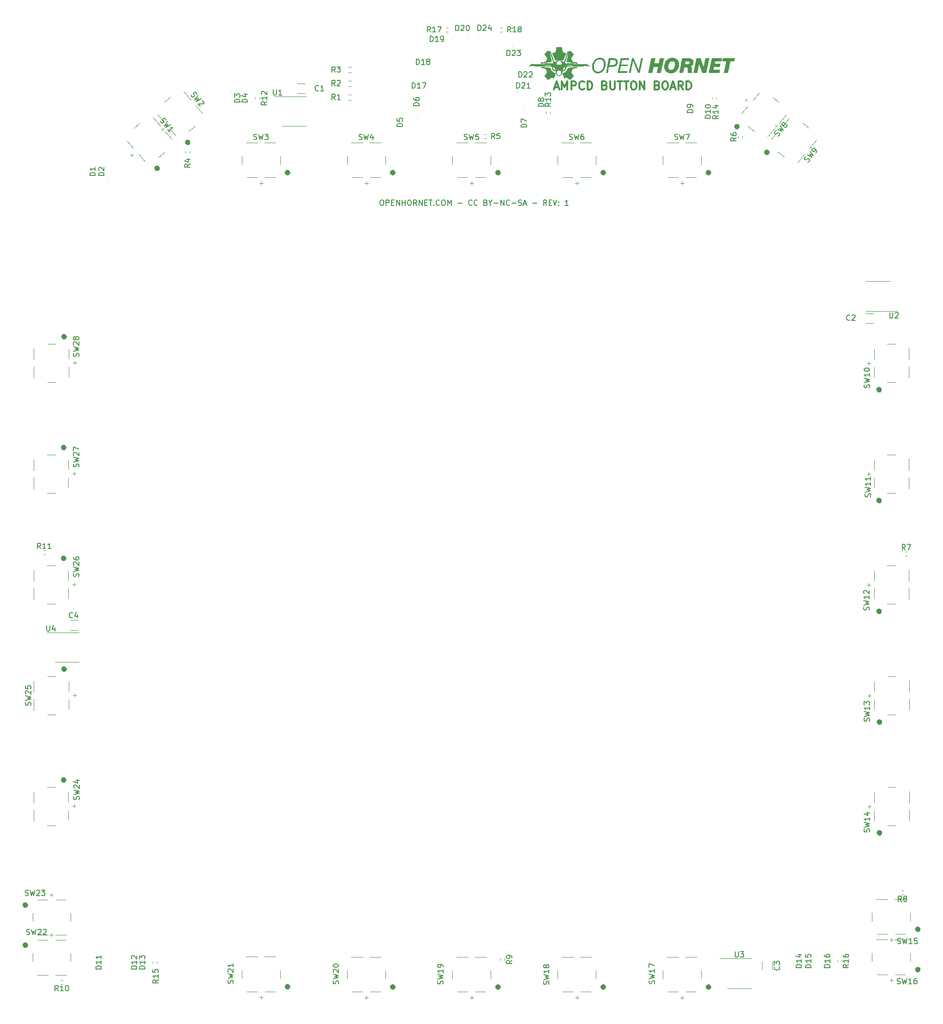
<source format=gbr>
G04 #@! TF.GenerationSoftware,KiCad,Pcbnew,(5.1.9)-1*
G04 #@! TF.CreationDate,2021-08-29T21:56:20-06:00*
G04 #@! TF.ProjectId,ampcd_button_board,616d7063-645f-4627-9574-746f6e5f626f,rev?*
G04 #@! TF.SameCoordinates,Original*
G04 #@! TF.FileFunction,Legend,Top*
G04 #@! TF.FilePolarity,Positive*
%FSLAX46Y46*%
G04 Gerber Fmt 4.6, Leading zero omitted, Abs format (unit mm)*
G04 Created by KiCad (PCBNEW (5.1.9)-1) date 2021-08-29 21:56:20*
%MOMM*%
%LPD*%
G01*
G04 APERTURE LIST*
%ADD10C,0.150000*%
%ADD11C,0.300000*%
%ADD12C,0.010000*%
%ADD13C,0.120000*%
%ADD14C,0.100000*%
G04 APERTURE END LIST*
D10*
X204201312Y201141709D02*
X204391788Y201141709D01*
X204487026Y201094090D01*
X204582264Y200998851D01*
X204629883Y200808375D01*
X204629883Y200475042D01*
X204582264Y200284566D01*
X204487026Y200189328D01*
X204391788Y200141709D01*
X204201312Y200141709D01*
X204106074Y200189328D01*
X204010836Y200284566D01*
X203963217Y200475042D01*
X203963217Y200808375D01*
X204010836Y200998851D01*
X204106074Y201094090D01*
X204201312Y201141709D01*
X205058455Y200141709D02*
X205058455Y201141709D01*
X205439407Y201141709D01*
X205534645Y201094090D01*
X205582264Y201046470D01*
X205629883Y200951232D01*
X205629883Y200808375D01*
X205582264Y200713137D01*
X205534645Y200665518D01*
X205439407Y200617899D01*
X205058455Y200617899D01*
X206058455Y200665518D02*
X206391788Y200665518D01*
X206534645Y200141709D02*
X206058455Y200141709D01*
X206058455Y201141709D01*
X206534645Y201141709D01*
X206963217Y200141709D02*
X206963217Y201141709D01*
X207534645Y200141709D01*
X207534645Y201141709D01*
X208010836Y200141709D02*
X208010836Y201141709D01*
X208010836Y200665518D02*
X208582264Y200665518D01*
X208582264Y200141709D02*
X208582264Y201141709D01*
X209248931Y201141709D02*
X209439407Y201141709D01*
X209534645Y201094090D01*
X209629883Y200998851D01*
X209677502Y200808375D01*
X209677502Y200475042D01*
X209629883Y200284566D01*
X209534645Y200189328D01*
X209439407Y200141709D01*
X209248931Y200141709D01*
X209153693Y200189328D01*
X209058455Y200284566D01*
X209010836Y200475042D01*
X209010836Y200808375D01*
X209058455Y200998851D01*
X209153693Y201094090D01*
X209248931Y201141709D01*
X210677502Y200141709D02*
X210344169Y200617899D01*
X210106074Y200141709D02*
X210106074Y201141709D01*
X210487026Y201141709D01*
X210582264Y201094090D01*
X210629883Y201046470D01*
X210677502Y200951232D01*
X210677502Y200808375D01*
X210629883Y200713137D01*
X210582264Y200665518D01*
X210487026Y200617899D01*
X210106074Y200617899D01*
X211106074Y200141709D02*
X211106074Y201141709D01*
X211677502Y200141709D01*
X211677502Y201141709D01*
X212153693Y200665518D02*
X212487026Y200665518D01*
X212629883Y200141709D02*
X212153693Y200141709D01*
X212153693Y201141709D01*
X212629883Y201141709D01*
X212915598Y201141709D02*
X213487026Y201141709D01*
X213201312Y200141709D02*
X213201312Y201141709D01*
X213820360Y200236947D02*
X213867979Y200189328D01*
X213820360Y200141709D01*
X213772741Y200189328D01*
X213820360Y200236947D01*
X213820360Y200141709D01*
X214867979Y200236947D02*
X214820360Y200189328D01*
X214677502Y200141709D01*
X214582264Y200141709D01*
X214439407Y200189328D01*
X214344169Y200284566D01*
X214296550Y200379804D01*
X214248931Y200570280D01*
X214248931Y200713137D01*
X214296550Y200903613D01*
X214344169Y200998851D01*
X214439407Y201094090D01*
X214582264Y201141709D01*
X214677502Y201141709D01*
X214820360Y201094090D01*
X214867979Y201046470D01*
X215487026Y201141709D02*
X215677502Y201141709D01*
X215772741Y201094090D01*
X215867979Y200998851D01*
X215915598Y200808375D01*
X215915598Y200475042D01*
X215867979Y200284566D01*
X215772741Y200189328D01*
X215677502Y200141709D01*
X215487026Y200141709D01*
X215391788Y200189328D01*
X215296550Y200284566D01*
X215248931Y200475042D01*
X215248931Y200808375D01*
X215296550Y200998851D01*
X215391788Y201094090D01*
X215487026Y201141709D01*
X216344169Y200141709D02*
X216344169Y201141709D01*
X216677502Y200427423D01*
X217010836Y201141709D01*
X217010836Y200141709D01*
X218248931Y200522661D02*
X219010836Y200522661D01*
X220820360Y200236947D02*
X220772741Y200189328D01*
X220629883Y200141709D01*
X220534645Y200141709D01*
X220391788Y200189328D01*
X220296550Y200284566D01*
X220248931Y200379804D01*
X220201312Y200570280D01*
X220201312Y200713137D01*
X220248931Y200903613D01*
X220296550Y200998851D01*
X220391788Y201094090D01*
X220534645Y201141709D01*
X220629883Y201141709D01*
X220772741Y201094090D01*
X220820360Y201046470D01*
X221820360Y200236947D02*
X221772741Y200189328D01*
X221629883Y200141709D01*
X221534645Y200141709D01*
X221391788Y200189328D01*
X221296550Y200284566D01*
X221248931Y200379804D01*
X221201312Y200570280D01*
X221201312Y200713137D01*
X221248931Y200903613D01*
X221296550Y200998851D01*
X221391788Y201094090D01*
X221534645Y201141709D01*
X221629883Y201141709D01*
X221772741Y201094090D01*
X221820360Y201046470D01*
X223344169Y200665518D02*
X223487026Y200617899D01*
X223534645Y200570280D01*
X223582264Y200475042D01*
X223582264Y200332185D01*
X223534645Y200236947D01*
X223487026Y200189328D01*
X223391788Y200141709D01*
X223010836Y200141709D01*
X223010836Y201141709D01*
X223344169Y201141709D01*
X223439407Y201094090D01*
X223487026Y201046470D01*
X223534645Y200951232D01*
X223534645Y200855994D01*
X223487026Y200760756D01*
X223439407Y200713137D01*
X223344169Y200665518D01*
X223010836Y200665518D01*
X224201312Y200617899D02*
X224201312Y200141709D01*
X223867979Y201141709D02*
X224201312Y200617899D01*
X224534645Y201141709D01*
X224867979Y200522661D02*
X225629883Y200522661D01*
X226106074Y200141709D02*
X226106074Y201141709D01*
X226677502Y200141709D01*
X226677502Y201141709D01*
X227725122Y200236947D02*
X227677502Y200189328D01*
X227534645Y200141709D01*
X227439407Y200141709D01*
X227296550Y200189328D01*
X227201312Y200284566D01*
X227153693Y200379804D01*
X227106074Y200570280D01*
X227106074Y200713137D01*
X227153693Y200903613D01*
X227201312Y200998851D01*
X227296550Y201094090D01*
X227439407Y201141709D01*
X227534645Y201141709D01*
X227677502Y201094090D01*
X227725122Y201046470D01*
X228153693Y200522661D02*
X228915598Y200522661D01*
X229344169Y200189328D02*
X229487026Y200141709D01*
X229725122Y200141709D01*
X229820360Y200189328D01*
X229867979Y200236947D01*
X229915598Y200332185D01*
X229915598Y200427423D01*
X229867979Y200522661D01*
X229820360Y200570280D01*
X229725122Y200617899D01*
X229534645Y200665518D01*
X229439407Y200713137D01*
X229391788Y200760756D01*
X229344169Y200855994D01*
X229344169Y200951232D01*
X229391788Y201046470D01*
X229439407Y201094090D01*
X229534645Y201141709D01*
X229772741Y201141709D01*
X229915598Y201094090D01*
X230296550Y200427423D02*
X230772741Y200427423D01*
X230201312Y200141709D02*
X230534645Y201141709D01*
X230867979Y200141709D01*
X231963217Y200522661D02*
X232725122Y200522661D01*
X234534645Y200141709D02*
X234201312Y200617899D01*
X233963217Y200141709D02*
X233963217Y201141709D01*
X234344169Y201141709D01*
X234439407Y201094090D01*
X234487026Y201046470D01*
X234534645Y200951232D01*
X234534645Y200808375D01*
X234487026Y200713137D01*
X234439407Y200665518D01*
X234344169Y200617899D01*
X233963217Y200617899D01*
X234963217Y200665518D02*
X235296550Y200665518D01*
X235439407Y200141709D02*
X234963217Y200141709D01*
X234963217Y201141709D01*
X235439407Y201141709D01*
X235725122Y201141709D02*
X236058455Y200141709D01*
X236391788Y201141709D01*
X236725122Y200236947D02*
X236772741Y200189328D01*
X236725122Y200141709D01*
X236677502Y200189328D01*
X236725122Y200236947D01*
X236725122Y200141709D01*
X236725122Y200760756D02*
X236772741Y200713137D01*
X236725122Y200665518D01*
X236677502Y200713137D01*
X236725122Y200760756D01*
X236725122Y200665518D01*
X238487026Y200141709D02*
X237915598Y200141709D01*
X238201312Y200141709D02*
X238201312Y201141709D01*
X238106074Y200998851D01*
X238010836Y200903613D01*
X237915598Y200855994D01*
D11*
X235969007Y221807090D02*
X236683293Y221807090D01*
X235826150Y221378518D02*
X236326150Y222878518D01*
X236826150Y221378518D01*
X237326150Y221378518D02*
X237326150Y222878518D01*
X237826150Y221807090D01*
X238326150Y222878518D01*
X238326150Y221378518D01*
X239040436Y221378518D02*
X239040436Y222878518D01*
X239611864Y222878518D01*
X239754722Y222807090D01*
X239826150Y222735661D01*
X239897579Y222592804D01*
X239897579Y222378518D01*
X239826150Y222235661D01*
X239754722Y222164232D01*
X239611864Y222092804D01*
X239040436Y222092804D01*
X241397579Y221521375D02*
X241326150Y221449947D01*
X241111864Y221378518D01*
X240969007Y221378518D01*
X240754722Y221449947D01*
X240611864Y221592804D01*
X240540436Y221735661D01*
X240469007Y222021375D01*
X240469007Y222235661D01*
X240540436Y222521375D01*
X240611864Y222664232D01*
X240754722Y222807090D01*
X240969007Y222878518D01*
X241111864Y222878518D01*
X241326150Y222807090D01*
X241397579Y222735661D01*
X242040436Y221378518D02*
X242040436Y222878518D01*
X242397579Y222878518D01*
X242611864Y222807090D01*
X242754722Y222664232D01*
X242826150Y222521375D01*
X242897579Y222235661D01*
X242897579Y222021375D01*
X242826150Y221735661D01*
X242754722Y221592804D01*
X242611864Y221449947D01*
X242397579Y221378518D01*
X242040436Y221378518D01*
X245183293Y222164232D02*
X245397579Y222092804D01*
X245469007Y222021375D01*
X245540436Y221878518D01*
X245540436Y221664232D01*
X245469007Y221521375D01*
X245397579Y221449947D01*
X245254722Y221378518D01*
X244683293Y221378518D01*
X244683293Y222878518D01*
X245183293Y222878518D01*
X245326150Y222807090D01*
X245397579Y222735661D01*
X245469007Y222592804D01*
X245469007Y222449947D01*
X245397579Y222307090D01*
X245326150Y222235661D01*
X245183293Y222164232D01*
X244683293Y222164232D01*
X246183293Y222878518D02*
X246183293Y221664232D01*
X246254722Y221521375D01*
X246326150Y221449947D01*
X246469007Y221378518D01*
X246754722Y221378518D01*
X246897579Y221449947D01*
X246969007Y221521375D01*
X247040436Y221664232D01*
X247040436Y222878518D01*
X247540436Y222878518D02*
X248397579Y222878518D01*
X247969007Y221378518D02*
X247969007Y222878518D01*
X248683293Y222878518D02*
X249540436Y222878518D01*
X249111864Y221378518D02*
X249111864Y222878518D01*
X250326150Y222878518D02*
X250611864Y222878518D01*
X250754722Y222807090D01*
X250897579Y222664232D01*
X250969007Y222378518D01*
X250969007Y221878518D01*
X250897579Y221592804D01*
X250754722Y221449947D01*
X250611864Y221378518D01*
X250326150Y221378518D01*
X250183293Y221449947D01*
X250040436Y221592804D01*
X249969007Y221878518D01*
X249969007Y222378518D01*
X250040436Y222664232D01*
X250183293Y222807090D01*
X250326150Y222878518D01*
X251611864Y221378518D02*
X251611864Y222878518D01*
X252469007Y221378518D01*
X252469007Y222878518D01*
X254826150Y222164232D02*
X255040436Y222092804D01*
X255111864Y222021375D01*
X255183293Y221878518D01*
X255183293Y221664232D01*
X255111864Y221521375D01*
X255040436Y221449947D01*
X254897579Y221378518D01*
X254326150Y221378518D01*
X254326150Y222878518D01*
X254826150Y222878518D01*
X254969007Y222807090D01*
X255040436Y222735661D01*
X255111864Y222592804D01*
X255111864Y222449947D01*
X255040436Y222307090D01*
X254969007Y222235661D01*
X254826150Y222164232D01*
X254326150Y222164232D01*
X256111864Y222878518D02*
X256397579Y222878518D01*
X256540436Y222807090D01*
X256683293Y222664232D01*
X256754722Y222378518D01*
X256754722Y221878518D01*
X256683293Y221592804D01*
X256540436Y221449947D01*
X256397579Y221378518D01*
X256111864Y221378518D01*
X255969007Y221449947D01*
X255826150Y221592804D01*
X255754722Y221878518D01*
X255754722Y222378518D01*
X255826150Y222664232D01*
X255969007Y222807090D01*
X256111864Y222878518D01*
X257326150Y221807090D02*
X258040436Y221807090D01*
X257183293Y221378518D02*
X257683293Y222878518D01*
X258183293Y221378518D01*
X259540436Y221378518D02*
X259040436Y222092804D01*
X258683293Y221378518D02*
X258683293Y222878518D01*
X259254722Y222878518D01*
X259397579Y222807090D01*
X259469007Y222735661D01*
X259540436Y222592804D01*
X259540436Y222378518D01*
X259469007Y222235661D01*
X259397579Y222164232D01*
X259254722Y222092804D01*
X258683293Y222092804D01*
X260183293Y221378518D02*
X260183293Y222878518D01*
X260540436Y222878518D01*
X260754722Y222807090D01*
X260897579Y222664232D01*
X260969007Y222521375D01*
X261040436Y222235661D01*
X261040436Y222021375D01*
X260969007Y221735661D01*
X260897579Y221592804D01*
X260754722Y221449947D01*
X260540436Y221378518D01*
X260183293Y221378518D01*
D12*
G36*
X236751553Y229169090D02*
G01*
X236772234Y229169090D01*
X236842067Y229169082D01*
X236903929Y229169051D01*
X236958316Y229168990D01*
X237005723Y229168891D01*
X237046646Y229168745D01*
X237081580Y229168545D01*
X237111022Y229168283D01*
X237135467Y229167950D01*
X237155411Y229167540D01*
X237171349Y229167043D01*
X237183777Y229166452D01*
X237193190Y229165759D01*
X237200085Y229164956D01*
X237204957Y229164035D01*
X237208302Y229162988D01*
X237210233Y229162041D01*
X237220212Y229153913D01*
X237226700Y229145043D01*
X237228092Y229139567D01*
X237230912Y229126338D01*
X237235051Y229105925D01*
X237240398Y229078901D01*
X237246843Y229045836D01*
X237254276Y229007303D01*
X237262588Y228963873D01*
X237271669Y228916116D01*
X237281408Y228864605D01*
X237291696Y228809911D01*
X237302423Y228752606D01*
X237309704Y228713552D01*
X237320678Y228654798D01*
X237331309Y228598255D01*
X237341488Y228544498D01*
X237351100Y228494100D01*
X237360035Y228447634D01*
X237368181Y228405676D01*
X237375426Y228368799D01*
X237381658Y228337576D01*
X237386766Y228312582D01*
X237390637Y228294389D01*
X237393160Y228283573D01*
X237394029Y228280759D01*
X237401730Y228269316D01*
X237409812Y228260423D01*
X237414823Y228257765D01*
X237426926Y228252224D01*
X237445372Y228244111D01*
X237469409Y228233737D01*
X237498289Y228221413D01*
X237531263Y228207450D01*
X237567580Y228192158D01*
X237606492Y228175849D01*
X237647248Y228158834D01*
X237689099Y228141423D01*
X237731295Y228123928D01*
X237773087Y228106660D01*
X237813726Y228089928D01*
X237852461Y228074046D01*
X237888543Y228059322D01*
X237921223Y228046069D01*
X237949750Y228034597D01*
X237973376Y228025217D01*
X237991351Y228018240D01*
X238002925Y228013977D01*
X238006788Y228012780D01*
X238007193Y228011342D01*
X238006314Y228007244D01*
X238004017Y228000175D01*
X238000165Y227989821D01*
X237994622Y227975872D01*
X237987254Y227958014D01*
X237977923Y227935935D01*
X237966494Y227909322D01*
X237952833Y227877865D01*
X237936801Y227841249D01*
X237918265Y227799163D01*
X237897088Y227751295D01*
X237873135Y227697332D01*
X237846269Y227636962D01*
X237816355Y227569872D01*
X237783258Y227495751D01*
X237746841Y227414285D01*
X237739306Y227397441D01*
X237708726Y227329087D01*
X237679055Y227262795D01*
X237650481Y227198979D01*
X237623189Y227138056D01*
X237597368Y227080443D01*
X237573203Y227026554D01*
X237550882Y226976806D01*
X237530591Y226931615D01*
X237512517Y226891398D01*
X237496847Y226856569D01*
X237483767Y226827545D01*
X237473465Y226804743D01*
X237466126Y226788577D01*
X237461939Y226779465D01*
X237461004Y226777535D01*
X237458374Y226775499D01*
X237453098Y226775084D01*
X237443979Y226776515D01*
X237429821Y226780018D01*
X237409427Y226785818D01*
X237396169Y226789754D01*
X237335326Y226807193D01*
X237270130Y226824482D01*
X237202704Y226841127D01*
X237135171Y226856637D01*
X237069656Y226870520D01*
X237008281Y226882286D01*
X236964656Y226889674D01*
X236939247Y226892779D01*
X236907081Y226895319D01*
X236869849Y226897272D01*
X236829242Y226898619D01*
X236786951Y226899339D01*
X236744669Y226899411D01*
X236704085Y226898814D01*
X236666893Y226897528D01*
X236634782Y226895532D01*
X236618013Y226893911D01*
X236569504Y226887327D01*
X236514703Y226878161D01*
X236455257Y226866772D01*
X236392813Y226853522D01*
X236329017Y226838772D01*
X236265517Y226822883D01*
X236203958Y226806216D01*
X236161213Y226793771D01*
X236138327Y226786943D01*
X236118293Y226781075D01*
X236102504Y226776567D01*
X236092350Y226773815D01*
X236089246Y226773146D01*
X236087248Y226776972D01*
X236082052Y226788149D01*
X236073841Y226806264D01*
X236062797Y226830904D01*
X236049102Y226861657D01*
X236032938Y226898109D01*
X236014486Y226939849D01*
X235993930Y226986464D01*
X235971450Y227037541D01*
X235947230Y227092668D01*
X235921450Y227151432D01*
X235894293Y227213420D01*
X235865942Y227278219D01*
X235836577Y227345418D01*
X235817422Y227389298D01*
X235787500Y227457883D01*
X235758499Y227524389D01*
X235730599Y227588398D01*
X235703982Y227649494D01*
X235678829Y227707260D01*
X235655321Y227761280D01*
X235633639Y227811135D01*
X235613964Y227856411D01*
X235596478Y227896690D01*
X235581361Y227931555D01*
X235568795Y227960589D01*
X235558960Y227983377D01*
X235552038Y227999501D01*
X235548210Y228008544D01*
X235547469Y228010417D01*
X235551115Y228012968D01*
X235562260Y228018492D01*
X235580536Y228026831D01*
X235605576Y228037827D01*
X235637010Y228051323D01*
X235674473Y228067161D01*
X235717594Y228085183D01*
X235766008Y228105233D01*
X235819346Y228127151D01*
X235830957Y228131903D01*
X235877833Y228151118D01*
X235922652Y228169578D01*
X235964760Y228187009D01*
X236003502Y228203135D01*
X236038225Y228217681D01*
X236068275Y228230373D01*
X236092998Y228240935D01*
X236111739Y228249094D01*
X236123846Y228254574D01*
X236128427Y228256917D01*
X236139265Y228266824D01*
X236148258Y228279262D01*
X236148764Y228280222D01*
X236150737Y228286747D01*
X236154127Y228301210D01*
X236158857Y228323214D01*
X236164850Y228352363D01*
X236172028Y228388261D01*
X236180313Y228430511D01*
X236189627Y228478717D01*
X236199892Y228532484D01*
X236211032Y228591414D01*
X236222968Y228655112D01*
X236234600Y228717667D01*
X236245516Y228776426D01*
X236256062Y228832917D01*
X236266131Y228886572D01*
X236275613Y228936824D01*
X236284400Y228983107D01*
X236292383Y229024854D01*
X236299453Y229061496D01*
X236305501Y229092467D01*
X236310420Y229117200D01*
X236314099Y229135128D01*
X236316430Y229145684D01*
X236317192Y229148365D01*
X236318921Y229151677D01*
X236320683Y229154616D01*
X236322965Y229157205D01*
X236326256Y229159465D01*
X236331043Y229161419D01*
X236337815Y229163090D01*
X236347059Y229164499D01*
X236359265Y229165669D01*
X236374919Y229166621D01*
X236394511Y229167379D01*
X236418528Y229167963D01*
X236447458Y229168398D01*
X236481789Y229168704D01*
X236522011Y229168905D01*
X236568609Y229169021D01*
X236622074Y229169076D01*
X236682892Y229169091D01*
X236751553Y229169090D01*
G37*
X236751553Y229169090D02*
X236772234Y229169090D01*
X236842067Y229169082D01*
X236903929Y229169051D01*
X236958316Y229168990D01*
X237005723Y229168891D01*
X237046646Y229168745D01*
X237081580Y229168545D01*
X237111022Y229168283D01*
X237135467Y229167950D01*
X237155411Y229167540D01*
X237171349Y229167043D01*
X237183777Y229166452D01*
X237193190Y229165759D01*
X237200085Y229164956D01*
X237204957Y229164035D01*
X237208302Y229162988D01*
X237210233Y229162041D01*
X237220212Y229153913D01*
X237226700Y229145043D01*
X237228092Y229139567D01*
X237230912Y229126338D01*
X237235051Y229105925D01*
X237240398Y229078901D01*
X237246843Y229045836D01*
X237254276Y229007303D01*
X237262588Y228963873D01*
X237271669Y228916116D01*
X237281408Y228864605D01*
X237291696Y228809911D01*
X237302423Y228752606D01*
X237309704Y228713552D01*
X237320678Y228654798D01*
X237331309Y228598255D01*
X237341488Y228544498D01*
X237351100Y228494100D01*
X237360035Y228447634D01*
X237368181Y228405676D01*
X237375426Y228368799D01*
X237381658Y228337576D01*
X237386766Y228312582D01*
X237390637Y228294389D01*
X237393160Y228283573D01*
X237394029Y228280759D01*
X237401730Y228269316D01*
X237409812Y228260423D01*
X237414823Y228257765D01*
X237426926Y228252224D01*
X237445372Y228244111D01*
X237469409Y228233737D01*
X237498289Y228221413D01*
X237531263Y228207450D01*
X237567580Y228192158D01*
X237606492Y228175849D01*
X237647248Y228158834D01*
X237689099Y228141423D01*
X237731295Y228123928D01*
X237773087Y228106660D01*
X237813726Y228089928D01*
X237852461Y228074046D01*
X237888543Y228059322D01*
X237921223Y228046069D01*
X237949750Y228034597D01*
X237973376Y228025217D01*
X237991351Y228018240D01*
X238002925Y228013977D01*
X238006788Y228012780D01*
X238007193Y228011342D01*
X238006314Y228007244D01*
X238004017Y228000175D01*
X238000165Y227989821D01*
X237994622Y227975872D01*
X237987254Y227958014D01*
X237977923Y227935935D01*
X237966494Y227909322D01*
X237952833Y227877865D01*
X237936801Y227841249D01*
X237918265Y227799163D01*
X237897088Y227751295D01*
X237873135Y227697332D01*
X237846269Y227636962D01*
X237816355Y227569872D01*
X237783258Y227495751D01*
X237746841Y227414285D01*
X237739306Y227397441D01*
X237708726Y227329087D01*
X237679055Y227262795D01*
X237650481Y227198979D01*
X237623189Y227138056D01*
X237597368Y227080443D01*
X237573203Y227026554D01*
X237550882Y226976806D01*
X237530591Y226931615D01*
X237512517Y226891398D01*
X237496847Y226856569D01*
X237483767Y226827545D01*
X237473465Y226804743D01*
X237466126Y226788577D01*
X237461939Y226779465D01*
X237461004Y226777535D01*
X237458374Y226775499D01*
X237453098Y226775084D01*
X237443979Y226776515D01*
X237429821Y226780018D01*
X237409427Y226785818D01*
X237396169Y226789754D01*
X237335326Y226807193D01*
X237270130Y226824482D01*
X237202704Y226841127D01*
X237135171Y226856637D01*
X237069656Y226870520D01*
X237008281Y226882286D01*
X236964656Y226889674D01*
X236939247Y226892779D01*
X236907081Y226895319D01*
X236869849Y226897272D01*
X236829242Y226898619D01*
X236786951Y226899339D01*
X236744669Y226899411D01*
X236704085Y226898814D01*
X236666893Y226897528D01*
X236634782Y226895532D01*
X236618013Y226893911D01*
X236569504Y226887327D01*
X236514703Y226878161D01*
X236455257Y226866772D01*
X236392813Y226853522D01*
X236329017Y226838772D01*
X236265517Y226822883D01*
X236203958Y226806216D01*
X236161213Y226793771D01*
X236138327Y226786943D01*
X236118293Y226781075D01*
X236102504Y226776567D01*
X236092350Y226773815D01*
X236089246Y226773146D01*
X236087248Y226776972D01*
X236082052Y226788149D01*
X236073841Y226806264D01*
X236062797Y226830904D01*
X236049102Y226861657D01*
X236032938Y226898109D01*
X236014486Y226939849D01*
X235993930Y226986464D01*
X235971450Y227037541D01*
X235947230Y227092668D01*
X235921450Y227151432D01*
X235894293Y227213420D01*
X235865942Y227278219D01*
X235836577Y227345418D01*
X235817422Y227389298D01*
X235787500Y227457883D01*
X235758499Y227524389D01*
X235730599Y227588398D01*
X235703982Y227649494D01*
X235678829Y227707260D01*
X235655321Y227761280D01*
X235633639Y227811135D01*
X235613964Y227856411D01*
X235596478Y227896690D01*
X235581361Y227931555D01*
X235568795Y227960589D01*
X235558960Y227983377D01*
X235552038Y227999501D01*
X235548210Y228008544D01*
X235547469Y228010417D01*
X235551115Y228012968D01*
X235562260Y228018492D01*
X235580536Y228026831D01*
X235605576Y228037827D01*
X235637010Y228051323D01*
X235674473Y228067161D01*
X235717594Y228085183D01*
X235766008Y228105233D01*
X235819346Y228127151D01*
X235830957Y228131903D01*
X235877833Y228151118D01*
X235922652Y228169578D01*
X235964760Y228187009D01*
X236003502Y228203135D01*
X236038225Y228217681D01*
X236068275Y228230373D01*
X236092998Y228240935D01*
X236111739Y228249094D01*
X236123846Y228254574D01*
X236128427Y228256917D01*
X236139265Y228266824D01*
X236148258Y228279262D01*
X236148764Y228280222D01*
X236150737Y228286747D01*
X236154127Y228301210D01*
X236158857Y228323214D01*
X236164850Y228352363D01*
X236172028Y228388261D01*
X236180313Y228430511D01*
X236189627Y228478717D01*
X236199892Y228532484D01*
X236211032Y228591414D01*
X236222968Y228655112D01*
X236234600Y228717667D01*
X236245516Y228776426D01*
X236256062Y228832917D01*
X236266131Y228886572D01*
X236275613Y228936824D01*
X236284400Y228983107D01*
X236292383Y229024854D01*
X236299453Y229061496D01*
X236305501Y229092467D01*
X236310420Y229117200D01*
X236314099Y229135128D01*
X236316430Y229145684D01*
X236317192Y229148365D01*
X236318921Y229151677D01*
X236320683Y229154616D01*
X236322965Y229157205D01*
X236326256Y229159465D01*
X236331043Y229161419D01*
X236337815Y229163090D01*
X236347059Y229164499D01*
X236359265Y229165669D01*
X236374919Y229166621D01*
X236394511Y229167379D01*
X236418528Y229167963D01*
X236447458Y229168398D01*
X236481789Y229168704D01*
X236522011Y229168905D01*
X236568609Y229169021D01*
X236622074Y229169076D01*
X236682892Y229169091D01*
X236751553Y229169090D01*
G36*
X238792909Y228506654D02*
G01*
X238797386Y228503343D01*
X238807324Y228494507D01*
X238822227Y228480636D01*
X238841601Y228462223D01*
X238864951Y228439760D01*
X238891782Y228413739D01*
X238921599Y228384651D01*
X238953906Y228352988D01*
X238988210Y228319243D01*
X239024014Y228283908D01*
X239060825Y228247474D01*
X239098147Y228210433D01*
X239135485Y228173277D01*
X239172345Y228136499D01*
X239208231Y228100589D01*
X239242648Y228066041D01*
X239275102Y228033345D01*
X239305097Y228002995D01*
X239332139Y227975481D01*
X239355733Y227951296D01*
X239375383Y227930931D01*
X239390596Y227914880D01*
X239400875Y227903633D01*
X239405726Y227897682D01*
X239405904Y227897377D01*
X239410443Y227881378D01*
X239410174Y227871254D01*
X239407295Y227865073D01*
X239399569Y227852030D01*
X239387034Y227832179D01*
X239369724Y227805575D01*
X239347677Y227772273D01*
X239320929Y227732327D01*
X239289516Y227685793D01*
X239253475Y227632724D01*
X239212842Y227573175D01*
X239167925Y227507599D01*
X239128605Y227450187D01*
X239092103Y227396692D01*
X239058628Y227347424D01*
X239028385Y227302694D01*
X239001583Y227262811D01*
X238978428Y227228087D01*
X238959128Y227198831D01*
X238943889Y227175354D01*
X238932919Y227157966D01*
X238926426Y227146978D01*
X238924611Y227143095D01*
X238922904Y227130262D01*
X238923317Y227119360D01*
X238923393Y227118997D01*
X238925592Y227112704D01*
X238930835Y227099452D01*
X238938808Y227079977D01*
X238949192Y227055016D01*
X238961672Y227025304D01*
X238975931Y226991576D01*
X238991652Y226954569D01*
X239008518Y226915019D01*
X239026213Y226873660D01*
X239044421Y226831229D01*
X239062824Y226788462D01*
X239081106Y226746094D01*
X239098950Y226704861D01*
X239116040Y226665499D01*
X239132060Y226628744D01*
X239146691Y226595332D01*
X239159619Y226565997D01*
X239170526Y226541477D01*
X239179095Y226522506D01*
X239185010Y226509821D01*
X239187955Y226504157D01*
X239188021Y226504069D01*
X239197993Y226494235D01*
X239207728Y226487581D01*
X239213420Y226485994D01*
X239226858Y226482987D01*
X239247462Y226478675D01*
X239274651Y226473171D01*
X239307844Y226466587D01*
X239346461Y226459037D01*
X239389921Y226450634D01*
X239437644Y226441491D01*
X239489049Y226431722D01*
X239543555Y226421439D01*
X239600582Y226410755D01*
X239631746Y226404948D01*
X239699464Y226392348D01*
X239759356Y226381190D01*
X239811919Y226371369D01*
X239857651Y226362781D01*
X239897049Y226355321D01*
X239930611Y226348884D01*
X239958836Y226343366D01*
X239982219Y226338662D01*
X240001260Y226334668D01*
X240016456Y226331279D01*
X240028304Y226328391D01*
X240037303Y226325900D01*
X240043949Y226323699D01*
X240048741Y226321686D01*
X240052176Y226319755D01*
X240054753Y226317802D01*
X240056967Y226315722D01*
X240057106Y226315585D01*
X240069806Y226302983D01*
X240072468Y226154957D01*
X240062670Y226155389D01*
X240056885Y226156455D01*
X240043627Y226159376D01*
X240023643Y226163975D01*
X239997680Y226170073D01*
X239966484Y226177493D01*
X239930803Y226186058D01*
X239891382Y226195590D01*
X239848968Y226205912D01*
X239805222Y226216620D01*
X239711303Y226239548D01*
X239625184Y226260298D01*
X239546508Y226278951D01*
X239474915Y226295588D01*
X239410048Y226310293D01*
X239351548Y226323147D01*
X239299056Y226334232D01*
X239252214Y226343629D01*
X239233722Y226347171D01*
X239218971Y226349863D01*
X239196519Y226353835D01*
X239167017Y226358978D01*
X239131115Y226365181D01*
X239089465Y226372331D01*
X239042716Y226380319D01*
X238991520Y226389033D01*
X238936527Y226398363D01*
X238878387Y226408198D01*
X238817752Y226418426D01*
X238755272Y226428936D01*
X238691598Y226439619D01*
X238685505Y226440639D01*
X238622984Y226451149D01*
X238562428Y226461401D01*
X238504405Y226471297D01*
X238449484Y226480735D01*
X238398231Y226489617D01*
X238351216Y226497841D01*
X238309006Y226505308D01*
X238272169Y226511918D01*
X238241273Y226517571D01*
X238216887Y226522167D01*
X238199579Y226525605D01*
X238189916Y226527787D01*
X238188776Y226528119D01*
X238174456Y226533124D01*
X238166725Y226537047D01*
X238164010Y226541051D01*
X238164631Y226545951D01*
X238166549Y226552701D01*
X238168823Y226561267D01*
X238171522Y226571970D01*
X238174718Y226585134D01*
X238178482Y226601081D01*
X238182885Y226620133D01*
X238187997Y226642615D01*
X238193890Y226668847D01*
X238200634Y226699154D01*
X238208300Y226733858D01*
X238216959Y226773280D01*
X238226682Y226817745D01*
X238237540Y226867575D01*
X238249604Y226923093D01*
X238262945Y226984621D01*
X238277633Y227052481D01*
X238293739Y227126998D01*
X238311334Y227208493D01*
X238330490Y227297289D01*
X238351276Y227393709D01*
X238373765Y227498076D01*
X238374435Y227501188D01*
X238561855Y228371169D01*
X238660266Y228438871D01*
X238686307Y228456560D01*
X238710584Y228472620D01*
X238732085Y228486418D01*
X238749801Y228497319D01*
X238762724Y228504688D01*
X238769841Y228507892D01*
X238770228Y228507963D01*
X238783644Y228508014D01*
X238792909Y228506654D01*
G37*
X238792909Y228506654D02*
X238797386Y228503343D01*
X238807324Y228494507D01*
X238822227Y228480636D01*
X238841601Y228462223D01*
X238864951Y228439760D01*
X238891782Y228413739D01*
X238921599Y228384651D01*
X238953906Y228352988D01*
X238988210Y228319243D01*
X239024014Y228283908D01*
X239060825Y228247474D01*
X239098147Y228210433D01*
X239135485Y228173277D01*
X239172345Y228136499D01*
X239208231Y228100589D01*
X239242648Y228066041D01*
X239275102Y228033345D01*
X239305097Y228002995D01*
X239332139Y227975481D01*
X239355733Y227951296D01*
X239375383Y227930931D01*
X239390596Y227914880D01*
X239400875Y227903633D01*
X239405726Y227897682D01*
X239405904Y227897377D01*
X239410443Y227881378D01*
X239410174Y227871254D01*
X239407295Y227865073D01*
X239399569Y227852030D01*
X239387034Y227832179D01*
X239369724Y227805575D01*
X239347677Y227772273D01*
X239320929Y227732327D01*
X239289516Y227685793D01*
X239253475Y227632724D01*
X239212842Y227573175D01*
X239167925Y227507599D01*
X239128605Y227450187D01*
X239092103Y227396692D01*
X239058628Y227347424D01*
X239028385Y227302694D01*
X239001583Y227262811D01*
X238978428Y227228087D01*
X238959128Y227198831D01*
X238943889Y227175354D01*
X238932919Y227157966D01*
X238926426Y227146978D01*
X238924611Y227143095D01*
X238922904Y227130262D01*
X238923317Y227119360D01*
X238923393Y227118997D01*
X238925592Y227112704D01*
X238930835Y227099452D01*
X238938808Y227079977D01*
X238949192Y227055016D01*
X238961672Y227025304D01*
X238975931Y226991576D01*
X238991652Y226954569D01*
X239008518Y226915019D01*
X239026213Y226873660D01*
X239044421Y226831229D01*
X239062824Y226788462D01*
X239081106Y226746094D01*
X239098950Y226704861D01*
X239116040Y226665499D01*
X239132060Y226628744D01*
X239146691Y226595332D01*
X239159619Y226565997D01*
X239170526Y226541477D01*
X239179095Y226522506D01*
X239185010Y226509821D01*
X239187955Y226504157D01*
X239188021Y226504069D01*
X239197993Y226494235D01*
X239207728Y226487581D01*
X239213420Y226485994D01*
X239226858Y226482987D01*
X239247462Y226478675D01*
X239274651Y226473171D01*
X239307844Y226466587D01*
X239346461Y226459037D01*
X239389921Y226450634D01*
X239437644Y226441491D01*
X239489049Y226431722D01*
X239543555Y226421439D01*
X239600582Y226410755D01*
X239631746Y226404948D01*
X239699464Y226392348D01*
X239759356Y226381190D01*
X239811919Y226371369D01*
X239857651Y226362781D01*
X239897049Y226355321D01*
X239930611Y226348884D01*
X239958836Y226343366D01*
X239982219Y226338662D01*
X240001260Y226334668D01*
X240016456Y226331279D01*
X240028304Y226328391D01*
X240037303Y226325900D01*
X240043949Y226323699D01*
X240048741Y226321686D01*
X240052176Y226319755D01*
X240054753Y226317802D01*
X240056967Y226315722D01*
X240057106Y226315585D01*
X240069806Y226302983D01*
X240072468Y226154957D01*
X240062670Y226155389D01*
X240056885Y226156455D01*
X240043627Y226159376D01*
X240023643Y226163975D01*
X239997680Y226170073D01*
X239966484Y226177493D01*
X239930803Y226186058D01*
X239891382Y226195590D01*
X239848968Y226205912D01*
X239805222Y226216620D01*
X239711303Y226239548D01*
X239625184Y226260298D01*
X239546508Y226278951D01*
X239474915Y226295588D01*
X239410048Y226310293D01*
X239351548Y226323147D01*
X239299056Y226334232D01*
X239252214Y226343629D01*
X239233722Y226347171D01*
X239218971Y226349863D01*
X239196519Y226353835D01*
X239167017Y226358978D01*
X239131115Y226365181D01*
X239089465Y226372331D01*
X239042716Y226380319D01*
X238991520Y226389033D01*
X238936527Y226398363D01*
X238878387Y226408198D01*
X238817752Y226418426D01*
X238755272Y226428936D01*
X238691598Y226439619D01*
X238685505Y226440639D01*
X238622984Y226451149D01*
X238562428Y226461401D01*
X238504405Y226471297D01*
X238449484Y226480735D01*
X238398231Y226489617D01*
X238351216Y226497841D01*
X238309006Y226505308D01*
X238272169Y226511918D01*
X238241273Y226517571D01*
X238216887Y226522167D01*
X238199579Y226525605D01*
X238189916Y226527787D01*
X238188776Y226528119D01*
X238174456Y226533124D01*
X238166725Y226537047D01*
X238164010Y226541051D01*
X238164631Y226545951D01*
X238166549Y226552701D01*
X238168823Y226561267D01*
X238171522Y226571970D01*
X238174718Y226585134D01*
X238178482Y226601081D01*
X238182885Y226620133D01*
X238187997Y226642615D01*
X238193890Y226668847D01*
X238200634Y226699154D01*
X238208300Y226733858D01*
X238216959Y226773280D01*
X238226682Y226817745D01*
X238237540Y226867575D01*
X238249604Y226923093D01*
X238262945Y226984621D01*
X238277633Y227052481D01*
X238293739Y227126998D01*
X238311334Y227208493D01*
X238330490Y227297289D01*
X238351276Y227393709D01*
X238373765Y227498076D01*
X238374435Y227501188D01*
X238561855Y228371169D01*
X238660266Y228438871D01*
X238686307Y228456560D01*
X238710584Y228472620D01*
X238732085Y228486418D01*
X238749801Y228497319D01*
X238762724Y228504688D01*
X238769841Y228507892D01*
X238770228Y228507963D01*
X238783644Y228508014D01*
X238792909Y228506654D01*
G36*
X234763391Y228508547D02*
G01*
X234769399Y228508198D01*
X234775600Y228506894D01*
X234782896Y228504113D01*
X234792189Y228499328D01*
X234804381Y228492017D01*
X234820375Y228481654D01*
X234841073Y228467715D01*
X234867377Y228449676D01*
X234881754Y228439755D01*
X234981137Y228371107D01*
X235172345Y227484400D01*
X235190770Y227398999D01*
X235208776Y227315621D01*
X235226278Y227234656D01*
X235243191Y227156497D01*
X235259429Y227081536D01*
X235274907Y227010165D01*
X235289539Y226942777D01*
X235303241Y226879762D01*
X235315927Y226821513D01*
X235327511Y226768423D01*
X235337908Y226720882D01*
X235347033Y226679284D01*
X235354800Y226644019D01*
X235361124Y226615481D01*
X235365920Y226594061D01*
X235369102Y226580151D01*
X235370557Y226574234D01*
X235374813Y226560095D01*
X235378354Y226548539D01*
X235379871Y226543737D01*
X235379487Y226539450D01*
X235374344Y226535435D01*
X235363085Y226530872D01*
X235353210Y226527650D01*
X235345266Y226525770D01*
X235329532Y226522607D01*
X235306573Y226518262D01*
X235276953Y226512833D01*
X235241237Y226506419D01*
X235199987Y226499120D01*
X235153768Y226491034D01*
X235103145Y226482259D01*
X235048680Y226472897D01*
X234990940Y226463044D01*
X234930486Y226452801D01*
X234867884Y226442265D01*
X234843755Y226438224D01*
X234759152Y226424068D01*
X234682218Y226411174D01*
X234612272Y226399405D01*
X234548632Y226388625D01*
X234490617Y226378699D01*
X234437546Y226369491D01*
X234388738Y226360864D01*
X234343510Y226352683D01*
X234301182Y226344812D01*
X234261073Y226337115D01*
X234222500Y226329456D01*
X234184783Y226321699D01*
X234147240Y226313708D01*
X234109191Y226305347D01*
X234069952Y226296480D01*
X234028844Y226286972D01*
X233985185Y226276686D01*
X233938293Y226265486D01*
X233887487Y226253237D01*
X233832086Y226239802D01*
X233771408Y226225046D01*
X233753997Y226220809D01*
X233707463Y226209505D01*
X233663292Y226198815D01*
X233622180Y226188904D01*
X233584826Y226179939D01*
X233551927Y226172086D01*
X233524181Y226165511D01*
X233502284Y226160381D01*
X233486935Y226156861D01*
X233478832Y226155119D01*
X233477772Y226154957D01*
X233475613Y226156654D01*
X233474054Y226162416D01*
X233473016Y226173254D01*
X233472415Y226190178D01*
X233472172Y226214197D01*
X233472156Y226224608D01*
X233472372Y226254178D01*
X233473193Y226276544D01*
X233474869Y226292964D01*
X233477657Y226304693D01*
X233481808Y226312988D01*
X233487577Y226319105D01*
X233491863Y226322215D01*
X233497571Y226324010D01*
X233511181Y226327222D01*
X233532259Y226331767D01*
X233560373Y226337560D01*
X233595093Y226344516D01*
X233635986Y226352549D01*
X233682620Y226361575D01*
X233734563Y226371510D01*
X233791384Y226382268D01*
X233852651Y226393764D01*
X233913485Y226405089D01*
X233981621Y226417739D01*
X234041927Y226428964D01*
X234094903Y226438867D01*
X234141045Y226447551D01*
X234180853Y226455117D01*
X234214824Y226461667D01*
X234243458Y226467305D01*
X234267253Y226472131D01*
X234286706Y226476249D01*
X234302317Y226479760D01*
X234314584Y226482767D01*
X234324004Y226485371D01*
X234331077Y226487675D01*
X234336301Y226489782D01*
X234340174Y226491793D01*
X234342002Y226492959D01*
X234345186Y226495278D01*
X234348284Y226498065D01*
X234351545Y226501847D01*
X234355215Y226507156D01*
X234359542Y226514519D01*
X234364773Y226524465D01*
X234371156Y226537525D01*
X234378938Y226554226D01*
X234388366Y226575099D01*
X234399688Y226600672D01*
X234413151Y226631474D01*
X234429002Y226668034D01*
X234447490Y226710883D01*
X234468860Y226760548D01*
X234488833Y226807019D01*
X234513585Y226864651D01*
X234535175Y226915043D01*
X234553794Y226958731D01*
X234569632Y226996251D01*
X234582880Y227028137D01*
X234593727Y227054927D01*
X234602363Y227077154D01*
X234608979Y227095355D01*
X234613765Y227110065D01*
X234616910Y227121820D01*
X234618606Y227131156D01*
X234619041Y227138607D01*
X234618407Y227144710D01*
X234616893Y227149999D01*
X234614690Y227155011D01*
X234613326Y227157702D01*
X234610108Y227162799D01*
X234602429Y227174377D01*
X234590624Y227191941D01*
X234575031Y227214998D01*
X234555987Y227243052D01*
X234533828Y227275608D01*
X234508891Y227312174D01*
X234481513Y227352253D01*
X234452030Y227395351D01*
X234420780Y227440974D01*
X234388099Y227488628D01*
X234373486Y227509916D01*
X234340321Y227558268D01*
X234308474Y227604790D01*
X234278280Y227648990D01*
X234250071Y227690375D01*
X234224182Y227728452D01*
X234200946Y227762730D01*
X234180697Y227792715D01*
X234163768Y227817915D01*
X234150493Y227837837D01*
X234141206Y227851988D01*
X234136240Y227859877D01*
X234135509Y227861240D01*
X234133771Y227865679D01*
X234132426Y227869817D01*
X234131797Y227874020D01*
X234132210Y227878653D01*
X234133989Y227884083D01*
X234137458Y227890673D01*
X234142942Y227898791D01*
X234150765Y227908802D01*
X234161252Y227921071D01*
X234174727Y227935963D01*
X234191514Y227953845D01*
X234211939Y227975082D01*
X234236325Y228000039D01*
X234264997Y228029082D01*
X234298279Y228062577D01*
X234336496Y228100889D01*
X234379973Y228144384D01*
X234429033Y228193427D01*
X234440600Y228204990D01*
X234744410Y228508690D01*
X234763391Y228508547D01*
G37*
X234763391Y228508547D02*
X234769399Y228508198D01*
X234775600Y228506894D01*
X234782896Y228504113D01*
X234792189Y228499328D01*
X234804381Y228492017D01*
X234820375Y228481654D01*
X234841073Y228467715D01*
X234867377Y228449676D01*
X234881754Y228439755D01*
X234981137Y228371107D01*
X235172345Y227484400D01*
X235190770Y227398999D01*
X235208776Y227315621D01*
X235226278Y227234656D01*
X235243191Y227156497D01*
X235259429Y227081536D01*
X235274907Y227010165D01*
X235289539Y226942777D01*
X235303241Y226879762D01*
X235315927Y226821513D01*
X235327511Y226768423D01*
X235337908Y226720882D01*
X235347033Y226679284D01*
X235354800Y226644019D01*
X235361124Y226615481D01*
X235365920Y226594061D01*
X235369102Y226580151D01*
X235370557Y226574234D01*
X235374813Y226560095D01*
X235378354Y226548539D01*
X235379871Y226543737D01*
X235379487Y226539450D01*
X235374344Y226535435D01*
X235363085Y226530872D01*
X235353210Y226527650D01*
X235345266Y226525770D01*
X235329532Y226522607D01*
X235306573Y226518262D01*
X235276953Y226512833D01*
X235241237Y226506419D01*
X235199987Y226499120D01*
X235153768Y226491034D01*
X235103145Y226482259D01*
X235048680Y226472897D01*
X234990940Y226463044D01*
X234930486Y226452801D01*
X234867884Y226442265D01*
X234843755Y226438224D01*
X234759152Y226424068D01*
X234682218Y226411174D01*
X234612272Y226399405D01*
X234548632Y226388625D01*
X234490617Y226378699D01*
X234437546Y226369491D01*
X234388738Y226360864D01*
X234343510Y226352683D01*
X234301182Y226344812D01*
X234261073Y226337115D01*
X234222500Y226329456D01*
X234184783Y226321699D01*
X234147240Y226313708D01*
X234109191Y226305347D01*
X234069952Y226296480D01*
X234028844Y226286972D01*
X233985185Y226276686D01*
X233938293Y226265486D01*
X233887487Y226253237D01*
X233832086Y226239802D01*
X233771408Y226225046D01*
X233753997Y226220809D01*
X233707463Y226209505D01*
X233663292Y226198815D01*
X233622180Y226188904D01*
X233584826Y226179939D01*
X233551927Y226172086D01*
X233524181Y226165511D01*
X233502284Y226160381D01*
X233486935Y226156861D01*
X233478832Y226155119D01*
X233477772Y226154957D01*
X233475613Y226156654D01*
X233474054Y226162416D01*
X233473016Y226173254D01*
X233472415Y226190178D01*
X233472172Y226214197D01*
X233472156Y226224608D01*
X233472372Y226254178D01*
X233473193Y226276544D01*
X233474869Y226292964D01*
X233477657Y226304693D01*
X233481808Y226312988D01*
X233487577Y226319105D01*
X233491863Y226322215D01*
X233497571Y226324010D01*
X233511181Y226327222D01*
X233532259Y226331767D01*
X233560373Y226337560D01*
X233595093Y226344516D01*
X233635986Y226352549D01*
X233682620Y226361575D01*
X233734563Y226371510D01*
X233791384Y226382268D01*
X233852651Y226393764D01*
X233913485Y226405089D01*
X233981621Y226417739D01*
X234041927Y226428964D01*
X234094903Y226438867D01*
X234141045Y226447551D01*
X234180853Y226455117D01*
X234214824Y226461667D01*
X234243458Y226467305D01*
X234267253Y226472131D01*
X234286706Y226476249D01*
X234302317Y226479760D01*
X234314584Y226482767D01*
X234324004Y226485371D01*
X234331077Y226487675D01*
X234336301Y226489782D01*
X234340174Y226491793D01*
X234342002Y226492959D01*
X234345186Y226495278D01*
X234348284Y226498065D01*
X234351545Y226501847D01*
X234355215Y226507156D01*
X234359542Y226514519D01*
X234364773Y226524465D01*
X234371156Y226537525D01*
X234378938Y226554226D01*
X234388366Y226575099D01*
X234399688Y226600672D01*
X234413151Y226631474D01*
X234429002Y226668034D01*
X234447490Y226710883D01*
X234468860Y226760548D01*
X234488833Y226807019D01*
X234513585Y226864651D01*
X234535175Y226915043D01*
X234553794Y226958731D01*
X234569632Y226996251D01*
X234582880Y227028137D01*
X234593727Y227054927D01*
X234602363Y227077154D01*
X234608979Y227095355D01*
X234613765Y227110065D01*
X234616910Y227121820D01*
X234618606Y227131156D01*
X234619041Y227138607D01*
X234618407Y227144710D01*
X234616893Y227149999D01*
X234614690Y227155011D01*
X234613326Y227157702D01*
X234610108Y227162799D01*
X234602429Y227174377D01*
X234590624Y227191941D01*
X234575031Y227214998D01*
X234555987Y227243052D01*
X234533828Y227275608D01*
X234508891Y227312174D01*
X234481513Y227352253D01*
X234452030Y227395351D01*
X234420780Y227440974D01*
X234388099Y227488628D01*
X234373486Y227509916D01*
X234340321Y227558268D01*
X234308474Y227604790D01*
X234278280Y227648990D01*
X234250071Y227690375D01*
X234224182Y227728452D01*
X234200946Y227762730D01*
X234180697Y227792715D01*
X234163768Y227817915D01*
X234150493Y227837837D01*
X234141206Y227851988D01*
X234136240Y227859877D01*
X234135509Y227861240D01*
X234133771Y227865679D01*
X234132426Y227869817D01*
X234131797Y227874020D01*
X234132210Y227878653D01*
X234133989Y227884083D01*
X234137458Y227890673D01*
X234142942Y227898791D01*
X234150765Y227908802D01*
X234161252Y227921071D01*
X234174727Y227935963D01*
X234191514Y227953845D01*
X234211939Y227975082D01*
X234236325Y228000039D01*
X234264997Y228029082D01*
X234298279Y228062577D01*
X234336496Y228100889D01*
X234379973Y228144384D01*
X234429033Y228193427D01*
X234440600Y228204990D01*
X234744410Y228508690D01*
X234763391Y228508547D01*
G36*
X267993825Y227128620D02*
G01*
X268085332Y227128607D01*
X268174237Y227128587D01*
X268260181Y227128560D01*
X268342803Y227128525D01*
X268421746Y227128483D01*
X268496648Y227128436D01*
X268567150Y227128382D01*
X268632894Y227128323D01*
X268693519Y227128258D01*
X268748666Y227128189D01*
X268797976Y227128115D01*
X268841088Y227128036D01*
X268877645Y227127954D01*
X268907285Y227127869D01*
X268929649Y227127780D01*
X268944379Y227127689D01*
X268951114Y227127595D01*
X268951523Y227127566D01*
X268950634Y227123352D01*
X268948136Y227111554D01*
X268944177Y227092868D01*
X268938906Y227067992D01*
X268932469Y227037622D01*
X268925015Y227002457D01*
X268916691Y226963193D01*
X268907645Y226920528D01*
X268898026Y226875159D01*
X268895219Y226861924D01*
X268839116Y226597340D01*
X268487346Y226596258D01*
X268421916Y226596031D01*
X268364508Y226595775D01*
X268314675Y226595480D01*
X268271974Y226595140D01*
X268235959Y226594745D01*
X268206184Y226594288D01*
X268182204Y226593761D01*
X268163575Y226593157D01*
X268149850Y226592466D01*
X268140585Y226591681D01*
X268135334Y226590794D01*
X268133675Y226589908D01*
X268132635Y226585352D01*
X268129909Y226572869D01*
X268125572Y226552811D01*
X268119699Y226525533D01*
X268112366Y226491387D01*
X268103650Y226450729D01*
X268093624Y226403910D01*
X268082365Y226351285D01*
X268069948Y226293207D01*
X268056450Y226230030D01*
X268041944Y226162107D01*
X268026508Y226089793D01*
X268010216Y226013439D01*
X267993145Y225933401D01*
X267975369Y225850031D01*
X267956964Y225763684D01*
X267938006Y225674712D01*
X267918571Y225583469D01*
X267912039Y225552800D01*
X267692306Y224520959D01*
X267358931Y224520925D01*
X267291362Y224520970D01*
X267231090Y224521121D01*
X267178259Y224521375D01*
X267133014Y224521730D01*
X267095498Y224522185D01*
X267065855Y224522737D01*
X267044230Y224523385D01*
X267030767Y224524128D01*
X267025610Y224524962D01*
X267025556Y224525063D01*
X267026420Y224529521D01*
X267028963Y224541909D01*
X267033110Y224561874D01*
X267038788Y224589062D01*
X267045921Y224623119D01*
X267054435Y224663693D01*
X267064256Y224710430D01*
X267075310Y224762977D01*
X267087521Y224820980D01*
X267100816Y224884087D01*
X267115119Y224951943D01*
X267130358Y225024195D01*
X267146457Y225100491D01*
X267163341Y225180476D01*
X267180937Y225263797D01*
X267199169Y225350102D01*
X267217965Y225439036D01*
X267237248Y225530247D01*
X267243572Y225560153D01*
X267262993Y225651996D01*
X267281950Y225741662D01*
X267300369Y225828797D01*
X267318176Y225913051D01*
X267335295Y225994071D01*
X267351653Y226071503D01*
X267367176Y226144996D01*
X267381788Y226214198D01*
X267395416Y226278755D01*
X267407985Y226338316D01*
X267419421Y226392529D01*
X267429649Y226441040D01*
X267438596Y226483497D01*
X267446186Y226519548D01*
X267452345Y226548841D01*
X267457000Y226571023D01*
X267460074Y226585742D01*
X267461495Y226592645D01*
X267461589Y226593148D01*
X267457458Y226593461D01*
X267445473Y226593759D01*
X267426247Y226594040D01*
X267400394Y226594299D01*
X267368525Y226594534D01*
X267331255Y226594740D01*
X267289195Y226594914D01*
X267242960Y226595053D01*
X267193161Y226595153D01*
X267140412Y226595211D01*
X267099639Y226595224D01*
X267045094Y226595262D01*
X266993043Y226595372D01*
X266944099Y226595549D01*
X266898876Y226595787D01*
X266857986Y226596081D01*
X266822042Y226596424D01*
X266791658Y226596811D01*
X266767445Y226597237D01*
X266750017Y226597695D01*
X266739988Y226598181D01*
X266737689Y226598556D01*
X266738537Y226603185D01*
X266740983Y226615375D01*
X266744875Y226634402D01*
X266750064Y226659540D01*
X266756399Y226690068D01*
X266763730Y226725259D01*
X266771907Y226764391D01*
X266780779Y226806740D01*
X266790196Y226851581D01*
X266790624Y226853614D01*
X266800136Y226898848D01*
X266809178Y226941853D01*
X266817593Y226981872D01*
X266825220Y227018150D01*
X266831902Y227049931D01*
X266837478Y227076458D01*
X266841791Y227096976D01*
X266844681Y227110729D01*
X266845989Y227116959D01*
X266845993Y227116982D01*
X266848428Y227128624D01*
X267900075Y227128624D01*
X267993825Y227128620D01*
G37*
X267993825Y227128620D02*
X268085332Y227128607D01*
X268174237Y227128587D01*
X268260181Y227128560D01*
X268342803Y227128525D01*
X268421746Y227128483D01*
X268496648Y227128436D01*
X268567150Y227128382D01*
X268632894Y227128323D01*
X268693519Y227128258D01*
X268748666Y227128189D01*
X268797976Y227128115D01*
X268841088Y227128036D01*
X268877645Y227127954D01*
X268907285Y227127869D01*
X268929649Y227127780D01*
X268944379Y227127689D01*
X268951114Y227127595D01*
X268951523Y227127566D01*
X268950634Y227123352D01*
X268948136Y227111554D01*
X268944177Y227092868D01*
X268938906Y227067992D01*
X268932469Y227037622D01*
X268925015Y227002457D01*
X268916691Y226963193D01*
X268907645Y226920528D01*
X268898026Y226875159D01*
X268895219Y226861924D01*
X268839116Y226597340D01*
X268487346Y226596258D01*
X268421916Y226596031D01*
X268364508Y226595775D01*
X268314675Y226595480D01*
X268271974Y226595140D01*
X268235959Y226594745D01*
X268206184Y226594288D01*
X268182204Y226593761D01*
X268163575Y226593157D01*
X268149850Y226592466D01*
X268140585Y226591681D01*
X268135334Y226590794D01*
X268133675Y226589908D01*
X268132635Y226585352D01*
X268129909Y226572869D01*
X268125572Y226552811D01*
X268119699Y226525533D01*
X268112366Y226491387D01*
X268103650Y226450729D01*
X268093624Y226403910D01*
X268082365Y226351285D01*
X268069948Y226293207D01*
X268056450Y226230030D01*
X268041944Y226162107D01*
X268026508Y226089793D01*
X268010216Y226013439D01*
X267993145Y225933401D01*
X267975369Y225850031D01*
X267956964Y225763684D01*
X267938006Y225674712D01*
X267918571Y225583469D01*
X267912039Y225552800D01*
X267692306Y224520959D01*
X267358931Y224520925D01*
X267291362Y224520970D01*
X267231090Y224521121D01*
X267178259Y224521375D01*
X267133014Y224521730D01*
X267095498Y224522185D01*
X267065855Y224522737D01*
X267044230Y224523385D01*
X267030767Y224524128D01*
X267025610Y224524962D01*
X267025556Y224525063D01*
X267026420Y224529521D01*
X267028963Y224541909D01*
X267033110Y224561874D01*
X267038788Y224589062D01*
X267045921Y224623119D01*
X267054435Y224663693D01*
X267064256Y224710430D01*
X267075310Y224762977D01*
X267087521Y224820980D01*
X267100816Y224884087D01*
X267115119Y224951943D01*
X267130358Y225024195D01*
X267146457Y225100491D01*
X267163341Y225180476D01*
X267180937Y225263797D01*
X267199169Y225350102D01*
X267217965Y225439036D01*
X267237248Y225530247D01*
X267243572Y225560153D01*
X267262993Y225651996D01*
X267281950Y225741662D01*
X267300369Y225828797D01*
X267318176Y225913051D01*
X267335295Y225994071D01*
X267351653Y226071503D01*
X267367176Y226144996D01*
X267381788Y226214198D01*
X267395416Y226278755D01*
X267407985Y226338316D01*
X267419421Y226392529D01*
X267429649Y226441040D01*
X267438596Y226483497D01*
X267446186Y226519548D01*
X267452345Y226548841D01*
X267457000Y226571023D01*
X267460074Y226585742D01*
X267461495Y226592645D01*
X267461589Y226593148D01*
X267457458Y226593461D01*
X267445473Y226593759D01*
X267426247Y226594040D01*
X267400394Y226594299D01*
X267368525Y226594534D01*
X267331255Y226594740D01*
X267289195Y226594914D01*
X267242960Y226595053D01*
X267193161Y226595153D01*
X267140412Y226595211D01*
X267099639Y226595224D01*
X267045094Y226595262D01*
X266993043Y226595372D01*
X266944099Y226595549D01*
X266898876Y226595787D01*
X266857986Y226596081D01*
X266822042Y226596424D01*
X266791658Y226596811D01*
X266767445Y226597237D01*
X266750017Y226597695D01*
X266739988Y226598181D01*
X266737689Y226598556D01*
X266738537Y226603185D01*
X266740983Y226615375D01*
X266744875Y226634402D01*
X266750064Y226659540D01*
X266756399Y226690068D01*
X266763730Y226725259D01*
X266771907Y226764391D01*
X266780779Y226806740D01*
X266790196Y226851581D01*
X266790624Y226853614D01*
X266800136Y226898848D01*
X266809178Y226941853D01*
X266817593Y226981872D01*
X266825220Y227018150D01*
X266831902Y227049931D01*
X266837478Y227076458D01*
X266841791Y227096976D01*
X266844681Y227110729D01*
X266845989Y227116959D01*
X266845993Y227116982D01*
X266848428Y227128624D01*
X267900075Y227128624D01*
X267993825Y227128620D01*
G36*
X265800226Y227128609D02*
G01*
X265884675Y227128566D01*
X265966466Y227128496D01*
X266045210Y227128400D01*
X266120519Y227128280D01*
X266192004Y227128136D01*
X266259278Y227127971D01*
X266321951Y227127786D01*
X266379636Y227127582D01*
X266431943Y227127361D01*
X266478485Y227127123D01*
X266518873Y227126871D01*
X266552719Y227126605D01*
X266579634Y227126327D01*
X266599230Y227126038D01*
X266611119Y227125741D01*
X266614920Y227125449D01*
X266614077Y227120848D01*
X266611649Y227108681D01*
X266607784Y227089669D01*
X266602631Y227064533D01*
X266596339Y227033994D01*
X266589055Y226998772D01*
X266580929Y226959589D01*
X266572109Y226917166D01*
X266562744Y226872223D01*
X266562003Y226868674D01*
X266552601Y226823554D01*
X266543732Y226780887D01*
X266535546Y226741395D01*
X266528192Y226705802D01*
X266521818Y226674828D01*
X266516572Y226649198D01*
X266512604Y226629632D01*
X266510061Y226616855D01*
X266509094Y226611587D01*
X266509089Y226611514D01*
X266504936Y226611080D01*
X266492803Y226610645D01*
X266473174Y226610213D01*
X266446536Y226609790D01*
X266413373Y226609378D01*
X266374172Y226608981D01*
X266329418Y226608603D01*
X266279596Y226608249D01*
X266225193Y226607922D01*
X266166695Y226607625D01*
X266104585Y226607364D01*
X266039351Y226607141D01*
X265971478Y226606961D01*
X265932499Y226606881D01*
X265355909Y226605807D01*
X265306103Y226372974D01*
X265296871Y226329735D01*
X265288189Y226288917D01*
X265280217Y226251282D01*
X265273115Y226217590D01*
X265267042Y226188603D01*
X265262158Y226165083D01*
X265258623Y226147791D01*
X265256596Y226137488D01*
X265256160Y226134849D01*
X265257674Y226134041D01*
X265262509Y226133314D01*
X265271036Y226132664D01*
X265283627Y226132089D01*
X265300654Y226131583D01*
X265322488Y226131144D01*
X265349502Y226130767D01*
X265382066Y226130449D01*
X265420552Y226130186D01*
X265465333Y226129975D01*
X265516779Y226129811D01*
X265575263Y226129691D01*
X265641156Y226129611D01*
X265714830Y226129568D01*
X265783409Y226129557D01*
X266310795Y226129557D01*
X266308363Y226117915D01*
X266307062Y226111723D01*
X266304176Y226098021D01*
X266299869Y226077584D01*
X266294305Y226051186D01*
X266287647Y226019603D01*
X266280057Y225983609D01*
X266271700Y225943978D01*
X266262739Y225901486D01*
X266255110Y225865316D01*
X266245854Y225821368D01*
X266237140Y225779886D01*
X266229125Y225741612D01*
X266221961Y225707288D01*
X266215802Y225677653D01*
X266210804Y225653449D01*
X266207120Y225635418D01*
X266204903Y225624300D01*
X266204289Y225620841D01*
X266200140Y225620401D01*
X266188031Y225619977D01*
X266168470Y225619572D01*
X266141963Y225619190D01*
X266109017Y225618834D01*
X266070140Y225618507D01*
X266025837Y225618213D01*
X265976617Y225617955D01*
X265922986Y225617736D01*
X265865450Y225617560D01*
X265804518Y225617431D01*
X265740696Y225617351D01*
X265675203Y225617324D01*
X265146117Y225617324D01*
X265143904Y225607799D01*
X265142121Y225599688D01*
X265138884Y225584504D01*
X265134364Y225563075D01*
X265128732Y225536230D01*
X265122162Y225504798D01*
X265114823Y225469607D01*
X265106889Y225431486D01*
X265098530Y225391263D01*
X265089918Y225349767D01*
X265081225Y225307826D01*
X265072623Y225266270D01*
X265064283Y225225926D01*
X265056377Y225187623D01*
X265049077Y225152190D01*
X265042554Y225120456D01*
X265036980Y225093248D01*
X265032527Y225071396D01*
X265029366Y225055728D01*
X265027669Y225047073D01*
X265027422Y225045607D01*
X265031619Y225045032D01*
X265044065Y225044496D01*
X265064543Y225044000D01*
X265092834Y225043547D01*
X265128722Y225043137D01*
X265171988Y225042771D01*
X265222416Y225042453D01*
X265279787Y225042182D01*
X265343884Y225041960D01*
X265414489Y225041789D01*
X265491385Y225041669D01*
X265574355Y225041604D01*
X265635191Y225041591D01*
X265718999Y225041587D01*
X265794745Y225041572D01*
X265862833Y225041542D01*
X265923669Y225041491D01*
X265977656Y225041414D01*
X266025199Y225041307D01*
X266066702Y225041164D01*
X266102571Y225040981D01*
X266133209Y225040752D01*
X266159021Y225040473D01*
X266180412Y225040139D01*
X266197786Y225039744D01*
X266211549Y225039284D01*
X266222103Y225038754D01*
X266229854Y225038149D01*
X266235207Y225037463D01*
X266238565Y225036693D01*
X266240335Y225035833D01*
X266240919Y225034877D01*
X266240848Y225034182D01*
X266239605Y225028815D01*
X266236751Y225015905D01*
X266232446Y224996190D01*
X266226849Y224970406D01*
X266220120Y224939290D01*
X266212417Y224903580D01*
X266203901Y224864012D01*
X266194730Y224821324D01*
X266185065Y224776252D01*
X266184546Y224773832D01*
X266130355Y224520890D01*
X264256038Y224520890D01*
X264258359Y224530415D01*
X264259414Y224535271D01*
X264262163Y224548091D01*
X264266536Y224568558D01*
X264272466Y224596353D01*
X264279886Y224631160D01*
X264288729Y224672661D01*
X264298926Y224720538D01*
X264310409Y224774473D01*
X264323113Y224834150D01*
X264336968Y224899250D01*
X264351907Y224969457D01*
X264367863Y225044451D01*
X264384768Y225123916D01*
X264402554Y225207535D01*
X264421154Y225294989D01*
X264440501Y225385961D01*
X264460526Y225480134D01*
X264481163Y225577189D01*
X264502343Y225676810D01*
X264523999Y225778678D01*
X264534244Y225826874D01*
X264556095Y225929657D01*
X264577500Y226030329D01*
X264598392Y226128572D01*
X264618704Y226224069D01*
X264638368Y226316503D01*
X264657317Y226405558D01*
X264675482Y226490917D01*
X264692797Y226572262D01*
X264709195Y226649277D01*
X264724606Y226721646D01*
X264738965Y226789050D01*
X264752204Y226851173D01*
X264764254Y226907699D01*
X264775050Y226958310D01*
X264784522Y227002690D01*
X264792604Y227040521D01*
X264799227Y227071487D01*
X264804326Y227095271D01*
X264807831Y227111556D01*
X264809677Y227120025D01*
X264809951Y227121216D01*
X264810495Y227122062D01*
X264811841Y227122841D01*
X264814323Y227123557D01*
X264818276Y227124211D01*
X264824033Y227124806D01*
X264831930Y227125346D01*
X264842299Y227125832D01*
X264855476Y227126268D01*
X264871794Y227126656D01*
X264891588Y227127000D01*
X264915193Y227127301D01*
X264942941Y227127563D01*
X264975169Y227127788D01*
X265012209Y227127979D01*
X265054396Y227128138D01*
X265102064Y227128270D01*
X265155548Y227128375D01*
X265215182Y227128458D01*
X265281300Y227128520D01*
X265354236Y227128565D01*
X265434325Y227128595D01*
X265521900Y227128613D01*
X265617297Y227128622D01*
X265713507Y227128624D01*
X265800226Y227128609D01*
G37*
X265800226Y227128609D02*
X265884675Y227128566D01*
X265966466Y227128496D01*
X266045210Y227128400D01*
X266120519Y227128280D01*
X266192004Y227128136D01*
X266259278Y227127971D01*
X266321951Y227127786D01*
X266379636Y227127582D01*
X266431943Y227127361D01*
X266478485Y227127123D01*
X266518873Y227126871D01*
X266552719Y227126605D01*
X266579634Y227126327D01*
X266599230Y227126038D01*
X266611119Y227125741D01*
X266614920Y227125449D01*
X266614077Y227120848D01*
X266611649Y227108681D01*
X266607784Y227089669D01*
X266602631Y227064533D01*
X266596339Y227033994D01*
X266589055Y226998772D01*
X266580929Y226959589D01*
X266572109Y226917166D01*
X266562744Y226872223D01*
X266562003Y226868674D01*
X266552601Y226823554D01*
X266543732Y226780887D01*
X266535546Y226741395D01*
X266528192Y226705802D01*
X266521818Y226674828D01*
X266516572Y226649198D01*
X266512604Y226629632D01*
X266510061Y226616855D01*
X266509094Y226611587D01*
X266509089Y226611514D01*
X266504936Y226611080D01*
X266492803Y226610645D01*
X266473174Y226610213D01*
X266446536Y226609790D01*
X266413373Y226609378D01*
X266374172Y226608981D01*
X266329418Y226608603D01*
X266279596Y226608249D01*
X266225193Y226607922D01*
X266166695Y226607625D01*
X266104585Y226607364D01*
X266039351Y226607141D01*
X265971478Y226606961D01*
X265932499Y226606881D01*
X265355909Y226605807D01*
X265306103Y226372974D01*
X265296871Y226329735D01*
X265288189Y226288917D01*
X265280217Y226251282D01*
X265273115Y226217590D01*
X265267042Y226188603D01*
X265262158Y226165083D01*
X265258623Y226147791D01*
X265256596Y226137488D01*
X265256160Y226134849D01*
X265257674Y226134041D01*
X265262509Y226133314D01*
X265271036Y226132664D01*
X265283627Y226132089D01*
X265300654Y226131583D01*
X265322488Y226131144D01*
X265349502Y226130767D01*
X265382066Y226130449D01*
X265420552Y226130186D01*
X265465333Y226129975D01*
X265516779Y226129811D01*
X265575263Y226129691D01*
X265641156Y226129611D01*
X265714830Y226129568D01*
X265783409Y226129557D01*
X266310795Y226129557D01*
X266308363Y226117915D01*
X266307062Y226111723D01*
X266304176Y226098021D01*
X266299869Y226077584D01*
X266294305Y226051186D01*
X266287647Y226019603D01*
X266280057Y225983609D01*
X266271700Y225943978D01*
X266262739Y225901486D01*
X266255110Y225865316D01*
X266245854Y225821368D01*
X266237140Y225779886D01*
X266229125Y225741612D01*
X266221961Y225707288D01*
X266215802Y225677653D01*
X266210804Y225653449D01*
X266207120Y225635418D01*
X266204903Y225624300D01*
X266204289Y225620841D01*
X266200140Y225620401D01*
X266188031Y225619977D01*
X266168470Y225619572D01*
X266141963Y225619190D01*
X266109017Y225618834D01*
X266070140Y225618507D01*
X266025837Y225618213D01*
X265976617Y225617955D01*
X265922986Y225617736D01*
X265865450Y225617560D01*
X265804518Y225617431D01*
X265740696Y225617351D01*
X265675203Y225617324D01*
X265146117Y225617324D01*
X265143904Y225607799D01*
X265142121Y225599688D01*
X265138884Y225584504D01*
X265134364Y225563075D01*
X265128732Y225536230D01*
X265122162Y225504798D01*
X265114823Y225469607D01*
X265106889Y225431486D01*
X265098530Y225391263D01*
X265089918Y225349767D01*
X265081225Y225307826D01*
X265072623Y225266270D01*
X265064283Y225225926D01*
X265056377Y225187623D01*
X265049077Y225152190D01*
X265042554Y225120456D01*
X265036980Y225093248D01*
X265032527Y225071396D01*
X265029366Y225055728D01*
X265027669Y225047073D01*
X265027422Y225045607D01*
X265031619Y225045032D01*
X265044065Y225044496D01*
X265064543Y225044000D01*
X265092834Y225043547D01*
X265128722Y225043137D01*
X265171988Y225042771D01*
X265222416Y225042453D01*
X265279787Y225042182D01*
X265343884Y225041960D01*
X265414489Y225041789D01*
X265491385Y225041669D01*
X265574355Y225041604D01*
X265635191Y225041591D01*
X265718999Y225041587D01*
X265794745Y225041572D01*
X265862833Y225041542D01*
X265923669Y225041491D01*
X265977656Y225041414D01*
X266025199Y225041307D01*
X266066702Y225041164D01*
X266102571Y225040981D01*
X266133209Y225040752D01*
X266159021Y225040473D01*
X266180412Y225040139D01*
X266197786Y225039744D01*
X266211549Y225039284D01*
X266222103Y225038754D01*
X266229854Y225038149D01*
X266235207Y225037463D01*
X266238565Y225036693D01*
X266240335Y225035833D01*
X266240919Y225034877D01*
X266240848Y225034182D01*
X266239605Y225028815D01*
X266236751Y225015905D01*
X266232446Y224996190D01*
X266226849Y224970406D01*
X266220120Y224939290D01*
X266212417Y224903580D01*
X266203901Y224864012D01*
X266194730Y224821324D01*
X266185065Y224776252D01*
X266184546Y224773832D01*
X266130355Y224520890D01*
X264256038Y224520890D01*
X264258359Y224530415D01*
X264259414Y224535271D01*
X264262163Y224548091D01*
X264266536Y224568558D01*
X264272466Y224596353D01*
X264279886Y224631160D01*
X264288729Y224672661D01*
X264298926Y224720538D01*
X264310409Y224774473D01*
X264323113Y224834150D01*
X264336968Y224899250D01*
X264351907Y224969457D01*
X264367863Y225044451D01*
X264384768Y225123916D01*
X264402554Y225207535D01*
X264421154Y225294989D01*
X264440501Y225385961D01*
X264460526Y225480134D01*
X264481163Y225577189D01*
X264502343Y225676810D01*
X264523999Y225778678D01*
X264534244Y225826874D01*
X264556095Y225929657D01*
X264577500Y226030329D01*
X264598392Y226128572D01*
X264618704Y226224069D01*
X264638368Y226316503D01*
X264657317Y226405558D01*
X264675482Y226490917D01*
X264692797Y226572262D01*
X264709195Y226649277D01*
X264724606Y226721646D01*
X264738965Y226789050D01*
X264752204Y226851173D01*
X264764254Y226907699D01*
X264775050Y226958310D01*
X264784522Y227002690D01*
X264792604Y227040521D01*
X264799227Y227071487D01*
X264804326Y227095271D01*
X264807831Y227111556D01*
X264809677Y227120025D01*
X264809951Y227121216D01*
X264810495Y227122062D01*
X264811841Y227122841D01*
X264814323Y227123557D01*
X264818276Y227124211D01*
X264824033Y227124806D01*
X264831930Y227125346D01*
X264842299Y227125832D01*
X264855476Y227126268D01*
X264871794Y227126656D01*
X264891588Y227127000D01*
X264915193Y227127301D01*
X264942941Y227127563D01*
X264975169Y227127788D01*
X265012209Y227127979D01*
X265054396Y227128138D01*
X265102064Y227128270D01*
X265155548Y227128375D01*
X265215182Y227128458D01*
X265281300Y227128520D01*
X265354236Y227128565D01*
X265434325Y227128595D01*
X265521900Y227128613D01*
X265617297Y227128622D01*
X265713507Y227128624D01*
X265800226Y227128609D01*
G36*
X264016560Y227128616D02*
G01*
X264068084Y227128582D01*
X264112257Y227128511D01*
X264149635Y227128388D01*
X264180776Y227128202D01*
X264206239Y227127937D01*
X264226579Y227127582D01*
X264242355Y227127123D01*
X264254124Y227126548D01*
X264262444Y227125843D01*
X264267873Y227124994D01*
X264270966Y227123990D01*
X264272283Y227122816D01*
X264272381Y227121461D01*
X264272318Y227121215D01*
X264271276Y227116530D01*
X264268543Y227103880D01*
X264264185Y227083582D01*
X264258270Y227055953D01*
X264250865Y227021309D01*
X264242038Y226979968D01*
X264231856Y226932247D01*
X264220388Y226878462D01*
X264207699Y226818931D01*
X264193858Y226753969D01*
X264178933Y226683895D01*
X264162991Y226609025D01*
X264146099Y226529676D01*
X264128324Y226446164D01*
X264109736Y226358808D01*
X264090400Y226267922D01*
X264070384Y226173825D01*
X264049756Y226076834D01*
X264028584Y225977265D01*
X264006934Y225875435D01*
X263996611Y225826874D01*
X263974756Y225724066D01*
X263953345Y225623357D01*
X263932447Y225525065D01*
X263912128Y225429508D01*
X263892456Y225337004D01*
X263873500Y225247869D01*
X263855325Y225162422D01*
X263838001Y225080980D01*
X263821594Y225003861D01*
X263806172Y224931382D01*
X263791803Y224863860D01*
X263778554Y224801614D01*
X263766493Y224744961D01*
X263755687Y224694219D01*
X263746205Y224649704D01*
X263738113Y224611736D01*
X263731479Y224580630D01*
X263726371Y224556706D01*
X263722856Y224540279D01*
X263721003Y224531669D01*
X263720725Y224530415D01*
X263718404Y224520890D01*
X263387605Y224520912D01*
X263056805Y224520933D01*
X262749889Y225373874D01*
X262720432Y225455711D01*
X262691724Y225535413D01*
X262663898Y225612615D01*
X262637085Y225686954D01*
X262611418Y225758064D01*
X262587029Y225825581D01*
X262564050Y225889141D01*
X262542612Y225948378D01*
X262522849Y226002928D01*
X262504892Y226052428D01*
X262488873Y226096511D01*
X262474924Y226134814D01*
X262463177Y226166973D01*
X262453765Y226192621D01*
X262446819Y226211396D01*
X262442472Y226222931D01*
X262440856Y226226864D01*
X262440855Y226226864D01*
X262439785Y226222792D01*
X262437047Y226210823D01*
X262432727Y226191345D01*
X262426907Y226164746D01*
X262419669Y226131413D01*
X262411097Y226091735D01*
X262401274Y226046098D01*
X262390283Y225994890D01*
X262378208Y225938499D01*
X262365130Y225877312D01*
X262351133Y225811717D01*
X262336300Y225742101D01*
X262320715Y225668853D01*
X262304459Y225592359D01*
X262287617Y225513008D01*
X262270271Y225431186D01*
X262259259Y225379193D01*
X262241631Y225295950D01*
X262224457Y225214889D01*
X262207820Y225136401D01*
X262191804Y225060877D01*
X262176492Y224988708D01*
X262161966Y224920284D01*
X262148311Y224855997D01*
X262135608Y224796237D01*
X262123942Y224741396D01*
X262113395Y224691863D01*
X262104050Y224648029D01*
X262095991Y224610286D01*
X262089301Y224579025D01*
X262084063Y224554635D01*
X262080359Y224537509D01*
X262078273Y224528036D01*
X262077831Y224526182D01*
X262075799Y224525137D01*
X262070202Y224524230D01*
X262060562Y224523452D01*
X262046396Y224522794D01*
X262027225Y224522250D01*
X262002568Y224521810D01*
X261971944Y224521466D01*
X261934871Y224521211D01*
X261890871Y224521035D01*
X261839462Y224520932D01*
X261780163Y224520892D01*
X261767303Y224520890D01*
X261708728Y224520899D01*
X261658052Y224520935D01*
X261614705Y224521010D01*
X261578119Y224521140D01*
X261547724Y224521337D01*
X261522952Y224521615D01*
X261503234Y224521989D01*
X261488001Y224522471D01*
X261476686Y224523075D01*
X261468718Y224523815D01*
X261463530Y224524705D01*
X261460552Y224525758D01*
X261459216Y224526988D01*
X261458948Y224528299D01*
X261459832Y224532983D01*
X261462404Y224545634D01*
X261466597Y224565936D01*
X261472345Y224593574D01*
X261479582Y224628230D01*
X261488240Y224669590D01*
X261498253Y224717338D01*
X261509555Y224771157D01*
X261522080Y224830732D01*
X261535760Y224895747D01*
X261550529Y224965886D01*
X261566321Y225040832D01*
X261583069Y225120271D01*
X261600707Y225203886D01*
X261619168Y225291362D01*
X261638386Y225382381D01*
X261658293Y225476629D01*
X261678825Y225573790D01*
X261699914Y225673548D01*
X261721493Y225775586D01*
X261733238Y225831107D01*
X262007303Y227126507D01*
X262340033Y227127591D01*
X262401031Y227127782D01*
X262454115Y227127922D01*
X262499840Y227128002D01*
X262538757Y227128011D01*
X262571422Y227127939D01*
X262598386Y227127774D01*
X262620204Y227127507D01*
X262637429Y227127128D01*
X262650613Y227126624D01*
X262660311Y227125988D01*
X262667075Y227125206D01*
X262671460Y227124270D01*
X262674017Y227123169D01*
X262675302Y227121892D01*
X262675618Y227121241D01*
X262677272Y227116579D01*
X262681588Y227104297D01*
X262688435Y227084767D01*
X262697684Y227058364D01*
X262709204Y227025459D01*
X262722864Y226986425D01*
X262738535Y226941636D01*
X262756085Y226891464D01*
X262775384Y226836282D01*
X262796302Y226776463D01*
X262818708Y226712379D01*
X262842473Y226644405D01*
X262867465Y226572912D01*
X262893554Y226498273D01*
X262920610Y226420861D01*
X262948502Y226341050D01*
X262972851Y226271374D01*
X263001345Y226189846D01*
X263029113Y226110421D01*
X263056025Y226033471D01*
X263081950Y225959366D01*
X263106760Y225888479D01*
X263130322Y225821180D01*
X263152508Y225757842D01*
X263173186Y225698835D01*
X263192227Y225644531D01*
X263209500Y225595302D01*
X263224876Y225551520D01*
X263238223Y225513554D01*
X263249411Y225481778D01*
X263258312Y225456562D01*
X263264793Y225438278D01*
X263268725Y225427297D01*
X263269968Y225423979D01*
X263271106Y225427564D01*
X263273922Y225439046D01*
X263278333Y225458042D01*
X263284254Y225484167D01*
X263291602Y225517037D01*
X263300292Y225556268D01*
X263310242Y225601477D01*
X263321367Y225652278D01*
X263333583Y225708289D01*
X263346807Y225769126D01*
X263360954Y225834403D01*
X263375942Y225903737D01*
X263391686Y225976745D01*
X263408102Y226053042D01*
X263425106Y226132244D01*
X263442616Y226213966D01*
X263454286Y226268529D01*
X263472099Y226351844D01*
X263489452Y226432978D01*
X263506264Y226511541D01*
X263522450Y226587143D01*
X263537926Y226659393D01*
X263552608Y226727902D01*
X263566413Y226792278D01*
X263579258Y226852133D01*
X263591057Y226907076D01*
X263601727Y226956716D01*
X263611185Y227000664D01*
X263619347Y227038529D01*
X263626129Y227069922D01*
X263631448Y227094452D01*
X263635218Y227111728D01*
X263637358Y227121362D01*
X263637831Y227123332D01*
X263639856Y227124363D01*
X263645431Y227125261D01*
X263655031Y227126032D01*
X263669130Y227126686D01*
X263688202Y227127230D01*
X263712721Y227127671D01*
X263743162Y227128018D01*
X263780000Y227128279D01*
X263823708Y227128461D01*
X263874760Y227128572D01*
X263933632Y227128620D01*
X263957127Y227128624D01*
X264016560Y227128616D01*
G37*
X264016560Y227128616D02*
X264068084Y227128582D01*
X264112257Y227128511D01*
X264149635Y227128388D01*
X264180776Y227128202D01*
X264206239Y227127937D01*
X264226579Y227127582D01*
X264242355Y227127123D01*
X264254124Y227126548D01*
X264262444Y227125843D01*
X264267873Y227124994D01*
X264270966Y227123990D01*
X264272283Y227122816D01*
X264272381Y227121461D01*
X264272318Y227121215D01*
X264271276Y227116530D01*
X264268543Y227103880D01*
X264264185Y227083582D01*
X264258270Y227055953D01*
X264250865Y227021309D01*
X264242038Y226979968D01*
X264231856Y226932247D01*
X264220388Y226878462D01*
X264207699Y226818931D01*
X264193858Y226753969D01*
X264178933Y226683895D01*
X264162991Y226609025D01*
X264146099Y226529676D01*
X264128324Y226446164D01*
X264109736Y226358808D01*
X264090400Y226267922D01*
X264070384Y226173825D01*
X264049756Y226076834D01*
X264028584Y225977265D01*
X264006934Y225875435D01*
X263996611Y225826874D01*
X263974756Y225724066D01*
X263953345Y225623357D01*
X263932447Y225525065D01*
X263912128Y225429508D01*
X263892456Y225337004D01*
X263873500Y225247869D01*
X263855325Y225162422D01*
X263838001Y225080980D01*
X263821594Y225003861D01*
X263806172Y224931382D01*
X263791803Y224863860D01*
X263778554Y224801614D01*
X263766493Y224744961D01*
X263755687Y224694219D01*
X263746205Y224649704D01*
X263738113Y224611736D01*
X263731479Y224580630D01*
X263726371Y224556706D01*
X263722856Y224540279D01*
X263721003Y224531669D01*
X263720725Y224530415D01*
X263718404Y224520890D01*
X263387605Y224520912D01*
X263056805Y224520933D01*
X262749889Y225373874D01*
X262720432Y225455711D01*
X262691724Y225535413D01*
X262663898Y225612615D01*
X262637085Y225686954D01*
X262611418Y225758064D01*
X262587029Y225825581D01*
X262564050Y225889141D01*
X262542612Y225948378D01*
X262522849Y226002928D01*
X262504892Y226052428D01*
X262488873Y226096511D01*
X262474924Y226134814D01*
X262463177Y226166973D01*
X262453765Y226192621D01*
X262446819Y226211396D01*
X262442472Y226222931D01*
X262440856Y226226864D01*
X262440855Y226226864D01*
X262439785Y226222792D01*
X262437047Y226210823D01*
X262432727Y226191345D01*
X262426907Y226164746D01*
X262419669Y226131413D01*
X262411097Y226091735D01*
X262401274Y226046098D01*
X262390283Y225994890D01*
X262378208Y225938499D01*
X262365130Y225877312D01*
X262351133Y225811717D01*
X262336300Y225742101D01*
X262320715Y225668853D01*
X262304459Y225592359D01*
X262287617Y225513008D01*
X262270271Y225431186D01*
X262259259Y225379193D01*
X262241631Y225295950D01*
X262224457Y225214889D01*
X262207820Y225136401D01*
X262191804Y225060877D01*
X262176492Y224988708D01*
X262161966Y224920284D01*
X262148311Y224855997D01*
X262135608Y224796237D01*
X262123942Y224741396D01*
X262113395Y224691863D01*
X262104050Y224648029D01*
X262095991Y224610286D01*
X262089301Y224579025D01*
X262084063Y224554635D01*
X262080359Y224537509D01*
X262078273Y224528036D01*
X262077831Y224526182D01*
X262075799Y224525137D01*
X262070202Y224524230D01*
X262060562Y224523452D01*
X262046396Y224522794D01*
X262027225Y224522250D01*
X262002568Y224521810D01*
X261971944Y224521466D01*
X261934871Y224521211D01*
X261890871Y224521035D01*
X261839462Y224520932D01*
X261780163Y224520892D01*
X261767303Y224520890D01*
X261708728Y224520899D01*
X261658052Y224520935D01*
X261614705Y224521010D01*
X261578119Y224521140D01*
X261547724Y224521337D01*
X261522952Y224521615D01*
X261503234Y224521989D01*
X261488001Y224522471D01*
X261476686Y224523075D01*
X261468718Y224523815D01*
X261463530Y224524705D01*
X261460552Y224525758D01*
X261459216Y224526988D01*
X261458948Y224528299D01*
X261459832Y224532983D01*
X261462404Y224545634D01*
X261466597Y224565936D01*
X261472345Y224593574D01*
X261479582Y224628230D01*
X261488240Y224669590D01*
X261498253Y224717338D01*
X261509555Y224771157D01*
X261522080Y224830732D01*
X261535760Y224895747D01*
X261550529Y224965886D01*
X261566321Y225040832D01*
X261583069Y225120271D01*
X261600707Y225203886D01*
X261619168Y225291362D01*
X261638386Y225382381D01*
X261658293Y225476629D01*
X261678825Y225573790D01*
X261699914Y225673548D01*
X261721493Y225775586D01*
X261733238Y225831107D01*
X262007303Y227126507D01*
X262340033Y227127591D01*
X262401031Y227127782D01*
X262454115Y227127922D01*
X262499840Y227128002D01*
X262538757Y227128011D01*
X262571422Y227127939D01*
X262598386Y227127774D01*
X262620204Y227127507D01*
X262637429Y227127128D01*
X262650613Y227126624D01*
X262660311Y227125988D01*
X262667075Y227125206D01*
X262671460Y227124270D01*
X262674017Y227123169D01*
X262675302Y227121892D01*
X262675618Y227121241D01*
X262677272Y227116579D01*
X262681588Y227104297D01*
X262688435Y227084767D01*
X262697684Y227058364D01*
X262709204Y227025459D01*
X262722864Y226986425D01*
X262738535Y226941636D01*
X262756085Y226891464D01*
X262775384Y226836282D01*
X262796302Y226776463D01*
X262818708Y226712379D01*
X262842473Y226644405D01*
X262867465Y226572912D01*
X262893554Y226498273D01*
X262920610Y226420861D01*
X262948502Y226341050D01*
X262972851Y226271374D01*
X263001345Y226189846D01*
X263029113Y226110421D01*
X263056025Y226033471D01*
X263081950Y225959366D01*
X263106760Y225888479D01*
X263130322Y225821180D01*
X263152508Y225757842D01*
X263173186Y225698835D01*
X263192227Y225644531D01*
X263209500Y225595302D01*
X263224876Y225551520D01*
X263238223Y225513554D01*
X263249411Y225481778D01*
X263258312Y225456562D01*
X263264793Y225438278D01*
X263268725Y225427297D01*
X263269968Y225423979D01*
X263271106Y225427564D01*
X263273922Y225439046D01*
X263278333Y225458042D01*
X263284254Y225484167D01*
X263291602Y225517037D01*
X263300292Y225556268D01*
X263310242Y225601477D01*
X263321367Y225652278D01*
X263333583Y225708289D01*
X263346807Y225769126D01*
X263360954Y225834403D01*
X263375942Y225903737D01*
X263391686Y225976745D01*
X263408102Y226053042D01*
X263425106Y226132244D01*
X263442616Y226213966D01*
X263454286Y226268529D01*
X263472099Y226351844D01*
X263489452Y226432978D01*
X263506264Y226511541D01*
X263522450Y226587143D01*
X263537926Y226659393D01*
X263552608Y226727902D01*
X263566413Y226792278D01*
X263579258Y226852133D01*
X263591057Y226907076D01*
X263601727Y226956716D01*
X263611185Y227000664D01*
X263619347Y227038529D01*
X263626129Y227069922D01*
X263631448Y227094452D01*
X263635218Y227111728D01*
X263637358Y227121362D01*
X263637831Y227123332D01*
X263639856Y227124363D01*
X263645431Y227125261D01*
X263655031Y227126032D01*
X263669130Y227126686D01*
X263688202Y227127230D01*
X263712721Y227127671D01*
X263743162Y227128018D01*
X263780000Y227128279D01*
X263823708Y227128461D01*
X263874760Y227128572D01*
X263933632Y227128620D01*
X263957127Y227128624D01*
X264016560Y227128616D01*
G36*
X260047056Y227126487D02*
G01*
X260125641Y227126424D01*
X260196514Y227126316D01*
X260260051Y227126158D01*
X260316632Y227125948D01*
X260366632Y227125681D01*
X260410429Y227125355D01*
X260448400Y227124967D01*
X260480923Y227124513D01*
X260508375Y227123989D01*
X260531133Y227123392D01*
X260549574Y227122720D01*
X260564076Y227121968D01*
X260575016Y227121133D01*
X260576072Y227121030D01*
X260676564Y227108752D01*
X260769627Y227092619D01*
X260855408Y227072556D01*
X260934054Y227048487D01*
X261005713Y227020337D01*
X261070532Y226988032D01*
X261128657Y226951496D01*
X261180235Y226910655D01*
X261225415Y226865432D01*
X261264342Y226815753D01*
X261297165Y226761543D01*
X261303214Y226749740D01*
X261328614Y226690209D01*
X261348485Y226624738D01*
X261362919Y226553029D01*
X261364087Y226545366D01*
X261367320Y226516182D01*
X261369502Y226480912D01*
X261370636Y226441873D01*
X261370721Y226401380D01*
X261369759Y226361748D01*
X261367753Y226325294D01*
X261364702Y226294333D01*
X261363944Y226288853D01*
X261348602Y226209861D01*
X261326527Y226135999D01*
X261297713Y226067255D01*
X261262152Y226003614D01*
X261219836Y225945063D01*
X261170758Y225891587D01*
X261124744Y225850936D01*
X261058333Y225802777D01*
X260985943Y225760223D01*
X260908281Y225723679D01*
X260891455Y225716840D01*
X260874600Y225710133D01*
X260861018Y225704656D01*
X260852412Y225701102D01*
X260850261Y225700127D01*
X260853178Y225697674D01*
X260861835Y225691643D01*
X260874823Y225682993D01*
X260887796Y225674568D01*
X260934768Y225639995D01*
X260974521Y225601188D01*
X261007272Y225557824D01*
X261033237Y225509577D01*
X261052632Y225456123D01*
X261063121Y225411772D01*
X261066005Y225389612D01*
X261067829Y225360002D01*
X261068616Y225323887D01*
X261068387Y225282216D01*
X261067164Y225235934D01*
X261064969Y225185989D01*
X261061824Y225133327D01*
X261057750Y225078895D01*
X261054678Y225043707D01*
X261049179Y224980404D01*
X261044980Y224923871D01*
X261042091Y224874378D01*
X261040522Y224832192D01*
X261040283Y224797582D01*
X261041385Y224770817D01*
X261043554Y224753539D01*
X261055458Y224713771D01*
X261074588Y224678388D01*
X261100786Y224647629D01*
X261127464Y224626001D01*
X261145455Y224613617D01*
X261145455Y224520890D01*
X260405324Y224520890D01*
X260400513Y224543115D01*
X260393483Y224579467D01*
X260388119Y224616463D01*
X260384427Y224654989D01*
X260382409Y224695930D01*
X260382070Y224740173D01*
X260383413Y224788603D01*
X260386442Y224842106D01*
X260391161Y224901568D01*
X260397574Y224967874D01*
X260402542Y225014074D01*
X260408496Y225069177D01*
X260413234Y225116737D01*
X260416781Y225157587D01*
X260419158Y225192560D01*
X260420390Y225222490D01*
X260420498Y225248207D01*
X260419505Y225270547D01*
X260417435Y225290341D01*
X260414310Y225308423D01*
X260411024Y225322379D01*
X260396270Y225363781D01*
X260375183Y225399563D01*
X260347763Y225429726D01*
X260314010Y225454270D01*
X260273926Y225473193D01*
X260247798Y225481587D01*
X260229765Y225486370D01*
X260212753Y225490440D01*
X260195885Y225493862D01*
X260178283Y225496700D01*
X260159071Y225499021D01*
X260137369Y225500890D01*
X260112301Y225502370D01*
X260082989Y225503528D01*
X260048556Y225504429D01*
X260008124Y225505137D01*
X259960816Y225505717D01*
X259916730Y225506140D01*
X259874974Y225506482D01*
X259835893Y225506748D01*
X259800281Y225506937D01*
X259768935Y225507047D01*
X259742651Y225507077D01*
X259722224Y225507025D01*
X259708452Y225506889D01*
X259702129Y225506667D01*
X259701802Y225506590D01*
X259700925Y225502346D01*
X259698389Y225490333D01*
X259694302Y225471062D01*
X259688774Y225445044D01*
X259681913Y225412789D01*
X259673828Y225374809D01*
X259664628Y225331614D01*
X259654422Y225283716D01*
X259643318Y225231625D01*
X259631426Y225175853D01*
X259618854Y225116910D01*
X259605710Y225055307D01*
X259596911Y225014074D01*
X259492106Y224523007D01*
X258849898Y224520837D01*
X258852629Y224536739D01*
X258853714Y224542110D01*
X258856485Y224555445D01*
X258860873Y224576423D01*
X258866812Y224604725D01*
X258874234Y224640032D01*
X258883071Y224682023D01*
X258893257Y224730379D01*
X258904723Y224784779D01*
X258917401Y224844905D01*
X258931226Y224910436D01*
X258946128Y224981053D01*
X258962041Y225056436D01*
X258978897Y225136265D01*
X258996629Y225220220D01*
X259015169Y225307982D01*
X259034449Y225399231D01*
X259054403Y225493647D01*
X259074963Y225590911D01*
X259096061Y225690702D01*
X259117629Y225792701D01*
X259127543Y225839574D01*
X259165752Y226020237D01*
X259812225Y226020237D01*
X259816247Y226018903D01*
X259827892Y226017788D01*
X259846319Y226016885D01*
X259870687Y226016185D01*
X259900154Y226015683D01*
X259933881Y226015369D01*
X259971026Y226015238D01*
X260010749Y226015281D01*
X260052207Y226015492D01*
X260094561Y226015862D01*
X260136970Y226016386D01*
X260178592Y226017054D01*
X260218588Y226017861D01*
X260256114Y226018799D01*
X260290332Y226019860D01*
X260320400Y226021037D01*
X260345477Y226022322D01*
X260364722Y226023709D01*
X260377105Y226025159D01*
X260438637Y226037555D01*
X260492849Y226053059D01*
X260540408Y226071964D01*
X260581978Y226094562D01*
X260618227Y226121146D01*
X260638625Y226140066D01*
X260668424Y226174915D01*
X260691914Y226213016D01*
X260709452Y226255263D01*
X260721395Y226302547D01*
X260728102Y226355761D01*
X260728691Y226364507D01*
X260728432Y226413144D01*
X260721643Y226457463D01*
X260708459Y226497030D01*
X260689015Y226531414D01*
X260669658Y226554290D01*
X260648654Y226572765D01*
X260625838Y226587461D01*
X260598946Y226599616D01*
X260567987Y226609811D01*
X260550165Y226614777D01*
X260532955Y226619051D01*
X260515576Y226622686D01*
X260497248Y226625732D01*
X260477191Y226628242D01*
X260454623Y226630267D01*
X260428765Y226631859D01*
X260398835Y226633069D01*
X260364054Y226633950D01*
X260323640Y226634553D01*
X260276813Y226634930D01*
X260222794Y226635131D01*
X260184667Y226635192D01*
X259941429Y226635440D01*
X259876961Y226330640D01*
X259866483Y226281042D01*
X259856527Y226233801D01*
X259847230Y226189580D01*
X259838731Y226149040D01*
X259831168Y226112845D01*
X259824679Y226081655D01*
X259819402Y226056133D01*
X259815475Y226036942D01*
X259813037Y226024743D01*
X259812225Y226020237D01*
X259165752Y226020237D01*
X259399726Y227126507D01*
X259960382Y227126507D01*
X260047056Y227126487D01*
G37*
X260047056Y227126487D02*
X260125641Y227126424D01*
X260196514Y227126316D01*
X260260051Y227126158D01*
X260316632Y227125948D01*
X260366632Y227125681D01*
X260410429Y227125355D01*
X260448400Y227124967D01*
X260480923Y227124513D01*
X260508375Y227123989D01*
X260531133Y227123392D01*
X260549574Y227122720D01*
X260564076Y227121968D01*
X260575016Y227121133D01*
X260576072Y227121030D01*
X260676564Y227108752D01*
X260769627Y227092619D01*
X260855408Y227072556D01*
X260934054Y227048487D01*
X261005713Y227020337D01*
X261070532Y226988032D01*
X261128657Y226951496D01*
X261180235Y226910655D01*
X261225415Y226865432D01*
X261264342Y226815753D01*
X261297165Y226761543D01*
X261303214Y226749740D01*
X261328614Y226690209D01*
X261348485Y226624738D01*
X261362919Y226553029D01*
X261364087Y226545366D01*
X261367320Y226516182D01*
X261369502Y226480912D01*
X261370636Y226441873D01*
X261370721Y226401380D01*
X261369759Y226361748D01*
X261367753Y226325294D01*
X261364702Y226294333D01*
X261363944Y226288853D01*
X261348602Y226209861D01*
X261326527Y226135999D01*
X261297713Y226067255D01*
X261262152Y226003614D01*
X261219836Y225945063D01*
X261170758Y225891587D01*
X261124744Y225850936D01*
X261058333Y225802777D01*
X260985943Y225760223D01*
X260908281Y225723679D01*
X260891455Y225716840D01*
X260874600Y225710133D01*
X260861018Y225704656D01*
X260852412Y225701102D01*
X260850261Y225700127D01*
X260853178Y225697674D01*
X260861835Y225691643D01*
X260874823Y225682993D01*
X260887796Y225674568D01*
X260934768Y225639995D01*
X260974521Y225601188D01*
X261007272Y225557824D01*
X261033237Y225509577D01*
X261052632Y225456123D01*
X261063121Y225411772D01*
X261066005Y225389612D01*
X261067829Y225360002D01*
X261068616Y225323887D01*
X261068387Y225282216D01*
X261067164Y225235934D01*
X261064969Y225185989D01*
X261061824Y225133327D01*
X261057750Y225078895D01*
X261054678Y225043707D01*
X261049179Y224980404D01*
X261044980Y224923871D01*
X261042091Y224874378D01*
X261040522Y224832192D01*
X261040283Y224797582D01*
X261041385Y224770817D01*
X261043554Y224753539D01*
X261055458Y224713771D01*
X261074588Y224678388D01*
X261100786Y224647629D01*
X261127464Y224626001D01*
X261145455Y224613617D01*
X261145455Y224520890D01*
X260405324Y224520890D01*
X260400513Y224543115D01*
X260393483Y224579467D01*
X260388119Y224616463D01*
X260384427Y224654989D01*
X260382409Y224695930D01*
X260382070Y224740173D01*
X260383413Y224788603D01*
X260386442Y224842106D01*
X260391161Y224901568D01*
X260397574Y224967874D01*
X260402542Y225014074D01*
X260408496Y225069177D01*
X260413234Y225116737D01*
X260416781Y225157587D01*
X260419158Y225192560D01*
X260420390Y225222490D01*
X260420498Y225248207D01*
X260419505Y225270547D01*
X260417435Y225290341D01*
X260414310Y225308423D01*
X260411024Y225322379D01*
X260396270Y225363781D01*
X260375183Y225399563D01*
X260347763Y225429726D01*
X260314010Y225454270D01*
X260273926Y225473193D01*
X260247798Y225481587D01*
X260229765Y225486370D01*
X260212753Y225490440D01*
X260195885Y225493862D01*
X260178283Y225496700D01*
X260159071Y225499021D01*
X260137369Y225500890D01*
X260112301Y225502370D01*
X260082989Y225503528D01*
X260048556Y225504429D01*
X260008124Y225505137D01*
X259960816Y225505717D01*
X259916730Y225506140D01*
X259874974Y225506482D01*
X259835893Y225506748D01*
X259800281Y225506937D01*
X259768935Y225507047D01*
X259742651Y225507077D01*
X259722224Y225507025D01*
X259708452Y225506889D01*
X259702129Y225506667D01*
X259701802Y225506590D01*
X259700925Y225502346D01*
X259698389Y225490333D01*
X259694302Y225471062D01*
X259688774Y225445044D01*
X259681913Y225412789D01*
X259673828Y225374809D01*
X259664628Y225331614D01*
X259654422Y225283716D01*
X259643318Y225231625D01*
X259631426Y225175853D01*
X259618854Y225116910D01*
X259605710Y225055307D01*
X259596911Y225014074D01*
X259492106Y224523007D01*
X258849898Y224520837D01*
X258852629Y224536739D01*
X258853714Y224542110D01*
X258856485Y224555445D01*
X258860873Y224576423D01*
X258866812Y224604725D01*
X258874234Y224640032D01*
X258883071Y224682023D01*
X258893257Y224730379D01*
X258904723Y224784779D01*
X258917401Y224844905D01*
X258931226Y224910436D01*
X258946128Y224981053D01*
X258962041Y225056436D01*
X258978897Y225136265D01*
X258996629Y225220220D01*
X259015169Y225307982D01*
X259034449Y225399231D01*
X259054403Y225493647D01*
X259074963Y225590911D01*
X259096061Y225690702D01*
X259117629Y225792701D01*
X259127543Y225839574D01*
X259165752Y226020237D01*
X259812225Y226020237D01*
X259816247Y226018903D01*
X259827892Y226017788D01*
X259846319Y226016885D01*
X259870687Y226016185D01*
X259900154Y226015683D01*
X259933881Y226015369D01*
X259971026Y226015238D01*
X260010749Y226015281D01*
X260052207Y226015492D01*
X260094561Y226015862D01*
X260136970Y226016386D01*
X260178592Y226017054D01*
X260218588Y226017861D01*
X260256114Y226018799D01*
X260290332Y226019860D01*
X260320400Y226021037D01*
X260345477Y226022322D01*
X260364722Y226023709D01*
X260377105Y226025159D01*
X260438637Y226037555D01*
X260492849Y226053059D01*
X260540408Y226071964D01*
X260581978Y226094562D01*
X260618227Y226121146D01*
X260638625Y226140066D01*
X260668424Y226174915D01*
X260691914Y226213016D01*
X260709452Y226255263D01*
X260721395Y226302547D01*
X260728102Y226355761D01*
X260728691Y226364507D01*
X260728432Y226413144D01*
X260721643Y226457463D01*
X260708459Y226497030D01*
X260689015Y226531414D01*
X260669658Y226554290D01*
X260648654Y226572765D01*
X260625838Y226587461D01*
X260598946Y226599616D01*
X260567987Y226609811D01*
X260550165Y226614777D01*
X260532955Y226619051D01*
X260515576Y226622686D01*
X260497248Y226625732D01*
X260477191Y226628242D01*
X260454623Y226630267D01*
X260428765Y226631859D01*
X260398835Y226633069D01*
X260364054Y226633950D01*
X260323640Y226634553D01*
X260276813Y226634930D01*
X260222794Y226635131D01*
X260184667Y226635192D01*
X259941429Y226635440D01*
X259876961Y226330640D01*
X259866483Y226281042D01*
X259856527Y226233801D01*
X259847230Y226189580D01*
X259838731Y226149040D01*
X259831168Y226112845D01*
X259824679Y226081655D01*
X259819402Y226056133D01*
X259815475Y226036942D01*
X259813037Y226024743D01*
X259812225Y226020237D01*
X259165752Y226020237D01*
X259399726Y227126507D01*
X259960382Y227126507D01*
X260047056Y227126487D01*
G36*
X255953405Y227112774D02*
G01*
X255952320Y227107403D01*
X255949550Y227094068D01*
X255945162Y227073090D01*
X255939225Y227044787D01*
X255931806Y227009480D01*
X255922972Y226967488D01*
X255912791Y226919132D01*
X255901329Y226864730D01*
X255888655Y226804604D01*
X255874837Y226739071D01*
X255859940Y226668453D01*
X255844034Y226593069D01*
X255827184Y226513239D01*
X255809460Y226429282D01*
X255790928Y226341519D01*
X255771655Y226250269D01*
X255751709Y226155851D01*
X255731159Y226058587D01*
X255710070Y225958794D01*
X255688510Y225856794D01*
X255678605Y225809941D01*
X255406542Y224523007D01*
X255071365Y224521923D01*
X255002667Y224521747D01*
X254942262Y224521690D01*
X254889979Y224521754D01*
X254845644Y224521941D01*
X254809086Y224522253D01*
X254780133Y224522691D01*
X254758612Y224523257D01*
X254744350Y224523953D01*
X254737176Y224524781D01*
X254736189Y224525280D01*
X254737048Y224529892D01*
X254739558Y224542297D01*
X254743615Y224562004D01*
X254749118Y224588523D01*
X254755962Y224621363D01*
X254764045Y224660035D01*
X254773265Y224704046D01*
X254783519Y224752908D01*
X254794704Y224806129D01*
X254806716Y224863220D01*
X254819455Y224923689D01*
X254832815Y224987046D01*
X254846696Y225052801D01*
X254850489Y225070756D01*
X254864493Y225137079D01*
X254878004Y225201141D01*
X254890920Y225262452D01*
X254903138Y225320521D01*
X254914555Y225374856D01*
X254925069Y225424967D01*
X254934576Y225470362D01*
X254942974Y225510552D01*
X254950160Y225545044D01*
X254956031Y225573347D01*
X254960484Y225594972D01*
X254963417Y225609426D01*
X254964727Y225616219D01*
X254964789Y225616674D01*
X254962602Y225617498D01*
X254955821Y225618235D01*
X254944110Y225618887D01*
X254927138Y225619459D01*
X254904571Y225619952D01*
X254876075Y225620373D01*
X254841318Y225620723D01*
X254799965Y225621006D01*
X254751684Y225621227D01*
X254696141Y225621389D01*
X254633002Y225621494D01*
X254561935Y225621548D01*
X254514224Y225621557D01*
X254442589Y225621552D01*
X254378947Y225621529D01*
X254322824Y225621483D01*
X254273747Y225621405D01*
X254231242Y225621286D01*
X254194834Y225621121D01*
X254164051Y225620900D01*
X254138419Y225620616D01*
X254117464Y225620261D01*
X254100712Y225619828D01*
X254087689Y225619309D01*
X254077922Y225618695D01*
X254070938Y225617980D01*
X254066261Y225617156D01*
X254063420Y225616214D01*
X254061939Y225615147D01*
X254061401Y225614149D01*
X254060263Y225609161D01*
X254057484Y225596386D01*
X254053172Y225576322D01*
X254047430Y225549467D01*
X254040366Y225516318D01*
X254032085Y225477373D01*
X254022692Y225433131D01*
X254012292Y225384089D01*
X254000993Y225330744D01*
X253988899Y225273596D01*
X253976117Y225213140D01*
X253962751Y225149876D01*
X253948907Y225084301D01*
X253946594Y225073341D01*
X253932676Y225007389D01*
X253919217Y224943638D01*
X253906323Y224882588D01*
X253894100Y224824739D01*
X253882653Y224770591D01*
X253872090Y224720645D01*
X253862515Y224675401D01*
X253854035Y224635360D01*
X253846756Y224601022D01*
X253840783Y224572888D01*
X253836222Y224551457D01*
X253833179Y224537231D01*
X253831761Y224530709D01*
X253831692Y224530415D01*
X253829338Y224520890D01*
X253158227Y224520890D01*
X253171837Y224585449D01*
X253173824Y224594864D01*
X253177490Y224612220D01*
X253182762Y224637173D01*
X253189567Y224669380D01*
X253197833Y224708498D01*
X253207488Y224754184D01*
X253218459Y224806094D01*
X253230673Y224863885D01*
X253244058Y224927214D01*
X253258541Y224995737D01*
X253274050Y225069113D01*
X253290512Y225146996D01*
X253307855Y225229045D01*
X253326006Y225314916D01*
X253344893Y225404265D01*
X253364442Y225496751D01*
X253384582Y225592028D01*
X253405240Y225689754D01*
X253426344Y225789587D01*
X253447425Y225889316D01*
X253709405Y227128624D01*
X254044997Y227128624D01*
X254097476Y227128607D01*
X254147437Y227128559D01*
X254194243Y227128483D01*
X254237259Y227128380D01*
X254275846Y227128253D01*
X254309370Y227128105D01*
X254337192Y227127939D01*
X254358677Y227127756D01*
X254373189Y227127560D01*
X254380089Y227127353D01*
X254380589Y227127280D01*
X254379733Y227123005D01*
X254377256Y227111088D01*
X254373292Y227092166D01*
X254367978Y227066880D01*
X254361448Y227035869D01*
X254353838Y226999772D01*
X254345283Y226959227D01*
X254335918Y226914876D01*
X254325878Y226867356D01*
X254315300Y226817307D01*
X254304317Y226765368D01*
X254293066Y226712179D01*
X254281682Y226658379D01*
X254270300Y226604607D01*
X254259055Y226551502D01*
X254248083Y226499704D01*
X254237518Y226449852D01*
X254227497Y226402586D01*
X254218154Y226358543D01*
X254209625Y226318365D01*
X254202045Y226282689D01*
X254195550Y226252156D01*
X254190274Y226227404D01*
X254186353Y226209073D01*
X254183922Y226197802D01*
X254183146Y226194317D01*
X254180704Y226184590D01*
X254632146Y226184590D01*
X254704276Y226184600D01*
X254768403Y226184633D01*
X254824993Y226184695D01*
X254874511Y226184794D01*
X254917420Y226184937D01*
X254954185Y226185130D01*
X254985271Y226185379D01*
X255011143Y226185692D01*
X255032265Y226186076D01*
X255049102Y226186536D01*
X255062118Y226187079D01*
X255071777Y226187713D01*
X255078546Y226188444D01*
X255082887Y226189279D01*
X255085267Y226190224D01*
X255086102Y226191143D01*
X255087295Y226196076D01*
X255090123Y226208760D01*
X255094470Y226228661D01*
X255100224Y226255245D01*
X255107269Y226287978D01*
X255115492Y226326328D01*
X255124778Y226369760D01*
X255135014Y226417741D01*
X255146084Y226469738D01*
X255157875Y226525216D01*
X255170273Y226583642D01*
X255183163Y226644482D01*
X255186892Y226662101D01*
X255285168Y227126507D01*
X255956142Y227128675D01*
X255953405Y227112774D01*
G37*
X255953405Y227112774D02*
X255952320Y227107403D01*
X255949550Y227094068D01*
X255945162Y227073090D01*
X255939225Y227044787D01*
X255931806Y227009480D01*
X255922972Y226967488D01*
X255912791Y226919132D01*
X255901329Y226864730D01*
X255888655Y226804604D01*
X255874837Y226739071D01*
X255859940Y226668453D01*
X255844034Y226593069D01*
X255827184Y226513239D01*
X255809460Y226429282D01*
X255790928Y226341519D01*
X255771655Y226250269D01*
X255751709Y226155851D01*
X255731159Y226058587D01*
X255710070Y225958794D01*
X255688510Y225856794D01*
X255678605Y225809941D01*
X255406542Y224523007D01*
X255071365Y224521923D01*
X255002667Y224521747D01*
X254942262Y224521690D01*
X254889979Y224521754D01*
X254845644Y224521941D01*
X254809086Y224522253D01*
X254780133Y224522691D01*
X254758612Y224523257D01*
X254744350Y224523953D01*
X254737176Y224524781D01*
X254736189Y224525280D01*
X254737048Y224529892D01*
X254739558Y224542297D01*
X254743615Y224562004D01*
X254749118Y224588523D01*
X254755962Y224621363D01*
X254764045Y224660035D01*
X254773265Y224704046D01*
X254783519Y224752908D01*
X254794704Y224806129D01*
X254806716Y224863220D01*
X254819455Y224923689D01*
X254832815Y224987046D01*
X254846696Y225052801D01*
X254850489Y225070756D01*
X254864493Y225137079D01*
X254878004Y225201141D01*
X254890920Y225262452D01*
X254903138Y225320521D01*
X254914555Y225374856D01*
X254925069Y225424967D01*
X254934576Y225470362D01*
X254942974Y225510552D01*
X254950160Y225545044D01*
X254956031Y225573347D01*
X254960484Y225594972D01*
X254963417Y225609426D01*
X254964727Y225616219D01*
X254964789Y225616674D01*
X254962602Y225617498D01*
X254955821Y225618235D01*
X254944110Y225618887D01*
X254927138Y225619459D01*
X254904571Y225619952D01*
X254876075Y225620373D01*
X254841318Y225620723D01*
X254799965Y225621006D01*
X254751684Y225621227D01*
X254696141Y225621389D01*
X254633002Y225621494D01*
X254561935Y225621548D01*
X254514224Y225621557D01*
X254442589Y225621552D01*
X254378947Y225621529D01*
X254322824Y225621483D01*
X254273747Y225621405D01*
X254231242Y225621286D01*
X254194834Y225621121D01*
X254164051Y225620900D01*
X254138419Y225620616D01*
X254117464Y225620261D01*
X254100712Y225619828D01*
X254087689Y225619309D01*
X254077922Y225618695D01*
X254070938Y225617980D01*
X254066261Y225617156D01*
X254063420Y225616214D01*
X254061939Y225615147D01*
X254061401Y225614149D01*
X254060263Y225609161D01*
X254057484Y225596386D01*
X254053172Y225576322D01*
X254047430Y225549467D01*
X254040366Y225516318D01*
X254032085Y225477373D01*
X254022692Y225433131D01*
X254012292Y225384089D01*
X254000993Y225330744D01*
X253988899Y225273596D01*
X253976117Y225213140D01*
X253962751Y225149876D01*
X253948907Y225084301D01*
X253946594Y225073341D01*
X253932676Y225007389D01*
X253919217Y224943638D01*
X253906323Y224882588D01*
X253894100Y224824739D01*
X253882653Y224770591D01*
X253872090Y224720645D01*
X253862515Y224675401D01*
X253854035Y224635360D01*
X253846756Y224601022D01*
X253840783Y224572888D01*
X253836222Y224551457D01*
X253833179Y224537231D01*
X253831761Y224530709D01*
X253831692Y224530415D01*
X253829338Y224520890D01*
X253158227Y224520890D01*
X253171837Y224585449D01*
X253173824Y224594864D01*
X253177490Y224612220D01*
X253182762Y224637173D01*
X253189567Y224669380D01*
X253197833Y224708498D01*
X253207488Y224754184D01*
X253218459Y224806094D01*
X253230673Y224863885D01*
X253244058Y224927214D01*
X253258541Y224995737D01*
X253274050Y225069113D01*
X253290512Y225146996D01*
X253307855Y225229045D01*
X253326006Y225314916D01*
X253344893Y225404265D01*
X253364442Y225496751D01*
X253384582Y225592028D01*
X253405240Y225689754D01*
X253426344Y225789587D01*
X253447425Y225889316D01*
X253709405Y227128624D01*
X254044997Y227128624D01*
X254097476Y227128607D01*
X254147437Y227128559D01*
X254194243Y227128483D01*
X254237259Y227128380D01*
X254275846Y227128253D01*
X254309370Y227128105D01*
X254337192Y227127939D01*
X254358677Y227127756D01*
X254373189Y227127560D01*
X254380089Y227127353D01*
X254380589Y227127280D01*
X254379733Y227123005D01*
X254377256Y227111088D01*
X254373292Y227092166D01*
X254367978Y227066880D01*
X254361448Y227035869D01*
X254353838Y226999772D01*
X254345283Y226959227D01*
X254335918Y226914876D01*
X254325878Y226867356D01*
X254315300Y226817307D01*
X254304317Y226765368D01*
X254293066Y226712179D01*
X254281682Y226658379D01*
X254270300Y226604607D01*
X254259055Y226551502D01*
X254248083Y226499704D01*
X254237518Y226449852D01*
X254227497Y226402586D01*
X254218154Y226358543D01*
X254209625Y226318365D01*
X254202045Y226282689D01*
X254195550Y226252156D01*
X254190274Y226227404D01*
X254186353Y226209073D01*
X254183922Y226197802D01*
X254183146Y226194317D01*
X254180704Y226184590D01*
X254632146Y226184590D01*
X254704276Y226184600D01*
X254768403Y226184633D01*
X254824993Y226184695D01*
X254874511Y226184794D01*
X254917420Y226184937D01*
X254954185Y226185130D01*
X254985271Y226185379D01*
X255011143Y226185692D01*
X255032265Y226186076D01*
X255049102Y226186536D01*
X255062118Y226187079D01*
X255071777Y226187713D01*
X255078546Y226188444D01*
X255082887Y226189279D01*
X255085267Y226190224D01*
X255086102Y226191143D01*
X255087295Y226196076D01*
X255090123Y226208760D01*
X255094470Y226228661D01*
X255100224Y226255245D01*
X255107269Y226287978D01*
X255115492Y226326328D01*
X255124778Y226369760D01*
X255135014Y226417741D01*
X255146084Y226469738D01*
X255157875Y226525216D01*
X255170273Y226583642D01*
X255183163Y226644482D01*
X255186892Y226662101D01*
X255285168Y227126507D01*
X255956142Y227128675D01*
X255953405Y227112774D01*
G36*
X250298701Y227127623D02*
G01*
X250436254Y227126507D01*
X250898257Y225970025D01*
X250936156Y225875166D01*
X250973248Y225782349D01*
X251009410Y225691881D01*
X251044518Y225604069D01*
X251078450Y225519221D01*
X251111081Y225437646D01*
X251142289Y225359649D01*
X251171951Y225285540D01*
X251199943Y225215626D01*
X251226142Y225150214D01*
X251250424Y225089612D01*
X251272667Y225034128D01*
X251292747Y224984070D01*
X251310542Y224939745D01*
X251325926Y224901460D01*
X251338779Y224869524D01*
X251348975Y224844244D01*
X251356393Y224825928D01*
X251360909Y224814883D01*
X251362394Y224811407D01*
X251363417Y224815318D01*
X251366076Y224827190D01*
X251370303Y224846692D01*
X251376029Y224873495D01*
X251383184Y224907266D01*
X251391700Y224947674D01*
X251401507Y224994389D01*
X251412537Y225047078D01*
X251424721Y225105412D01*
X251437990Y225169058D01*
X251452274Y225237686D01*
X251467504Y225310965D01*
X251483613Y225388563D01*
X251500529Y225470149D01*
X251518186Y225555393D01*
X251536513Y225643962D01*
X251555441Y225735526D01*
X251574902Y225829754D01*
X251594827Y225926314D01*
X251603617Y225968943D01*
X251842706Y227128613D01*
X251960181Y227128619D01*
X251990729Y227128529D01*
X252018320Y227128273D01*
X252041878Y227127876D01*
X252060327Y227127360D01*
X252072591Y227126751D01*
X252077594Y227126072D01*
X252077656Y227125986D01*
X252076802Y227121683D01*
X252074283Y227109406D01*
X252070166Y227089469D01*
X252064515Y227062187D01*
X252057396Y227027874D01*
X252048875Y226986844D01*
X252039016Y226939411D01*
X252027886Y226885890D01*
X252015549Y226826595D01*
X252002071Y226761840D01*
X251987518Y226691939D01*
X251971954Y226617207D01*
X251955446Y226537957D01*
X251938059Y226454505D01*
X251919857Y226367164D01*
X251900908Y226276249D01*
X251881275Y226182073D01*
X251861025Y226084952D01*
X251840222Y225985198D01*
X251818933Y225883128D01*
X251806722Y225824592D01*
X251785187Y225721353D01*
X251764102Y225620255D01*
X251743532Y225521611D01*
X251723543Y225425737D01*
X251704199Y225332946D01*
X251685567Y225243552D01*
X251667713Y225157870D01*
X251650700Y225076214D01*
X251634595Y224998898D01*
X251619463Y224926237D01*
X251605370Y224858544D01*
X251592381Y224796133D01*
X251580562Y224739320D01*
X251569977Y224688418D01*
X251560692Y224643741D01*
X251552773Y224605604D01*
X251546285Y224574321D01*
X251541294Y224550206D01*
X251537865Y224533573D01*
X251536063Y224524736D01*
X251535789Y224523309D01*
X251531715Y224522752D01*
X251520132Y224522300D01*
X251501996Y224521962D01*
X251478264Y224521746D01*
X251449893Y224521663D01*
X251417839Y224521720D01*
X251387243Y224521895D01*
X251238696Y224523007D01*
X250785051Y225662349D01*
X250747565Y225756471D01*
X250710884Y225848523D01*
X250675132Y225938197D01*
X250640433Y226025183D01*
X250606909Y226109174D01*
X250574686Y226189859D01*
X250543886Y226266932D01*
X250514633Y226340082D01*
X250487051Y226409001D01*
X250461264Y226473380D01*
X250437396Y226532911D01*
X250415570Y226587284D01*
X250395910Y226636191D01*
X250378539Y226679323D01*
X250363582Y226716371D01*
X250351162Y226747027D01*
X250341403Y226770982D01*
X250334428Y226787927D01*
X250330362Y226797553D01*
X250329289Y226799782D01*
X250328270Y226795527D01*
X250325625Y226783313D01*
X250321421Y226763476D01*
X250315728Y226736352D01*
X250308616Y226702278D01*
X250300154Y226661589D01*
X250290411Y226614622D01*
X250279457Y226561712D01*
X250267361Y226503195D01*
X250254193Y226439408D01*
X250240021Y226370686D01*
X250224915Y226297366D01*
X250208946Y226219784D01*
X250192181Y226138276D01*
X250174690Y226053177D01*
X250156543Y225964824D01*
X250137809Y225873552D01*
X250118557Y225779699D01*
X250098857Y225683600D01*
X250094111Y225660440D01*
X249861050Y224523007D01*
X249735031Y224521885D01*
X249699062Y224521590D01*
X249670687Y224521448D01*
X249649032Y224521503D01*
X249633223Y224521801D01*
X249622389Y224522386D01*
X249615657Y224523302D01*
X249612152Y224524596D01*
X249611003Y224526310D01*
X249611257Y224528235D01*
X249612251Y224532753D01*
X249614914Y224545170D01*
X249619164Y224565102D01*
X249624921Y224592163D01*
X249632103Y224625969D01*
X249640628Y224666135D01*
X249650415Y224712277D01*
X249661384Y224764009D01*
X249673451Y224820948D01*
X249686537Y224882708D01*
X249700559Y224948905D01*
X249715436Y225019154D01*
X249731088Y225093071D01*
X249747432Y225170270D01*
X249764387Y225250367D01*
X249781872Y225332978D01*
X249799805Y225417717D01*
X249818105Y225504200D01*
X249836691Y225592042D01*
X249855481Y225680858D01*
X249874395Y225770265D01*
X249893349Y225859876D01*
X249912264Y225949308D01*
X249931058Y226038176D01*
X249949649Y226126094D01*
X249967956Y226212679D01*
X249985898Y226297545D01*
X250003393Y226380309D01*
X250020360Y226460584D01*
X250036718Y226537987D01*
X250052384Y226612133D01*
X250067279Y226682637D01*
X250081320Y226749115D01*
X250094426Y226811181D01*
X250106516Y226868451D01*
X250117508Y226920540D01*
X250127321Y226967064D01*
X250135873Y227007638D01*
X250143084Y227041877D01*
X250148872Y227069397D01*
X250153155Y227089813D01*
X250155852Y227102739D01*
X250156617Y227106456D01*
X250161147Y227128738D01*
X250298701Y227127623D01*
G37*
X250298701Y227127623D02*
X250436254Y227126507D01*
X250898257Y225970025D01*
X250936156Y225875166D01*
X250973248Y225782349D01*
X251009410Y225691881D01*
X251044518Y225604069D01*
X251078450Y225519221D01*
X251111081Y225437646D01*
X251142289Y225359649D01*
X251171951Y225285540D01*
X251199943Y225215626D01*
X251226142Y225150214D01*
X251250424Y225089612D01*
X251272667Y225034128D01*
X251292747Y224984070D01*
X251310542Y224939745D01*
X251325926Y224901460D01*
X251338779Y224869524D01*
X251348975Y224844244D01*
X251356393Y224825928D01*
X251360909Y224814883D01*
X251362394Y224811407D01*
X251363417Y224815318D01*
X251366076Y224827190D01*
X251370303Y224846692D01*
X251376029Y224873495D01*
X251383184Y224907266D01*
X251391700Y224947674D01*
X251401507Y224994389D01*
X251412537Y225047078D01*
X251424721Y225105412D01*
X251437990Y225169058D01*
X251452274Y225237686D01*
X251467504Y225310965D01*
X251483613Y225388563D01*
X251500529Y225470149D01*
X251518186Y225555393D01*
X251536513Y225643962D01*
X251555441Y225735526D01*
X251574902Y225829754D01*
X251594827Y225926314D01*
X251603617Y225968943D01*
X251842706Y227128613D01*
X251960181Y227128619D01*
X251990729Y227128529D01*
X252018320Y227128273D01*
X252041878Y227127876D01*
X252060327Y227127360D01*
X252072591Y227126751D01*
X252077594Y227126072D01*
X252077656Y227125986D01*
X252076802Y227121683D01*
X252074283Y227109406D01*
X252070166Y227089469D01*
X252064515Y227062187D01*
X252057396Y227027874D01*
X252048875Y226986844D01*
X252039016Y226939411D01*
X252027886Y226885890D01*
X252015549Y226826595D01*
X252002071Y226761840D01*
X251987518Y226691939D01*
X251971954Y226617207D01*
X251955446Y226537957D01*
X251938059Y226454505D01*
X251919857Y226367164D01*
X251900908Y226276249D01*
X251881275Y226182073D01*
X251861025Y226084952D01*
X251840222Y225985198D01*
X251818933Y225883128D01*
X251806722Y225824592D01*
X251785187Y225721353D01*
X251764102Y225620255D01*
X251743532Y225521611D01*
X251723543Y225425737D01*
X251704199Y225332946D01*
X251685567Y225243552D01*
X251667713Y225157870D01*
X251650700Y225076214D01*
X251634595Y224998898D01*
X251619463Y224926237D01*
X251605370Y224858544D01*
X251592381Y224796133D01*
X251580562Y224739320D01*
X251569977Y224688418D01*
X251560692Y224643741D01*
X251552773Y224605604D01*
X251546285Y224574321D01*
X251541294Y224550206D01*
X251537865Y224533573D01*
X251536063Y224524736D01*
X251535789Y224523309D01*
X251531715Y224522752D01*
X251520132Y224522300D01*
X251501996Y224521962D01*
X251478264Y224521746D01*
X251449893Y224521663D01*
X251417839Y224521720D01*
X251387243Y224521895D01*
X251238696Y224523007D01*
X250785051Y225662349D01*
X250747565Y225756471D01*
X250710884Y225848523D01*
X250675132Y225938197D01*
X250640433Y226025183D01*
X250606909Y226109174D01*
X250574686Y226189859D01*
X250543886Y226266932D01*
X250514633Y226340082D01*
X250487051Y226409001D01*
X250461264Y226473380D01*
X250437396Y226532911D01*
X250415570Y226587284D01*
X250395910Y226636191D01*
X250378539Y226679323D01*
X250363582Y226716371D01*
X250351162Y226747027D01*
X250341403Y226770982D01*
X250334428Y226787927D01*
X250330362Y226797553D01*
X250329289Y226799782D01*
X250328270Y226795527D01*
X250325625Y226783313D01*
X250321421Y226763476D01*
X250315728Y226736352D01*
X250308616Y226702278D01*
X250300154Y226661589D01*
X250290411Y226614622D01*
X250279457Y226561712D01*
X250267361Y226503195D01*
X250254193Y226439408D01*
X250240021Y226370686D01*
X250224915Y226297366D01*
X250208946Y226219784D01*
X250192181Y226138276D01*
X250174690Y226053177D01*
X250156543Y225964824D01*
X250137809Y225873552D01*
X250118557Y225779699D01*
X250098857Y225683600D01*
X250094111Y225660440D01*
X249861050Y224523007D01*
X249735031Y224521885D01*
X249699062Y224521590D01*
X249670687Y224521448D01*
X249649032Y224521503D01*
X249633223Y224521801D01*
X249622389Y224522386D01*
X249615657Y224523302D01*
X249612152Y224524596D01*
X249611003Y224526310D01*
X249611257Y224528235D01*
X249612251Y224532753D01*
X249614914Y224545170D01*
X249619164Y224565102D01*
X249624921Y224592163D01*
X249632103Y224625969D01*
X249640628Y224666135D01*
X249650415Y224712277D01*
X249661384Y224764009D01*
X249673451Y224820948D01*
X249686537Y224882708D01*
X249700559Y224948905D01*
X249715436Y225019154D01*
X249731088Y225093071D01*
X249747432Y225170270D01*
X249764387Y225250367D01*
X249781872Y225332978D01*
X249799805Y225417717D01*
X249818105Y225504200D01*
X249836691Y225592042D01*
X249855481Y225680858D01*
X249874395Y225770265D01*
X249893349Y225859876D01*
X249912264Y225949308D01*
X249931058Y226038176D01*
X249949649Y226126094D01*
X249967956Y226212679D01*
X249985898Y226297545D01*
X250003393Y226380309D01*
X250020360Y226460584D01*
X250036718Y226537987D01*
X250052384Y226612133D01*
X250067279Y226682637D01*
X250081320Y226749115D01*
X250094426Y226811181D01*
X250106516Y226868451D01*
X250117508Y226920540D01*
X250127321Y226967064D01*
X250135873Y227007638D01*
X250143084Y227041877D01*
X250148872Y227069397D01*
X250153155Y227089813D01*
X250155852Y227102739D01*
X250156617Y227106456D01*
X250161147Y227128738D01*
X250298701Y227127623D01*
G36*
X248932690Y227128621D02*
G01*
X249017837Y227128610D01*
X249095249Y227128586D01*
X249165291Y227128547D01*
X249228329Y227128489D01*
X249284727Y227128408D01*
X249334851Y227128300D01*
X249379068Y227128162D01*
X249417742Y227127991D01*
X249451239Y227127782D01*
X249479924Y227127531D01*
X249504164Y227127236D01*
X249524322Y227126892D01*
X249540766Y227126497D01*
X249553861Y227126045D01*
X249563971Y227125535D01*
X249571463Y227124961D01*
X249576702Y227124320D01*
X249580053Y227123610D01*
X249581883Y227122825D01*
X249582556Y227121963D01*
X249582508Y227121215D01*
X249580898Y227115052D01*
X249577670Y227101950D01*
X249573141Y227083215D01*
X249567623Y227060153D01*
X249561433Y227034067D01*
X249558772Y227022790D01*
X249552399Y226995843D01*
X249546575Y226971384D01*
X249541612Y226950718D01*
X249537826Y226935150D01*
X249535529Y226925985D01*
X249535091Y226924380D01*
X249534457Y226923369D01*
X249532926Y226922453D01*
X249530095Y226921626D01*
X249525561Y226920883D01*
X249518920Y226920218D01*
X249509771Y226919625D01*
X249497710Y226919099D01*
X249482334Y226918635D01*
X249463239Y226918227D01*
X249440024Y226917870D01*
X249412285Y226917558D01*
X249379620Y226917286D01*
X249341624Y226917047D01*
X249297896Y226916838D01*
X249248032Y226916652D01*
X249191629Y226916484D01*
X249128285Y226916328D01*
X249057596Y226916179D01*
X248979160Y226916031D01*
X248911942Y226915913D01*
X248291023Y226914840D01*
X248194835Y226457640D01*
X248182015Y226396628D01*
X248169694Y226337834D01*
X248157982Y226281801D01*
X248146993Y226229072D01*
X248136838Y226180190D01*
X248127629Y226135696D01*
X248119478Y226096133D01*
X248112497Y226062044D01*
X248106799Y226033972D01*
X248102495Y226012458D01*
X248099696Y225998047D01*
X248098516Y225991279D01*
X248098485Y225990915D01*
X248098322Y225981390D01*
X248705806Y225981390D01*
X248789607Y225981387D01*
X248865348Y225981372D01*
X248933434Y225981341D01*
X248994272Y225981290D01*
X249048266Y225981212D01*
X249095823Y225981104D01*
X249137349Y225980960D01*
X249173249Y225980776D01*
X249203930Y225980546D01*
X249229798Y225980265D01*
X249251257Y225979929D01*
X249268716Y225979532D01*
X249282578Y225979070D01*
X249293250Y225978537D01*
X249301139Y225977929D01*
X249306649Y225977241D01*
X249310187Y225976468D01*
X249312159Y225975604D01*
X249312970Y225974645D01*
X249313068Y225973982D01*
X249312171Y225967862D01*
X249309774Y225954719D01*
X249306124Y225935818D01*
X249301468Y225912420D01*
X249296051Y225885789D01*
X249292626Y225869207D01*
X249272405Y225771841D01*
X248659964Y225770768D01*
X248588674Y225770630D01*
X248519738Y225770472D01*
X248453625Y225770296D01*
X248390807Y225770104D01*
X248331756Y225769898D01*
X248276942Y225769681D01*
X248226836Y225769455D01*
X248181911Y225769223D01*
X248142637Y225768985D01*
X248109485Y225768746D01*
X248082927Y225768506D01*
X248063433Y225768269D01*
X248051475Y225768036D01*
X248047522Y225767816D01*
X248046673Y225763516D01*
X248044193Y225751428D01*
X248040188Y225732052D01*
X248034762Y225705887D01*
X248028017Y225673432D01*
X248020059Y225635186D01*
X248010991Y225591649D01*
X248000917Y225543320D01*
X247989942Y225490699D01*
X247978169Y225434284D01*
X247965702Y225374575D01*
X247952645Y225312072D01*
X247939572Y225249520D01*
X247926037Y225184737D01*
X247912993Y225122229D01*
X247900542Y225062499D01*
X247888789Y225006050D01*
X247877839Y224953384D01*
X247867795Y224905004D01*
X247858763Y224861413D01*
X247850844Y224823113D01*
X247844145Y224790608D01*
X247838770Y224764399D01*
X247834821Y224744990D01*
X247832405Y224732883D01*
X247831622Y224728597D01*
X247834743Y224727955D01*
X247844212Y224727366D01*
X247860189Y224726830D01*
X247882836Y224726345D01*
X247912312Y224725910D01*
X247948778Y224725524D01*
X247992395Y224725187D01*
X248043323Y224724897D01*
X248101722Y224724653D01*
X248167753Y224724455D01*
X248241576Y224724300D01*
X248323352Y224724189D01*
X248413242Y224724120D01*
X248511405Y224724091D01*
X248532239Y224724090D01*
X248622491Y224724088D01*
X248704656Y224724076D01*
X248779111Y224724053D01*
X248846237Y224724012D01*
X248906410Y224723951D01*
X248960011Y224723866D01*
X249007417Y224723751D01*
X249049008Y224723603D01*
X249085163Y224723419D01*
X249116260Y224723193D01*
X249142678Y224722921D01*
X249164795Y224722601D01*
X249182991Y224722227D01*
X249197644Y224721795D01*
X249209133Y224721301D01*
X249217837Y224720742D01*
X249224135Y224720113D01*
X249228404Y224719410D01*
X249231025Y224718629D01*
X249232376Y224717766D01*
X249232835Y224716816D01*
X249232856Y224716506D01*
X249232153Y224710540D01*
X249230218Y224697767D01*
X249227312Y224679712D01*
X249223698Y224657903D01*
X249219634Y224633866D01*
X249215383Y224609128D01*
X249211207Y224585214D01*
X249207365Y224563652D01*
X249204119Y224545968D01*
X249201730Y224533688D01*
X249201023Y224530415D01*
X249198828Y224520890D01*
X247551164Y224520890D01*
X247553497Y224532532D01*
X247554538Y224537561D01*
X247557242Y224550560D01*
X247561543Y224571211D01*
X247567374Y224599195D01*
X247574668Y224634194D01*
X247583360Y224675891D01*
X247593382Y224723966D01*
X247604670Y224778102D01*
X247617155Y224837979D01*
X247630772Y224903281D01*
X247645455Y224973689D01*
X247661137Y225048884D01*
X247677752Y225128549D01*
X247695233Y225212364D01*
X247713514Y225300012D01*
X247732529Y225391175D01*
X247752211Y225485534D01*
X247772494Y225582771D01*
X247793312Y225682568D01*
X247814597Y225784607D01*
X247824959Y225834277D01*
X247846421Y225937164D01*
X247867433Y226037906D01*
X247887929Y226136190D01*
X247907844Y226231699D01*
X247927112Y226324119D01*
X247945668Y226413134D01*
X247963445Y226498430D01*
X247980379Y226579691D01*
X247996403Y226656602D01*
X248011452Y226728848D01*
X248025461Y226796114D01*
X248038363Y226858085D01*
X248050093Y226914445D01*
X248060586Y226964879D01*
X248069775Y227009073D01*
X248077596Y227046711D01*
X248083982Y227077477D01*
X248088868Y227101058D01*
X248092188Y227117138D01*
X248093877Y227125401D01*
X248094089Y227126502D01*
X248098251Y227126726D01*
X248110453Y227126944D01*
X248130267Y227127154D01*
X248157266Y227127354D01*
X248191024Y227127545D01*
X248231112Y227127724D01*
X248277104Y227127891D01*
X248328574Y227128044D01*
X248385092Y227128181D01*
X248446234Y227128302D01*
X248511570Y227128406D01*
X248580675Y227128491D01*
X248653121Y227128556D01*
X248728481Y227128600D01*
X248806327Y227128622D01*
X248839441Y227128624D01*
X248932690Y227128621D01*
G37*
X248932690Y227128621D02*
X249017837Y227128610D01*
X249095249Y227128586D01*
X249165291Y227128547D01*
X249228329Y227128489D01*
X249284727Y227128408D01*
X249334851Y227128300D01*
X249379068Y227128162D01*
X249417742Y227127991D01*
X249451239Y227127782D01*
X249479924Y227127531D01*
X249504164Y227127236D01*
X249524322Y227126892D01*
X249540766Y227126497D01*
X249553861Y227126045D01*
X249563971Y227125535D01*
X249571463Y227124961D01*
X249576702Y227124320D01*
X249580053Y227123610D01*
X249581883Y227122825D01*
X249582556Y227121963D01*
X249582508Y227121215D01*
X249580898Y227115052D01*
X249577670Y227101950D01*
X249573141Y227083215D01*
X249567623Y227060153D01*
X249561433Y227034067D01*
X249558772Y227022790D01*
X249552399Y226995843D01*
X249546575Y226971384D01*
X249541612Y226950718D01*
X249537826Y226935150D01*
X249535529Y226925985D01*
X249535091Y226924380D01*
X249534457Y226923369D01*
X249532926Y226922453D01*
X249530095Y226921626D01*
X249525561Y226920883D01*
X249518920Y226920218D01*
X249509771Y226919625D01*
X249497710Y226919099D01*
X249482334Y226918635D01*
X249463239Y226918227D01*
X249440024Y226917870D01*
X249412285Y226917558D01*
X249379620Y226917286D01*
X249341624Y226917047D01*
X249297896Y226916838D01*
X249248032Y226916652D01*
X249191629Y226916484D01*
X249128285Y226916328D01*
X249057596Y226916179D01*
X248979160Y226916031D01*
X248911942Y226915913D01*
X248291023Y226914840D01*
X248194835Y226457640D01*
X248182015Y226396628D01*
X248169694Y226337834D01*
X248157982Y226281801D01*
X248146993Y226229072D01*
X248136838Y226180190D01*
X248127629Y226135696D01*
X248119478Y226096133D01*
X248112497Y226062044D01*
X248106799Y226033972D01*
X248102495Y226012458D01*
X248099696Y225998047D01*
X248098516Y225991279D01*
X248098485Y225990915D01*
X248098322Y225981390D01*
X248705806Y225981390D01*
X248789607Y225981387D01*
X248865348Y225981372D01*
X248933434Y225981341D01*
X248994272Y225981290D01*
X249048266Y225981212D01*
X249095823Y225981104D01*
X249137349Y225980960D01*
X249173249Y225980776D01*
X249203930Y225980546D01*
X249229798Y225980265D01*
X249251257Y225979929D01*
X249268716Y225979532D01*
X249282578Y225979070D01*
X249293250Y225978537D01*
X249301139Y225977929D01*
X249306649Y225977241D01*
X249310187Y225976468D01*
X249312159Y225975604D01*
X249312970Y225974645D01*
X249313068Y225973982D01*
X249312171Y225967862D01*
X249309774Y225954719D01*
X249306124Y225935818D01*
X249301468Y225912420D01*
X249296051Y225885789D01*
X249292626Y225869207D01*
X249272405Y225771841D01*
X248659964Y225770768D01*
X248588674Y225770630D01*
X248519738Y225770472D01*
X248453625Y225770296D01*
X248390807Y225770104D01*
X248331756Y225769898D01*
X248276942Y225769681D01*
X248226836Y225769455D01*
X248181911Y225769223D01*
X248142637Y225768985D01*
X248109485Y225768746D01*
X248082927Y225768506D01*
X248063433Y225768269D01*
X248051475Y225768036D01*
X248047522Y225767816D01*
X248046673Y225763516D01*
X248044193Y225751428D01*
X248040188Y225732052D01*
X248034762Y225705887D01*
X248028017Y225673432D01*
X248020059Y225635186D01*
X248010991Y225591649D01*
X248000917Y225543320D01*
X247989942Y225490699D01*
X247978169Y225434284D01*
X247965702Y225374575D01*
X247952645Y225312072D01*
X247939572Y225249520D01*
X247926037Y225184737D01*
X247912993Y225122229D01*
X247900542Y225062499D01*
X247888789Y225006050D01*
X247877839Y224953384D01*
X247867795Y224905004D01*
X247858763Y224861413D01*
X247850844Y224823113D01*
X247844145Y224790608D01*
X247838770Y224764399D01*
X247834821Y224744990D01*
X247832405Y224732883D01*
X247831622Y224728597D01*
X247834743Y224727955D01*
X247844212Y224727366D01*
X247860189Y224726830D01*
X247882836Y224726345D01*
X247912312Y224725910D01*
X247948778Y224725524D01*
X247992395Y224725187D01*
X248043323Y224724897D01*
X248101722Y224724653D01*
X248167753Y224724455D01*
X248241576Y224724300D01*
X248323352Y224724189D01*
X248413242Y224724120D01*
X248511405Y224724091D01*
X248532239Y224724090D01*
X248622491Y224724088D01*
X248704656Y224724076D01*
X248779111Y224724053D01*
X248846237Y224724012D01*
X248906410Y224723951D01*
X248960011Y224723866D01*
X249007417Y224723751D01*
X249049008Y224723603D01*
X249085163Y224723419D01*
X249116260Y224723193D01*
X249142678Y224722921D01*
X249164795Y224722601D01*
X249182991Y224722227D01*
X249197644Y224721795D01*
X249209133Y224721301D01*
X249217837Y224720742D01*
X249224135Y224720113D01*
X249228404Y224719410D01*
X249231025Y224718629D01*
X249232376Y224717766D01*
X249232835Y224716816D01*
X249232856Y224716506D01*
X249232153Y224710540D01*
X249230218Y224697767D01*
X249227312Y224679712D01*
X249223698Y224657903D01*
X249219634Y224633866D01*
X249215383Y224609128D01*
X249211207Y224585214D01*
X249207365Y224563652D01*
X249204119Y224545968D01*
X249201730Y224533688D01*
X249201023Y224530415D01*
X249198828Y224520890D01*
X247551164Y224520890D01*
X247553497Y224532532D01*
X247554538Y224537561D01*
X247557242Y224550560D01*
X247561543Y224571211D01*
X247567374Y224599195D01*
X247574668Y224634194D01*
X247583360Y224675891D01*
X247593382Y224723966D01*
X247604670Y224778102D01*
X247617155Y224837979D01*
X247630772Y224903281D01*
X247645455Y224973689D01*
X247661137Y225048884D01*
X247677752Y225128549D01*
X247695233Y225212364D01*
X247713514Y225300012D01*
X247732529Y225391175D01*
X247752211Y225485534D01*
X247772494Y225582771D01*
X247793312Y225682568D01*
X247814597Y225784607D01*
X247824959Y225834277D01*
X247846421Y225937164D01*
X247867433Y226037906D01*
X247887929Y226136190D01*
X247907844Y226231699D01*
X247927112Y226324119D01*
X247945668Y226413134D01*
X247963445Y226498430D01*
X247980379Y226579691D01*
X247996403Y226656602D01*
X248011452Y226728848D01*
X248025461Y226796114D01*
X248038363Y226858085D01*
X248050093Y226914445D01*
X248060586Y226964879D01*
X248069775Y227009073D01*
X248077596Y227046711D01*
X248083982Y227077477D01*
X248088868Y227101058D01*
X248092188Y227117138D01*
X248093877Y227125401D01*
X248094089Y227126502D01*
X248098251Y227126726D01*
X248110453Y227126944D01*
X248130267Y227127154D01*
X248157266Y227127354D01*
X248191024Y227127545D01*
X248231112Y227127724D01*
X248277104Y227127891D01*
X248328574Y227128044D01*
X248385092Y227128181D01*
X248446234Y227128302D01*
X248511570Y227128406D01*
X248580675Y227128491D01*
X248653121Y227128556D01*
X248728481Y227128600D01*
X248806327Y227128622D01*
X248839441Y227128624D01*
X248932690Y227128621D01*
G36*
X246525032Y227128086D02*
G01*
X246575685Y227127945D01*
X246620445Y227127649D01*
X246659956Y227127177D01*
X246694863Y227126512D01*
X246725808Y227125634D01*
X246753436Y227124525D01*
X246778389Y227123164D01*
X246801312Y227121535D01*
X246822847Y227119617D01*
X246843639Y227117392D01*
X246864331Y227114841D01*
X246885567Y227111945D01*
X246889705Y227111356D01*
X246962751Y227098879D01*
X247028686Y227083201D01*
X247088392Y227063915D01*
X247142750Y227040616D01*
X247192642Y227012897D01*
X247238949Y226980353D01*
X247282552Y226942577D01*
X247305155Y226919994D01*
X247348611Y226868914D01*
X247385166Y226813711D01*
X247414888Y226754179D01*
X247437844Y226690108D01*
X247454103Y226621291D01*
X247463733Y226547519D01*
X247466802Y226468583D01*
X247465931Y226427940D01*
X247459561Y226339910D01*
X247447631Y226257867D01*
X247429990Y226181287D01*
X247406485Y226109642D01*
X247376963Y226042405D01*
X247341272Y225979050D01*
X247331700Y225964257D01*
X247310442Y225935437D01*
X247283748Y225904196D01*
X247253489Y225872394D01*
X247221534Y225841892D01*
X247189754Y225814549D01*
X247160018Y225792225D01*
X247156079Y225789576D01*
X247093192Y225752705D01*
X247023927Y225720969D01*
X246948765Y225694537D01*
X246868185Y225673575D01*
X246782667Y225658252D01*
X246779639Y225657826D01*
X246759289Y225655093D01*
X246739452Y225652675D01*
X246719466Y225650550D01*
X246698671Y225648695D01*
X246676406Y225647086D01*
X246652010Y225645702D01*
X246624822Y225644518D01*
X246594182Y225643511D01*
X246559429Y225642660D01*
X246519901Y225641940D01*
X246474939Y225641328D01*
X246423882Y225640803D01*
X246366068Y225640339D01*
X246300837Y225639916D01*
X246258719Y225639676D01*
X245894432Y225637679D01*
X245791539Y225099393D01*
X245778805Y225032788D01*
X245766462Y224968247D01*
X245754608Y224906285D01*
X245743341Y224847414D01*
X245732760Y224792150D01*
X245722963Y224741005D01*
X245714049Y224694495D01*
X245706117Y224653132D01*
X245699264Y224617432D01*
X245693590Y224587907D01*
X245689193Y224565072D01*
X245686171Y224549440D01*
X245684624Y224541527D01*
X245684517Y224540999D01*
X245680387Y224520890D01*
X245557971Y224520890D01*
X245520938Y224520969D01*
X245491640Y224521226D01*
X245469349Y224521693D01*
X245453334Y224522402D01*
X245442867Y224523384D01*
X245437217Y224524670D01*
X245435646Y224526182D01*
X245436481Y224530704D01*
X245438927Y224543210D01*
X245442921Y224563383D01*
X245448401Y224590907D01*
X245455302Y224625468D01*
X245463560Y224666748D01*
X245473113Y224714432D01*
X245483898Y224768204D01*
X245495849Y224827748D01*
X245508905Y224892749D01*
X245523001Y224962890D01*
X245538074Y225037855D01*
X245554061Y225117329D01*
X245570898Y225200996D01*
X245588521Y225288539D01*
X245606868Y225379644D01*
X245625874Y225473993D01*
X245645477Y225571272D01*
X245665612Y225671164D01*
X245686217Y225773353D01*
X245697437Y225828991D01*
X245703596Y225859530D01*
X245943555Y225859530D01*
X245947660Y225858593D01*
X245959460Y225857745D01*
X245978183Y225856986D01*
X246003059Y225856317D01*
X246033317Y225855740D01*
X246068185Y225855255D01*
X246106892Y225854864D01*
X246148668Y225854567D01*
X246192740Y225854365D01*
X246238338Y225854260D01*
X246284690Y225854252D01*
X246331026Y225854343D01*
X246376573Y225854533D01*
X246420562Y225854824D01*
X246462221Y225855217D01*
X246500778Y225855712D01*
X246535463Y225856311D01*
X246565504Y225857015D01*
X246590130Y225857824D01*
X246607050Y225858645D01*
X246683777Y225865138D01*
X246753617Y225874969D01*
X246817556Y225888358D01*
X246876579Y225905523D01*
X246931670Y225926685D01*
X246949843Y225934905D01*
X247005550Y225964982D01*
X247054803Y225999870D01*
X247097712Y226039762D01*
X247134387Y226084848D01*
X247164939Y226135322D01*
X247189480Y226191375D01*
X247208118Y226253199D01*
X247220965Y226320985D01*
X247228132Y226394926D01*
X247229232Y226419540D01*
X247229485Y226477755D01*
X247226017Y226529573D01*
X247218618Y226576301D01*
X247207080Y226619245D01*
X247191193Y226659713D01*
X247190496Y226661230D01*
X247165712Y226706844D01*
X247135606Y226747593D01*
X247099861Y226783665D01*
X247058163Y226815247D01*
X247010195Y226842530D01*
X246955640Y226865700D01*
X246894184Y226884948D01*
X246825510Y226900460D01*
X246775405Y226908843D01*
X246766389Y226909607D01*
X246750222Y226910375D01*
X246727710Y226911139D01*
X246699661Y226911891D01*
X246666880Y226912621D01*
X246630174Y226913323D01*
X246590350Y226913987D01*
X246548213Y226914606D01*
X246504571Y226915171D01*
X246460230Y226915673D01*
X246415995Y226916106D01*
X246372675Y226916459D01*
X246331074Y226916725D01*
X246292000Y226916896D01*
X246256260Y226916964D01*
X246224658Y226916919D01*
X246198003Y226916755D01*
X246177100Y226916462D01*
X246162755Y226916032D01*
X246155776Y226915457D01*
X246155222Y226915211D01*
X246154400Y226910835D01*
X246152000Y226898658D01*
X246148122Y226879177D01*
X246142867Y226852890D01*
X246136334Y226820293D01*
X246128623Y226781884D01*
X246119834Y226738162D01*
X246110068Y226689622D01*
X246099423Y226636762D01*
X246088001Y226580081D01*
X246075901Y226520074D01*
X246063223Y226457241D01*
X246050067Y226392077D01*
X246049389Y226388717D01*
X246036204Y226323393D01*
X246023493Y226260335D01*
X246011356Y226200045D01*
X245999892Y226143025D01*
X245989202Y226089774D01*
X245979386Y226040793D01*
X245970544Y225996584D01*
X245962776Y225957647D01*
X245956183Y225924482D01*
X245950864Y225897591D01*
X245946920Y225877474D01*
X245944451Y225864632D01*
X245943557Y225859566D01*
X245943555Y225859530D01*
X245703596Y225859530D01*
X245959138Y227126507D01*
X246331288Y227127761D01*
X246403478Y227127975D01*
X246467845Y227128090D01*
X246525032Y227128086D01*
G37*
X246525032Y227128086D02*
X246575685Y227127945D01*
X246620445Y227127649D01*
X246659956Y227127177D01*
X246694863Y227126512D01*
X246725808Y227125634D01*
X246753436Y227124525D01*
X246778389Y227123164D01*
X246801312Y227121535D01*
X246822847Y227119617D01*
X246843639Y227117392D01*
X246864331Y227114841D01*
X246885567Y227111945D01*
X246889705Y227111356D01*
X246962751Y227098879D01*
X247028686Y227083201D01*
X247088392Y227063915D01*
X247142750Y227040616D01*
X247192642Y227012897D01*
X247238949Y226980353D01*
X247282552Y226942577D01*
X247305155Y226919994D01*
X247348611Y226868914D01*
X247385166Y226813711D01*
X247414888Y226754179D01*
X247437844Y226690108D01*
X247454103Y226621291D01*
X247463733Y226547519D01*
X247466802Y226468583D01*
X247465931Y226427940D01*
X247459561Y226339910D01*
X247447631Y226257867D01*
X247429990Y226181287D01*
X247406485Y226109642D01*
X247376963Y226042405D01*
X247341272Y225979050D01*
X247331700Y225964257D01*
X247310442Y225935437D01*
X247283748Y225904196D01*
X247253489Y225872394D01*
X247221534Y225841892D01*
X247189754Y225814549D01*
X247160018Y225792225D01*
X247156079Y225789576D01*
X247093192Y225752705D01*
X247023927Y225720969D01*
X246948765Y225694537D01*
X246868185Y225673575D01*
X246782667Y225658252D01*
X246779639Y225657826D01*
X246759289Y225655093D01*
X246739452Y225652675D01*
X246719466Y225650550D01*
X246698671Y225648695D01*
X246676406Y225647086D01*
X246652010Y225645702D01*
X246624822Y225644518D01*
X246594182Y225643511D01*
X246559429Y225642660D01*
X246519901Y225641940D01*
X246474939Y225641328D01*
X246423882Y225640803D01*
X246366068Y225640339D01*
X246300837Y225639916D01*
X246258719Y225639676D01*
X245894432Y225637679D01*
X245791539Y225099393D01*
X245778805Y225032788D01*
X245766462Y224968247D01*
X245754608Y224906285D01*
X245743341Y224847414D01*
X245732760Y224792150D01*
X245722963Y224741005D01*
X245714049Y224694495D01*
X245706117Y224653132D01*
X245699264Y224617432D01*
X245693590Y224587907D01*
X245689193Y224565072D01*
X245686171Y224549440D01*
X245684624Y224541527D01*
X245684517Y224540999D01*
X245680387Y224520890D01*
X245557971Y224520890D01*
X245520938Y224520969D01*
X245491640Y224521226D01*
X245469349Y224521693D01*
X245453334Y224522402D01*
X245442867Y224523384D01*
X245437217Y224524670D01*
X245435646Y224526182D01*
X245436481Y224530704D01*
X245438927Y224543210D01*
X245442921Y224563383D01*
X245448401Y224590907D01*
X245455302Y224625468D01*
X245463560Y224666748D01*
X245473113Y224714432D01*
X245483898Y224768204D01*
X245495849Y224827748D01*
X245508905Y224892749D01*
X245523001Y224962890D01*
X245538074Y225037855D01*
X245554061Y225117329D01*
X245570898Y225200996D01*
X245588521Y225288539D01*
X245606868Y225379644D01*
X245625874Y225473993D01*
X245645477Y225571272D01*
X245665612Y225671164D01*
X245686217Y225773353D01*
X245697437Y225828991D01*
X245703596Y225859530D01*
X245943555Y225859530D01*
X245947660Y225858593D01*
X245959460Y225857745D01*
X245978183Y225856986D01*
X246003059Y225856317D01*
X246033317Y225855740D01*
X246068185Y225855255D01*
X246106892Y225854864D01*
X246148668Y225854567D01*
X246192740Y225854365D01*
X246238338Y225854260D01*
X246284690Y225854252D01*
X246331026Y225854343D01*
X246376573Y225854533D01*
X246420562Y225854824D01*
X246462221Y225855217D01*
X246500778Y225855712D01*
X246535463Y225856311D01*
X246565504Y225857015D01*
X246590130Y225857824D01*
X246607050Y225858645D01*
X246683777Y225865138D01*
X246753617Y225874969D01*
X246817556Y225888358D01*
X246876579Y225905523D01*
X246931670Y225926685D01*
X246949843Y225934905D01*
X247005550Y225964982D01*
X247054803Y225999870D01*
X247097712Y226039762D01*
X247134387Y226084848D01*
X247164939Y226135322D01*
X247189480Y226191375D01*
X247208118Y226253199D01*
X247220965Y226320985D01*
X247228132Y226394926D01*
X247229232Y226419540D01*
X247229485Y226477755D01*
X247226017Y226529573D01*
X247218618Y226576301D01*
X247207080Y226619245D01*
X247191193Y226659713D01*
X247190496Y226661230D01*
X247165712Y226706844D01*
X247135606Y226747593D01*
X247099861Y226783665D01*
X247058163Y226815247D01*
X247010195Y226842530D01*
X246955640Y226865700D01*
X246894184Y226884948D01*
X246825510Y226900460D01*
X246775405Y226908843D01*
X246766389Y226909607D01*
X246750222Y226910375D01*
X246727710Y226911139D01*
X246699661Y226911891D01*
X246666880Y226912621D01*
X246630174Y226913323D01*
X246590350Y226913987D01*
X246548213Y226914606D01*
X246504571Y226915171D01*
X246460230Y226915673D01*
X246415995Y226916106D01*
X246372675Y226916459D01*
X246331074Y226916725D01*
X246292000Y226916896D01*
X246256260Y226916964D01*
X246224658Y226916919D01*
X246198003Y226916755D01*
X246177100Y226916462D01*
X246162755Y226916032D01*
X246155776Y226915457D01*
X246155222Y226915211D01*
X246154400Y226910835D01*
X246152000Y226898658D01*
X246148122Y226879177D01*
X246142867Y226852890D01*
X246136334Y226820293D01*
X246128623Y226781884D01*
X246119834Y226738162D01*
X246110068Y226689622D01*
X246099423Y226636762D01*
X246088001Y226580081D01*
X246075901Y226520074D01*
X246063223Y226457241D01*
X246050067Y226392077D01*
X246049389Y226388717D01*
X246036204Y226323393D01*
X246023493Y226260335D01*
X246011356Y226200045D01*
X245999892Y226143025D01*
X245989202Y226089774D01*
X245979386Y226040793D01*
X245970544Y225996584D01*
X245962776Y225957647D01*
X245956183Y225924482D01*
X245950864Y225897591D01*
X245946920Y225877474D01*
X245944451Y225864632D01*
X245943557Y225859566D01*
X245943555Y225859530D01*
X245703596Y225859530D01*
X245959138Y227126507D01*
X246331288Y227127761D01*
X246403478Y227127975D01*
X246467845Y227128090D01*
X246525032Y227128086D01*
G36*
X257564623Y227193968D02*
G01*
X257611464Y227193033D01*
X257655349Y227191280D01*
X257694379Y227188708D01*
X257718572Y227186331D01*
X257822682Y227170688D01*
X257921192Y227148726D01*
X258014194Y227120395D01*
X258101778Y227085646D01*
X258184033Y227044432D01*
X258261049Y226996703D01*
X258332917Y226942410D01*
X258399727Y226881504D01*
X258461568Y226813937D01*
X258503270Y226760863D01*
X258551819Y226687976D01*
X258594286Y226609292D01*
X258630618Y226524962D01*
X258660762Y226435131D01*
X258684666Y226339950D01*
X258702277Y226239565D01*
X258709232Y226182474D01*
X258711949Y226149280D01*
X258714006Y226109668D01*
X258715391Y226065665D01*
X258716089Y226019295D01*
X258716086Y225972583D01*
X258715369Y225927554D01*
X258713923Y225886233D01*
X258711736Y225850646D01*
X258711522Y225848041D01*
X258697678Y225725541D01*
X258677015Y225608007D01*
X258649474Y225495307D01*
X258614998Y225387308D01*
X258573527Y225283881D01*
X258525003Y225184892D01*
X258469368Y225090211D01*
X258406563Y224999705D01*
X258336531Y224913244D01*
X258260555Y224832035D01*
X258182337Y224759610D01*
X258100338Y224694714D01*
X258014482Y224637309D01*
X257924695Y224587363D01*
X257830902Y224544839D01*
X257733027Y224509703D01*
X257630996Y224481919D01*
X257524733Y224461453D01*
X257444584Y224451127D01*
X257422748Y224449405D01*
X257394210Y224447949D01*
X257360733Y224446780D01*
X257324079Y224445919D01*
X257286010Y224445388D01*
X257248288Y224445206D01*
X257212674Y224445394D01*
X257180932Y224445974D01*
X257154822Y224446966D01*
X257144956Y224447584D01*
X257066557Y224455929D01*
X256986700Y224469200D01*
X256907400Y224486907D01*
X256830671Y224508558D01*
X256758526Y224533660D01*
X256710298Y224553708D01*
X256646963Y224585280D01*
X256583412Y224622870D01*
X256522167Y224664819D01*
X256465751Y224709466D01*
X256443109Y224729537D01*
X256377190Y224795651D01*
X256318136Y224866331D01*
X256265918Y224941650D01*
X256220513Y225021683D01*
X256181893Y225106501D01*
X256150033Y225196179D01*
X256124906Y225290789D01*
X256106487Y225390406D01*
X256094750Y225495102D01*
X256089667Y225604951D01*
X256089723Y225609156D01*
X256753659Y225609156D01*
X256754442Y225540882D01*
X256758637Y225477025D01*
X256766320Y225419054D01*
X256768414Y225407614D01*
X256784073Y225341844D01*
X256804627Y225282383D01*
X256830512Y225228338D01*
X256862167Y225178819D01*
X256900030Y225132935D01*
X256907018Y225125533D01*
X256948338Y225087115D01*
X256992564Y225055120D01*
X257040624Y225029099D01*
X257093450Y225008603D01*
X257151971Y224993182D01*
X257197872Y224985010D01*
X257205857Y224984505D01*
X257220823Y224984174D01*
X257241288Y224984028D01*
X257265769Y224984074D01*
X257292783Y224984322D01*
X257299472Y224984412D01*
X257332918Y224985059D01*
X257359499Y224986010D01*
X257380814Y224987389D01*
X257398465Y224989323D01*
X257414051Y224991935D01*
X257424355Y224994180D01*
X257494363Y225014787D01*
X257560695Y225042738D01*
X257623484Y225078136D01*
X257682865Y225121079D01*
X257738971Y225171669D01*
X257791936Y225230006D01*
X257841894Y225296190D01*
X257857156Y225318874D01*
X257905008Y225399139D01*
X257946272Y225483841D01*
X257981059Y225573287D01*
X258009475Y225667783D01*
X258031630Y225767634D01*
X258044729Y225850157D01*
X258047409Y225875248D01*
X258049717Y225906466D01*
X258051618Y225942164D01*
X258053081Y225980696D01*
X258054074Y226020413D01*
X258054564Y226059668D01*
X258054517Y226096814D01*
X258053903Y226130202D01*
X258052687Y226158187D01*
X258051172Y226176373D01*
X258040156Y226248836D01*
X258024312Y226314573D01*
X258003507Y226373898D01*
X257977610Y226427130D01*
X257946489Y226474585D01*
X257910012Y226516580D01*
X257909379Y226517214D01*
X257865072Y226555556D01*
X257815141Y226587661D01*
X257759744Y226613479D01*
X257699041Y226632958D01*
X257633190Y226646045D01*
X257562349Y226652691D01*
X257492089Y226653042D01*
X257423741Y226647879D01*
X257360638Y226637003D01*
X257301428Y226620007D01*
X257244757Y226596485D01*
X257189273Y226566028D01*
X257176706Y226558108D01*
X257121626Y226517896D01*
X257068933Y226470085D01*
X257019030Y226415308D01*
X256972321Y226354199D01*
X256929211Y226287390D01*
X256890103Y226215515D01*
X256855403Y226139205D01*
X256825513Y226059095D01*
X256800838Y225975818D01*
X256798160Y225965295D01*
X256783066Y225897000D01*
X256770990Y225825768D01*
X256762011Y225753069D01*
X256756208Y225680375D01*
X256753659Y225609156D01*
X256089723Y225609156D01*
X256091198Y225719632D01*
X256099503Y225840897D01*
X256114310Y225957001D01*
X256135730Y226068331D01*
X256163868Y226175274D01*
X256198833Y226278216D01*
X256240734Y226377546D01*
X256289678Y226473649D01*
X256312719Y226513747D01*
X256367092Y226598022D01*
X256427964Y226679273D01*
X256494395Y226756497D01*
X256565444Y226828692D01*
X256640172Y226894856D01*
X256717637Y226953986D01*
X256740672Y226969805D01*
X256820035Y227019063D01*
X256901499Y227061816D01*
X256985904Y227098361D01*
X257074085Y227128994D01*
X257166881Y227154012D01*
X257265129Y227173711D01*
X257352469Y227186363D01*
X257385635Y227189522D01*
X257425331Y227191862D01*
X257469659Y227193383D01*
X257516722Y227194085D01*
X257564623Y227193968D01*
G37*
X257564623Y227193968D02*
X257611464Y227193033D01*
X257655349Y227191280D01*
X257694379Y227188708D01*
X257718572Y227186331D01*
X257822682Y227170688D01*
X257921192Y227148726D01*
X258014194Y227120395D01*
X258101778Y227085646D01*
X258184033Y227044432D01*
X258261049Y226996703D01*
X258332917Y226942410D01*
X258399727Y226881504D01*
X258461568Y226813937D01*
X258503270Y226760863D01*
X258551819Y226687976D01*
X258594286Y226609292D01*
X258630618Y226524962D01*
X258660762Y226435131D01*
X258684666Y226339950D01*
X258702277Y226239565D01*
X258709232Y226182474D01*
X258711949Y226149280D01*
X258714006Y226109668D01*
X258715391Y226065665D01*
X258716089Y226019295D01*
X258716086Y225972583D01*
X258715369Y225927554D01*
X258713923Y225886233D01*
X258711736Y225850646D01*
X258711522Y225848041D01*
X258697678Y225725541D01*
X258677015Y225608007D01*
X258649474Y225495307D01*
X258614998Y225387308D01*
X258573527Y225283881D01*
X258525003Y225184892D01*
X258469368Y225090211D01*
X258406563Y224999705D01*
X258336531Y224913244D01*
X258260555Y224832035D01*
X258182337Y224759610D01*
X258100338Y224694714D01*
X258014482Y224637309D01*
X257924695Y224587363D01*
X257830902Y224544839D01*
X257733027Y224509703D01*
X257630996Y224481919D01*
X257524733Y224461453D01*
X257444584Y224451127D01*
X257422748Y224449405D01*
X257394210Y224447949D01*
X257360733Y224446780D01*
X257324079Y224445919D01*
X257286010Y224445388D01*
X257248288Y224445206D01*
X257212674Y224445394D01*
X257180932Y224445974D01*
X257154822Y224446966D01*
X257144956Y224447584D01*
X257066557Y224455929D01*
X256986700Y224469200D01*
X256907400Y224486907D01*
X256830671Y224508558D01*
X256758526Y224533660D01*
X256710298Y224553708D01*
X256646963Y224585280D01*
X256583412Y224622870D01*
X256522167Y224664819D01*
X256465751Y224709466D01*
X256443109Y224729537D01*
X256377190Y224795651D01*
X256318136Y224866331D01*
X256265918Y224941650D01*
X256220513Y225021683D01*
X256181893Y225106501D01*
X256150033Y225196179D01*
X256124906Y225290789D01*
X256106487Y225390406D01*
X256094750Y225495102D01*
X256089667Y225604951D01*
X256089723Y225609156D01*
X256753659Y225609156D01*
X256754442Y225540882D01*
X256758637Y225477025D01*
X256766320Y225419054D01*
X256768414Y225407614D01*
X256784073Y225341844D01*
X256804627Y225282383D01*
X256830512Y225228338D01*
X256862167Y225178819D01*
X256900030Y225132935D01*
X256907018Y225125533D01*
X256948338Y225087115D01*
X256992564Y225055120D01*
X257040624Y225029099D01*
X257093450Y225008603D01*
X257151971Y224993182D01*
X257197872Y224985010D01*
X257205857Y224984505D01*
X257220823Y224984174D01*
X257241288Y224984028D01*
X257265769Y224984074D01*
X257292783Y224984322D01*
X257299472Y224984412D01*
X257332918Y224985059D01*
X257359499Y224986010D01*
X257380814Y224987389D01*
X257398465Y224989323D01*
X257414051Y224991935D01*
X257424355Y224994180D01*
X257494363Y225014787D01*
X257560695Y225042738D01*
X257623484Y225078136D01*
X257682865Y225121079D01*
X257738971Y225171669D01*
X257791936Y225230006D01*
X257841894Y225296190D01*
X257857156Y225318874D01*
X257905008Y225399139D01*
X257946272Y225483841D01*
X257981059Y225573287D01*
X258009475Y225667783D01*
X258031630Y225767634D01*
X258044729Y225850157D01*
X258047409Y225875248D01*
X258049717Y225906466D01*
X258051618Y225942164D01*
X258053081Y225980696D01*
X258054074Y226020413D01*
X258054564Y226059668D01*
X258054517Y226096814D01*
X258053903Y226130202D01*
X258052687Y226158187D01*
X258051172Y226176373D01*
X258040156Y226248836D01*
X258024312Y226314573D01*
X258003507Y226373898D01*
X257977610Y226427130D01*
X257946489Y226474585D01*
X257910012Y226516580D01*
X257909379Y226517214D01*
X257865072Y226555556D01*
X257815141Y226587661D01*
X257759744Y226613479D01*
X257699041Y226632958D01*
X257633190Y226646045D01*
X257562349Y226652691D01*
X257492089Y226653042D01*
X257423741Y226647879D01*
X257360638Y226637003D01*
X257301428Y226620007D01*
X257244757Y226596485D01*
X257189273Y226566028D01*
X257176706Y226558108D01*
X257121626Y226517896D01*
X257068933Y226470085D01*
X257019030Y226415308D01*
X256972321Y226354199D01*
X256929211Y226287390D01*
X256890103Y226215515D01*
X256855403Y226139205D01*
X256825513Y226059095D01*
X256800838Y225975818D01*
X256798160Y225965295D01*
X256783066Y225897000D01*
X256770990Y225825768D01*
X256762011Y225753069D01*
X256756208Y225680375D01*
X256753659Y225609156D01*
X256089723Y225609156D01*
X256091198Y225719632D01*
X256099503Y225840897D01*
X256114310Y225957001D01*
X256135730Y226068331D01*
X256163868Y226175274D01*
X256198833Y226278216D01*
X256240734Y226377546D01*
X256289678Y226473649D01*
X256312719Y226513747D01*
X256367092Y226598022D01*
X256427964Y226679273D01*
X256494395Y226756497D01*
X256565444Y226828692D01*
X256640172Y226894856D01*
X256717637Y226953986D01*
X256740672Y226969805D01*
X256820035Y227019063D01*
X256901499Y227061816D01*
X256985904Y227098361D01*
X257074085Y227128994D01*
X257166881Y227154012D01*
X257265129Y227173711D01*
X257352469Y227186363D01*
X257385635Y227189522D01*
X257425331Y227191862D01*
X257469659Y227193383D01*
X257516722Y227194085D01*
X257564623Y227193968D01*
G36*
X244251846Y227202377D02*
G01*
X244284439Y227202107D01*
X244311237Y227201621D01*
X244333576Y227200854D01*
X244352791Y227199739D01*
X244370218Y227198211D01*
X244387193Y227196205D01*
X244405051Y227193655D01*
X244411089Y227192727D01*
X244499501Y227176193D01*
X244581471Y227155016D01*
X244657835Y227128877D01*
X244729431Y227097460D01*
X244797093Y227060446D01*
X244849318Y227026336D01*
X244870048Y227010389D01*
X244894590Y226989286D01*
X244921479Y226964492D01*
X244949249Y226937472D01*
X244976437Y226909689D01*
X245001577Y226882611D01*
X245023203Y226857700D01*
X245039850Y226836422D01*
X245041286Y226834407D01*
X245085284Y226766820D01*
X245123054Y226697507D01*
X245155263Y226624967D01*
X245182581Y226547702D01*
X245204960Y226467132D01*
X245222912Y226380942D01*
X245236041Y226288986D01*
X245244327Y226192470D01*
X245247750Y226092601D01*
X245246292Y225990585D01*
X245239932Y225887627D01*
X245228651Y225784934D01*
X245217245Y225710522D01*
X245192226Y225589050D01*
X245159715Y225471495D01*
X245119645Y225357711D01*
X245071953Y225247554D01*
X245016572Y225140877D01*
X244953438Y225037536D01*
X244882486Y224937383D01*
X244858230Y224906124D01*
X244837381Y224881046D01*
X244812112Y224852611D01*
X244783833Y224822250D01*
X244753955Y224791396D01*
X244723890Y224761482D01*
X244695049Y224733939D01*
X244668841Y224710200D01*
X244648155Y224692861D01*
X244568015Y224634650D01*
X244484146Y224584031D01*
X244396530Y224540996D01*
X244305152Y224505539D01*
X244209992Y224477653D01*
X244111034Y224457330D01*
X244033384Y224446950D01*
X244003388Y224444527D01*
X243967346Y224442736D01*
X243927425Y224441591D01*
X243885787Y224441105D01*
X243844598Y224441291D01*
X243806022Y224442163D01*
X243772223Y224443734D01*
X243752806Y224445233D01*
X243658641Y224457897D01*
X243569311Y224477493D01*
X243484744Y224504053D01*
X243404870Y224537606D01*
X243329621Y224578183D01*
X243258926Y224625814D01*
X243192716Y224680529D01*
X243176433Y224695722D01*
X243118212Y224757187D01*
X243065446Y224824929D01*
X243018282Y224898629D01*
X242976869Y224977965D01*
X242941356Y225062618D01*
X242911891Y225152266D01*
X242888623Y225246590D01*
X242871700Y225345268D01*
X242870246Y225356267D01*
X242860017Y225461838D01*
X242856505Y225552195D01*
X243104094Y225552195D01*
X243107671Y225467296D01*
X243115066Y225388365D01*
X243126435Y225314531D01*
X243141937Y225244923D01*
X243161728Y225178671D01*
X243185966Y225114906D01*
X243208773Y225064874D01*
X243248466Y224992505D01*
X243293362Y224926781D01*
X243343363Y224867773D01*
X243398367Y224815556D01*
X243458274Y224770203D01*
X243522984Y224731785D01*
X243592395Y224700378D01*
X243666409Y224676053D01*
X243744924Y224658883D01*
X243772075Y224654763D01*
X243801519Y224651762D01*
X243837105Y224649709D01*
X243876560Y224648608D01*
X243917611Y224648459D01*
X243957988Y224649263D01*
X243995416Y224651021D01*
X244027625Y224653736D01*
X244034992Y224654615D01*
X244116428Y224669101D01*
X244196906Y224691254D01*
X244275046Y224720571D01*
X244349470Y224756546D01*
X244406489Y224790486D01*
X244438070Y224811705D01*
X244466436Y224832306D01*
X244493354Y224853755D01*
X244520591Y224877518D01*
X244549916Y224905064D01*
X244578533Y224933279D01*
X244631403Y224988933D01*
X244678725Y225044729D01*
X244721830Y225102512D01*
X244762049Y225164128D01*
X244800714Y225231423D01*
X244820033Y225268074D01*
X244864921Y225363819D01*
X244903067Y225463184D01*
X244934562Y225566538D01*
X244959493Y225674251D01*
X244977951Y225786693D01*
X244990024Y225904233D01*
X244994787Y225991483D01*
X244996335Y226096814D01*
X244993156Y226195398D01*
X244985181Y226287558D01*
X244972342Y226373619D01*
X244954571Y226453902D01*
X244931798Y226528732D01*
X244903954Y226598432D01*
X244870973Y226663325D01*
X244842389Y226709685D01*
X244821122Y226738374D01*
X244794583Y226769266D01*
X244764792Y226800326D01*
X244733771Y226829519D01*
X244703542Y226854810D01*
X244684139Y226868966D01*
X244623243Y226905713D01*
X244558451Y226936151D01*
X244489337Y226960393D01*
X244415476Y226978552D01*
X244336443Y226990741D01*
X244251812Y226997072D01*
X244197306Y226998106D01*
X244116815Y226995535D01*
X244041713Y226987667D01*
X243970526Y226974166D01*
X243901780Y226954691D01*
X243834000Y226928906D01*
X243774754Y226901119D01*
X243708390Y226863826D01*
X243644769Y226820619D01*
X243582764Y226770661D01*
X243521251Y226713117D01*
X243519931Y226711797D01*
X243449161Y226634903D01*
X243384472Y226552297D01*
X243326046Y226464340D01*
X243274064Y226371391D01*
X243228706Y226273812D01*
X243190155Y226171962D01*
X243158592Y226066203D01*
X243134198Y225956894D01*
X243130817Y225938210D01*
X243123176Y225892097D01*
X243117117Y225849407D01*
X243112441Y225807965D01*
X243108952Y225765592D01*
X243106452Y225720112D01*
X243104745Y225669348D01*
X243104177Y225643931D01*
X243104094Y225552195D01*
X242856505Y225552195D01*
X242855781Y225570795D01*
X242857538Y225680546D01*
X242865287Y225788497D01*
X242870399Y225833224D01*
X242888337Y225945625D01*
X242913139Y226056864D01*
X242944485Y226166223D01*
X242982056Y226272984D01*
X243025531Y226376429D01*
X243074589Y226475841D01*
X243128912Y226570502D01*
X243188177Y226659694D01*
X243252066Y226742699D01*
X243300930Y226798424D01*
X243376357Y226874518D01*
X243453961Y226942497D01*
X243533935Y227002475D01*
X243616474Y227054570D01*
X243701772Y227098897D01*
X243790023Y227135571D01*
X243881422Y227164709D01*
X243939072Y227178891D01*
X243969168Y227185299D01*
X243996000Y227190461D01*
X244021051Y227194505D01*
X244045808Y227197560D01*
X244071754Y227199754D01*
X244100376Y227201216D01*
X244133157Y227202073D01*
X244171584Y227202454D01*
X244212122Y227202497D01*
X244251846Y227202377D01*
G37*
X244251846Y227202377D02*
X244284439Y227202107D01*
X244311237Y227201621D01*
X244333576Y227200854D01*
X244352791Y227199739D01*
X244370218Y227198211D01*
X244387193Y227196205D01*
X244405051Y227193655D01*
X244411089Y227192727D01*
X244499501Y227176193D01*
X244581471Y227155016D01*
X244657835Y227128877D01*
X244729431Y227097460D01*
X244797093Y227060446D01*
X244849318Y227026336D01*
X244870048Y227010389D01*
X244894590Y226989286D01*
X244921479Y226964492D01*
X244949249Y226937472D01*
X244976437Y226909689D01*
X245001577Y226882611D01*
X245023203Y226857700D01*
X245039850Y226836422D01*
X245041286Y226834407D01*
X245085284Y226766820D01*
X245123054Y226697507D01*
X245155263Y226624967D01*
X245182581Y226547702D01*
X245204960Y226467132D01*
X245222912Y226380942D01*
X245236041Y226288986D01*
X245244327Y226192470D01*
X245247750Y226092601D01*
X245246292Y225990585D01*
X245239932Y225887627D01*
X245228651Y225784934D01*
X245217245Y225710522D01*
X245192226Y225589050D01*
X245159715Y225471495D01*
X245119645Y225357711D01*
X245071953Y225247554D01*
X245016572Y225140877D01*
X244953438Y225037536D01*
X244882486Y224937383D01*
X244858230Y224906124D01*
X244837381Y224881046D01*
X244812112Y224852611D01*
X244783833Y224822250D01*
X244753955Y224791396D01*
X244723890Y224761482D01*
X244695049Y224733939D01*
X244668841Y224710200D01*
X244648155Y224692861D01*
X244568015Y224634650D01*
X244484146Y224584031D01*
X244396530Y224540996D01*
X244305152Y224505539D01*
X244209992Y224477653D01*
X244111034Y224457330D01*
X244033384Y224446950D01*
X244003388Y224444527D01*
X243967346Y224442736D01*
X243927425Y224441591D01*
X243885787Y224441105D01*
X243844598Y224441291D01*
X243806022Y224442163D01*
X243772223Y224443734D01*
X243752806Y224445233D01*
X243658641Y224457897D01*
X243569311Y224477493D01*
X243484744Y224504053D01*
X243404870Y224537606D01*
X243329621Y224578183D01*
X243258926Y224625814D01*
X243192716Y224680529D01*
X243176433Y224695722D01*
X243118212Y224757187D01*
X243065446Y224824929D01*
X243018282Y224898629D01*
X242976869Y224977965D01*
X242941356Y225062618D01*
X242911891Y225152266D01*
X242888623Y225246590D01*
X242871700Y225345268D01*
X242870246Y225356267D01*
X242860017Y225461838D01*
X242856505Y225552195D01*
X243104094Y225552195D01*
X243107671Y225467296D01*
X243115066Y225388365D01*
X243126435Y225314531D01*
X243141937Y225244923D01*
X243161728Y225178671D01*
X243185966Y225114906D01*
X243208773Y225064874D01*
X243248466Y224992505D01*
X243293362Y224926781D01*
X243343363Y224867773D01*
X243398367Y224815556D01*
X243458274Y224770203D01*
X243522984Y224731785D01*
X243592395Y224700378D01*
X243666409Y224676053D01*
X243744924Y224658883D01*
X243772075Y224654763D01*
X243801519Y224651762D01*
X243837105Y224649709D01*
X243876560Y224648608D01*
X243917611Y224648459D01*
X243957988Y224649263D01*
X243995416Y224651021D01*
X244027625Y224653736D01*
X244034992Y224654615D01*
X244116428Y224669101D01*
X244196906Y224691254D01*
X244275046Y224720571D01*
X244349470Y224756546D01*
X244406489Y224790486D01*
X244438070Y224811705D01*
X244466436Y224832306D01*
X244493354Y224853755D01*
X244520591Y224877518D01*
X244549916Y224905064D01*
X244578533Y224933279D01*
X244631403Y224988933D01*
X244678725Y225044729D01*
X244721830Y225102512D01*
X244762049Y225164128D01*
X244800714Y225231423D01*
X244820033Y225268074D01*
X244864921Y225363819D01*
X244903067Y225463184D01*
X244934562Y225566538D01*
X244959493Y225674251D01*
X244977951Y225786693D01*
X244990024Y225904233D01*
X244994787Y225991483D01*
X244996335Y226096814D01*
X244993156Y226195398D01*
X244985181Y226287558D01*
X244972342Y226373619D01*
X244954571Y226453902D01*
X244931798Y226528732D01*
X244903954Y226598432D01*
X244870973Y226663325D01*
X244842389Y226709685D01*
X244821122Y226738374D01*
X244794583Y226769266D01*
X244764792Y226800326D01*
X244733771Y226829519D01*
X244703542Y226854810D01*
X244684139Y226868966D01*
X244623243Y226905713D01*
X244558451Y226936151D01*
X244489337Y226960393D01*
X244415476Y226978552D01*
X244336443Y226990741D01*
X244251812Y226997072D01*
X244197306Y226998106D01*
X244116815Y226995535D01*
X244041713Y226987667D01*
X243970526Y226974166D01*
X243901780Y226954691D01*
X243834000Y226928906D01*
X243774754Y226901119D01*
X243708390Y226863826D01*
X243644769Y226820619D01*
X243582764Y226770661D01*
X243521251Y226713117D01*
X243519931Y226711797D01*
X243449161Y226634903D01*
X243384472Y226552297D01*
X243326046Y226464340D01*
X243274064Y226371391D01*
X243228706Y226273812D01*
X243190155Y226171962D01*
X243158592Y226066203D01*
X243134198Y225956894D01*
X243130817Y225938210D01*
X243123176Y225892097D01*
X243117117Y225849407D01*
X243112441Y225807965D01*
X243108952Y225765592D01*
X243106452Y225720112D01*
X243104745Y225669348D01*
X243104177Y225643931D01*
X243104094Y225552195D01*
X242856505Y225552195D01*
X242855781Y225570795D01*
X242857538Y225680546D01*
X242865287Y225788497D01*
X242870399Y225833224D01*
X242888337Y225945625D01*
X242913139Y226056864D01*
X242944485Y226166223D01*
X242982056Y226272984D01*
X243025531Y226376429D01*
X243074589Y226475841D01*
X243128912Y226570502D01*
X243188177Y226659694D01*
X243252066Y226742699D01*
X243300930Y226798424D01*
X243376357Y226874518D01*
X243453961Y226942497D01*
X243533935Y227002475D01*
X243616474Y227054570D01*
X243701772Y227098897D01*
X243790023Y227135571D01*
X243881422Y227164709D01*
X243939072Y227178891D01*
X243969168Y227185299D01*
X243996000Y227190461D01*
X244021051Y227194505D01*
X244045808Y227197560D01*
X244071754Y227199754D01*
X244100376Y227201216D01*
X244133157Y227202073D01*
X244171584Y227202454D01*
X244212122Y227202497D01*
X244251846Y227202377D01*
G36*
X235158448Y228380978D02*
G01*
X235164787Y228377806D01*
X235168614Y228370626D01*
X235168823Y228370049D01*
X235171310Y228363076D01*
X235176473Y228348588D01*
X235184147Y228327047D01*
X235194168Y228298913D01*
X235206371Y228264649D01*
X235220592Y228224716D01*
X235236668Y228179574D01*
X235254433Y228129686D01*
X235273724Y228075513D01*
X235294376Y228017516D01*
X235316225Y227956156D01*
X235339107Y227891895D01*
X235362857Y227825195D01*
X235387311Y227756516D01*
X235412305Y227686320D01*
X235437675Y227615069D01*
X235463256Y227543224D01*
X235488883Y227471246D01*
X235514394Y227399596D01*
X235539623Y227328736D01*
X235564406Y227259128D01*
X235588579Y227191232D01*
X235611978Y227125510D01*
X235634438Y227062424D01*
X235655794Y227002435D01*
X235675884Y226946004D01*
X235694543Y226893592D01*
X235711605Y226845662D01*
X235726907Y226802673D01*
X235740286Y226765089D01*
X235751575Y226733370D01*
X235754035Y226726457D01*
X235771867Y226676371D01*
X235788877Y226628626D01*
X235804853Y226583819D01*
X235819583Y226542545D01*
X235832852Y226505398D01*
X235844449Y226472976D01*
X235854160Y226445872D01*
X235861772Y226424683D01*
X235867073Y226410003D01*
X235869850Y226402429D01*
X235870222Y226401493D01*
X235874299Y226402226D01*
X235883223Y226405444D01*
X235885783Y226406491D01*
X235903266Y226412076D01*
X235927834Y226417452D01*
X235958105Y226422446D01*
X235992697Y226426887D01*
X236030229Y226430603D01*
X236069318Y226433421D01*
X236108584Y226435170D01*
X236118067Y226435416D01*
X236162596Y226436394D01*
X236183021Y226470829D01*
X236207653Y226509145D01*
X236236216Y226548178D01*
X236267240Y226586212D01*
X236299251Y226621527D01*
X236330778Y226652406D01*
X236358788Y226675953D01*
X236387963Y226695503D01*
X236423937Y226715331D01*
X236465095Y226734772D01*
X236509822Y226753159D01*
X236556503Y226769827D01*
X236603524Y226784109D01*
X236647156Y226794887D01*
X236680869Y226800365D01*
X236720248Y226803826D01*
X236762735Y226805269D01*
X236805772Y226804695D01*
X236846802Y226802102D01*
X236883268Y226797492D01*
X236896922Y226794887D01*
X236949029Y226781851D01*
X237001074Y226765488D01*
X237051522Y226746452D01*
X237098836Y226725398D01*
X237141480Y226702980D01*
X237177919Y226679852D01*
X237192460Y226668927D01*
X237223106Y226641947D01*
X237255297Y226609268D01*
X237287273Y226572984D01*
X237317272Y226535191D01*
X237343534Y226497984D01*
X237362753Y226466306D01*
X237379144Y226436440D01*
X237426958Y226435399D01*
X237482236Y226432975D01*
X237536213Y226428271D01*
X237587062Y226421523D01*
X237632953Y226412968D01*
X237667012Y226404358D01*
X237667732Y226404492D01*
X237668694Y226405427D01*
X237669989Y226407408D01*
X237671705Y226410684D01*
X237673932Y226415499D01*
X237676758Y226422102D01*
X237680273Y226430739D01*
X237684566Y226441657D01*
X237689726Y226455102D01*
X237695842Y226471320D01*
X237703003Y226490560D01*
X237711299Y226513067D01*
X237720818Y226539088D01*
X237731650Y226568869D01*
X237743884Y226602659D01*
X237757609Y226640702D01*
X237772914Y226683246D01*
X237789889Y226730538D01*
X237808621Y226782824D01*
X237829202Y226840351D01*
X237851719Y226903366D01*
X237876261Y226972115D01*
X237902919Y227046845D01*
X237931781Y227127803D01*
X237962936Y227215235D01*
X237996473Y227309389D01*
X238032482Y227410510D01*
X238071052Y227518846D01*
X238112271Y227634643D01*
X238156229Y227758148D01*
X238160438Y227769974D01*
X238377398Y228379574D01*
X238396067Y228380824D01*
X238409158Y228380720D01*
X238418280Y228377144D01*
X238426768Y228369517D01*
X238438799Y228356959D01*
X238128708Y227310214D01*
X237818617Y226263468D01*
X237829682Y226254645D01*
X237836531Y226250233D01*
X237849716Y226242661D01*
X237868020Y226232595D01*
X237890224Y226220697D01*
X237915112Y226207632D01*
X237930161Y226199851D01*
X238019577Y226153879D01*
X238322908Y226171481D01*
X238412896Y226176696D01*
X238494885Y226181428D01*
X238569326Y226185699D01*
X238636673Y226189529D01*
X238697378Y226192940D01*
X238751893Y226195952D01*
X238800670Y226198585D01*
X238844162Y226200861D01*
X238882822Y226202801D01*
X238917100Y226204425D01*
X238947451Y226205755D01*
X238974326Y226206810D01*
X238998177Y226207613D01*
X239019457Y226208183D01*
X239038619Y226208542D01*
X239056114Y226208710D01*
X239072395Y226208709D01*
X239087915Y226208559D01*
X239103125Y226208281D01*
X239115189Y226207985D01*
X239174490Y226206034D01*
X239226795Y226203549D01*
X239271792Y226200553D01*
X239309165Y226197069D01*
X239338602Y226193121D01*
X239353475Y226190284D01*
X239378258Y226181866D01*
X239397567Y226168336D01*
X239412955Y226148414D01*
X239419677Y226135625D01*
X239423754Y226127234D01*
X239426808Y226120381D01*
X239428125Y226114769D01*
X239426995Y226110100D01*
X239422707Y226106077D01*
X239414548Y226102402D01*
X239401807Y226098778D01*
X239383772Y226094907D01*
X239359733Y226090491D01*
X239328977Y226085234D01*
X239290794Y226078837D01*
X239279230Y226076895D01*
X239234681Y226069365D01*
X239197972Y226063080D01*
X239168583Y226057937D01*
X239145995Y226053836D01*
X239129689Y226050676D01*
X239119146Y226048356D01*
X239113845Y226046775D01*
X239113269Y226045832D01*
X239116896Y226045426D01*
X239117305Y226045414D01*
X239122434Y226045263D01*
X239135558Y226044864D01*
X239156212Y226044232D01*
X239183928Y226043382D01*
X239218241Y226042329D01*
X239258683Y226041085D01*
X239304789Y226039666D01*
X239356091Y226038087D01*
X239412123Y226036360D01*
X239472418Y226034502D01*
X239536511Y226032526D01*
X239603933Y226030446D01*
X239674218Y226028278D01*
X239746901Y226026035D01*
X239771586Y226025272D01*
X240417400Y226005334D01*
X241007720Y226027327D01*
X241078703Y226029976D01*
X241147979Y226032572D01*
X241215011Y226035093D01*
X241279263Y226037518D01*
X241340199Y226039828D01*
X241397282Y226042001D01*
X241449976Y226044018D01*
X241497745Y226045857D01*
X241540052Y226047498D01*
X241576362Y226048920D01*
X241606137Y226050104D01*
X241628842Y226051028D01*
X241643940Y226051671D01*
X241649080Y226051912D01*
X241700121Y226054504D01*
X241698340Y226066638D01*
X241699075Y226082341D01*
X241706015Y226093074D01*
X241718300Y226098532D01*
X241735067Y226098411D01*
X241755458Y226092405D01*
X241762343Y226089319D01*
X241768720Y226085423D01*
X241781232Y226077042D01*
X241799171Y226064683D01*
X241821834Y226048852D01*
X241848513Y226030055D01*
X241878504Y226008798D01*
X241911101Y225985587D01*
X241945599Y225960927D01*
X241981291Y225935327D01*
X242017472Y225909291D01*
X242053437Y225883325D01*
X242088480Y225857936D01*
X242121895Y225833630D01*
X242152977Y225810912D01*
X242181020Y225790290D01*
X242205319Y225772269D01*
X242225168Y225757355D01*
X242225723Y225756935D01*
X242246986Y225737831D01*
X242261241Y225717538D01*
X242269115Y225697152D01*
X242271449Y225681920D01*
X242268278Y225671655D01*
X242259007Y225665938D01*
X242243042Y225664347D01*
X242224783Y225665798D01*
X242217310Y225667029D01*
X242209842Y225669156D01*
X242201400Y225672755D01*
X242191004Y225678401D01*
X242177674Y225686670D01*
X242160431Y225698136D01*
X242138295Y225713377D01*
X242110286Y225732966D01*
X242109502Y225733517D01*
X242017139Y225798372D01*
X241932472Y225790441D01*
X241898881Y225787309D01*
X241859198Y225783633D01*
X241814123Y225779477D01*
X241764355Y225774904D01*
X241710594Y225769978D01*
X241653538Y225764761D01*
X241593887Y225759318D01*
X241532339Y225753712D01*
X241469594Y225748005D01*
X241406350Y225742262D01*
X241343308Y225736546D01*
X241281166Y225730919D01*
X241220623Y225725446D01*
X241162379Y225720190D01*
X241107132Y225715214D01*
X241055581Y225710582D01*
X241008427Y225706356D01*
X240966367Y225702601D01*
X240930101Y225699379D01*
X240900328Y225696754D01*
X240877748Y225694789D01*
X240865672Y225693764D01*
X240845880Y225692208D01*
X240825489Y225690811D01*
X240803833Y225689554D01*
X240780245Y225688419D01*
X240754059Y225687389D01*
X240724610Y225686445D01*
X240691231Y225685570D01*
X240653256Y225684747D01*
X240610019Y225683957D01*
X240560854Y225683183D01*
X240505095Y225682406D01*
X240442075Y225681610D01*
X240385189Y225680938D01*
X240336033Y225680368D01*
X240288782Y225679815D01*
X240242947Y225679273D01*
X240198039Y225678735D01*
X240153567Y225678193D01*
X240109041Y225677642D01*
X240063972Y225677075D01*
X240017870Y225676486D01*
X239970245Y225675867D01*
X239920607Y225675213D01*
X239868467Y225674516D01*
X239813335Y225673770D01*
X239754722Y225672968D01*
X239692136Y225672104D01*
X239625089Y225671172D01*
X239553091Y225670164D01*
X239475652Y225669074D01*
X239392283Y225667895D01*
X239302492Y225666621D01*
X239205792Y225665246D01*
X239101691Y225663762D01*
X238989701Y225662163D01*
X238969139Y225661869D01*
X238876243Y225660541D01*
X238791432Y225659325D01*
X238714321Y225658211D01*
X238644530Y225657189D01*
X238581676Y225656250D01*
X238525377Y225655385D01*
X238475250Y225654583D01*
X238430913Y225653836D01*
X238391985Y225653133D01*
X238358083Y225652465D01*
X238328825Y225651823D01*
X238303828Y225651196D01*
X238282711Y225650575D01*
X238265091Y225649951D01*
X238250585Y225649314D01*
X238238813Y225648655D01*
X238229391Y225647963D01*
X238221938Y225647230D01*
X238216071Y225646445D01*
X238211408Y225645599D01*
X238207567Y225644683D01*
X238204165Y225643687D01*
X238200821Y225642601D01*
X238200789Y225642590D01*
X238177946Y225636800D01*
X238148487Y225632032D01*
X238114221Y225628483D01*
X238076959Y225626348D01*
X238045986Y225625791D01*
X238024948Y225625693D01*
X238011056Y225625259D01*
X238002993Y225624280D01*
X237999440Y225622544D01*
X237999078Y225619841D01*
X237999554Y225618382D01*
X238008011Y225595097D01*
X238016909Y225568120D01*
X238025527Y225539885D01*
X238033145Y225512822D01*
X238039043Y225489365D01*
X238041967Y225475240D01*
X238044746Y225454570D01*
X238046920Y225429398D01*
X238048187Y225403681D01*
X238048389Y225390658D01*
X238047530Y225357734D01*
X238044679Y225327074D01*
X238039425Y225297551D01*
X238031358Y225268035D01*
X238020066Y225237397D01*
X238005139Y225204506D01*
X237986165Y225168234D01*
X237962735Y225127452D01*
X237937594Y225086115D01*
X237924380Y225067570D01*
X237906012Y225045596D01*
X237884118Y225021833D01*
X237860327Y224997920D01*
X237836267Y224975494D01*
X237813568Y224956195D01*
X237794389Y224942012D01*
X237738844Y224909264D01*
X237681728Y224883304D01*
X237623860Y224864305D01*
X237566063Y224852440D01*
X237509157Y224847886D01*
X237453964Y224850815D01*
X237407039Y224859833D01*
X237390523Y224864080D01*
X237376709Y224867422D01*
X237368001Y224869283D01*
X237366822Y224869459D01*
X237363995Y224868338D01*
X237361865Y224863452D01*
X237360205Y224853563D01*
X237358791Y224837431D01*
X237357692Y224819340D01*
X237355711Y224780729D01*
X237354419Y224748984D01*
X237353801Y224722533D01*
X237353841Y224699805D01*
X237354523Y224679229D01*
X237355833Y224659234D01*
X237356103Y224655954D01*
X237356697Y224616677D01*
X237352595Y224571738D01*
X237344069Y224522328D01*
X237331393Y224469639D01*
X237314842Y224414863D01*
X237294688Y224359192D01*
X237279637Y224322750D01*
X237255210Y224271410D01*
X237228263Y224224975D01*
X237197330Y224181311D01*
X237160946Y224138286D01*
X237131914Y224107874D01*
X237076345Y224056808D01*
X237019516Y224014084D01*
X236961365Y223979662D01*
X236901828Y223953504D01*
X236869406Y223942895D01*
X236840023Y223936282D01*
X236806561Y223931796D01*
X236772102Y223929642D01*
X236739729Y223930021D01*
X236714889Y223932704D01*
X236667718Y223944303D01*
X236618219Y223962735D01*
X236567945Y223987307D01*
X236518452Y224017325D01*
X236506409Y224025581D01*
X236482162Y224044188D01*
X236454654Y224067917D01*
X236425622Y224095056D01*
X236396804Y224123894D01*
X236369938Y224152720D01*
X236346761Y224179821D01*
X236336636Y224192807D01*
X236311862Y224229820D01*
X236287473Y224273675D01*
X236264255Y224322756D01*
X236242994Y224375449D01*
X236230611Y224410824D01*
X236217625Y224451404D01*
X236207351Y224486717D01*
X236199540Y224518591D01*
X236193944Y224548857D01*
X236193242Y224554757D01*
X236306589Y224554757D01*
X236307582Y224520470D01*
X236311052Y224486939D01*
X236317371Y224452210D01*
X236326909Y224414329D01*
X236340035Y224371340D01*
X236343062Y224362140D01*
X236367302Y224298202D01*
X236395173Y224241496D01*
X236426946Y224191481D01*
X236432727Y224183643D01*
X236471587Y224136833D01*
X236513744Y224094781D01*
X236558302Y224058107D01*
X236604366Y224027429D01*
X236651039Y224003365D01*
X236697425Y223986532D01*
X236728594Y223979491D01*
X236752094Y223976340D01*
X236772962Y223975616D01*
X236795474Y223977297D01*
X236809131Y223979098D01*
X236854953Y223989668D01*
X236901435Y224007814D01*
X236947670Y224032790D01*
X236992751Y224063852D01*
X237035772Y224100253D01*
X237075825Y224141250D01*
X237112003Y224186096D01*
X237143401Y224234048D01*
X237162021Y224269007D01*
X237186798Y224325400D01*
X237206797Y224381719D01*
X237221841Y224436975D01*
X237231747Y224490179D01*
X237236335Y224540341D01*
X237235426Y224586473D01*
X237228839Y224627585D01*
X237227974Y224630957D01*
X237215875Y224668044D01*
X237199289Y224706393D01*
X237179183Y224744498D01*
X237156524Y224780848D01*
X237132277Y224813937D01*
X237107410Y224842254D01*
X237082890Y224864292D01*
X237074731Y224870135D01*
X237032913Y224893888D01*
X236984907Y224914138D01*
X236932408Y224930477D01*
X236877108Y224942498D01*
X236820701Y224949792D01*
X236764880Y224951952D01*
X236738717Y224951042D01*
X236687055Y224945771D01*
X236635987Y224936512D01*
X236586890Y224923720D01*
X236541141Y224907850D01*
X236500116Y224889354D01*
X236465192Y224868688D01*
X236446937Y224854755D01*
X236424059Y224831908D01*
X236400597Y224802531D01*
X236377650Y224768393D01*
X236356318Y224731263D01*
X236337699Y224692908D01*
X236322975Y224655337D01*
X236316085Y224634542D01*
X236311476Y224618416D01*
X236308684Y224604107D01*
X236307243Y224588766D01*
X236306689Y224569542D01*
X236306589Y224554757D01*
X236193242Y224554757D01*
X236190315Y224579341D01*
X236188403Y224611873D01*
X236187961Y224648281D01*
X236188739Y224690395D01*
X236189486Y224713507D01*
X236189528Y224725566D01*
X236189085Y224742742D01*
X236188254Y224763411D01*
X236187129Y224785951D01*
X236185809Y224808738D01*
X236184389Y224830150D01*
X236182966Y224848562D01*
X236181636Y224862353D01*
X236180496Y224869898D01*
X236180146Y224870778D01*
X236175581Y224870453D01*
X236164815Y224868109D01*
X236149750Y224864187D01*
X236141057Y224861730D01*
X236089635Y224851113D01*
X236035182Y224848004D01*
X235978504Y224852364D01*
X235920407Y224864154D01*
X235887263Y224874085D01*
X235825783Y224898472D01*
X235769622Y224928939D01*
X235717499Y224966259D01*
X235680372Y224999131D01*
X235654733Y225024719D01*
X235633690Y225048210D01*
X235615173Y225072240D01*
X235597113Y225099447D01*
X235582263Y225124141D01*
X235559744Y225163566D01*
X235541585Y225197472D01*
X235527243Y225227241D01*
X235516176Y225254258D01*
X235507842Y225279906D01*
X235501697Y225305568D01*
X235500124Y225315034D01*
X235628139Y225315034D01*
X235634605Y225264762D01*
X235648774Y225215917D01*
X235670693Y225167874D01*
X235680455Y225150715D01*
X235698975Y225123886D01*
X235722877Y225095401D01*
X235750013Y225067480D01*
X235778236Y225042342D01*
X235803721Y225023310D01*
X235847286Y224997642D01*
X235893974Y224976022D01*
X235941271Y224959466D01*
X235986663Y224948986D01*
X235988872Y224948634D01*
X236012699Y224946432D01*
X236040402Y224946197D01*
X236068845Y224947765D01*
X236094894Y224950972D01*
X236113756Y224955143D01*
X236126685Y224959596D01*
X236142244Y224965779D01*
X236157933Y224972595D01*
X236171252Y224978949D01*
X236179702Y224983743D01*
X236180704Y224984518D01*
X236179019Y224987368D01*
X237366319Y224987368D01*
X237367809Y224982200D01*
X237373791Y224977579D01*
X237383756Y224972159D01*
X237419401Y224957673D01*
X237459991Y224949078D01*
X237504318Y224946450D01*
X237551172Y224949866D01*
X237596699Y224958721D01*
X237652189Y224977022D01*
X237705634Y225002948D01*
X237755599Y225035683D01*
X237800652Y225074408D01*
X237802345Y225076083D01*
X237839511Y225118492D01*
X237870154Y225164934D01*
X237893592Y225214243D01*
X237906803Y225255374D01*
X237912066Y225285515D01*
X237914365Y225320771D01*
X237913740Y225358337D01*
X237910229Y225395412D01*
X237904447Y225426824D01*
X237898867Y225447506D01*
X237891453Y225471088D01*
X237882720Y225496308D01*
X237873180Y225521902D01*
X237863348Y225546609D01*
X237853737Y225569167D01*
X237844860Y225588313D01*
X237837232Y225602785D01*
X237831365Y225611321D01*
X237828659Y225613091D01*
X237823131Y225611716D01*
X237811541Y225608005D01*
X237795762Y225602575D01*
X237782957Y225597986D01*
X237763782Y225591276D01*
X237739170Y225583062D01*
X237711807Y225574220D01*
X237684381Y225565626D01*
X237674020Y225562462D01*
X237606567Y225542042D01*
X237584573Y225443158D01*
X237573801Y225395206D01*
X237564401Y225354614D01*
X237556087Y225320437D01*
X237548572Y225291732D01*
X237541569Y225267556D01*
X237534791Y225246966D01*
X237527952Y225229017D01*
X237520765Y225212767D01*
X237512943Y225197272D01*
X237506059Y225184828D01*
X237486205Y225152081D01*
X237462374Y225116042D01*
X237436506Y225079474D01*
X237410544Y225045138D01*
X237391013Y225021138D01*
X237377699Y225005340D01*
X237369542Y224994582D01*
X237366319Y224987368D01*
X236179019Y224987368D01*
X236178645Y224988000D01*
X236172069Y224996714D01*
X236161938Y225009434D01*
X236149211Y225024937D01*
X236145924Y225028880D01*
X236120732Y225060505D01*
X236094837Y225095682D01*
X236069893Y225132003D01*
X236047556Y225167056D01*
X236029594Y225198224D01*
X236020688Y225216695D01*
X236011817Y225239062D01*
X236002756Y225266086D01*
X235993282Y225298528D01*
X235983171Y225337149D01*
X235972198Y225382712D01*
X235961698Y225428941D01*
X235955471Y225456965D01*
X235949772Y225482614D01*
X235944885Y225504600D01*
X235941099Y225521639D01*
X235938696Y225532445D01*
X235938049Y225535354D01*
X235933472Y225542558D01*
X235922607Y225546845D01*
X235920120Y225547347D01*
X235911597Y225549506D01*
X235896417Y225553945D01*
X235875946Y225560239D01*
X235851551Y225567965D01*
X235824598Y225576699D01*
X235809437Y225581693D01*
X235782678Y225590534D01*
X235758692Y225598411D01*
X235738614Y225604957D01*
X235723581Y225609800D01*
X235714728Y225612573D01*
X235712835Y225613091D01*
X235709872Y225609398D01*
X235704449Y225599303D01*
X235697213Y225584275D01*
X235688813Y225565787D01*
X235679896Y225545310D01*
X235671113Y225524315D01*
X235663111Y225504274D01*
X235656538Y225486658D01*
X235654459Y225480634D01*
X235638115Y225422346D01*
X235629325Y225367354D01*
X235628139Y225315034D01*
X235500124Y225315034D01*
X235497199Y225332627D01*
X235495640Y225345007D01*
X235493332Y225395708D01*
X235497490Y225450126D01*
X235507885Y225506790D01*
X235524292Y225564233D01*
X235533531Y225589830D01*
X235539399Y225605196D01*
X235543882Y225617173D01*
X235546274Y225623870D01*
X235546489Y225624636D01*
X235542534Y225625090D01*
X235531780Y225625460D01*
X235515897Y225625706D01*
X235497639Y225625791D01*
X235459553Y225626642D01*
X235422905Y225629064D01*
X235389527Y225632857D01*
X235361254Y225637821D01*
X235343289Y225642584D01*
X235341055Y225643379D01*
X235339181Y225644123D01*
X235337402Y225644819D01*
X235335452Y225645474D01*
X235333068Y225646092D01*
X235329984Y225646679D01*
X235325936Y225647239D01*
X235320659Y225647780D01*
X235313890Y225648304D01*
X235305362Y225648818D01*
X235294811Y225649327D01*
X235281974Y225649836D01*
X235266584Y225650351D01*
X235248377Y225650876D01*
X235227090Y225651417D01*
X235202456Y225651978D01*
X235174212Y225652567D01*
X235142092Y225653186D01*
X235105833Y225653842D01*
X235065169Y225654540D01*
X235019836Y225655286D01*
X234969569Y225656083D01*
X234914103Y225656939D01*
X234853174Y225657857D01*
X234786517Y225658843D01*
X234713868Y225659902D01*
X234634962Y225661040D01*
X234549534Y225662262D01*
X234457319Y225663573D01*
X234358053Y225664977D01*
X234251471Y225666482D01*
X234137309Y225668091D01*
X234015302Y225669809D01*
X233885185Y225671643D01*
X233838339Y225672304D01*
X233784635Y225673048D01*
X233723902Y225673867D01*
X233657577Y225674742D01*
X233587096Y225675655D01*
X233513897Y225676588D01*
X233439417Y225677522D01*
X233365092Y225678440D01*
X233292359Y225679323D01*
X233222656Y225680153D01*
X233158889Y225680895D01*
X233079905Y225681857D01*
X233009068Y225682836D01*
X232946058Y225683840D01*
X232890555Y225684876D01*
X232842239Y225685953D01*
X232800791Y225687077D01*
X232765889Y225688257D01*
X232737215Y225689499D01*
X232714449Y225690812D01*
X232703806Y225691610D01*
X232677493Y225693837D01*
X232644897Y225696648D01*
X232606619Y225699987D01*
X232563260Y225703800D01*
X232515422Y225708033D01*
X232463705Y225712630D01*
X232408712Y225717538D01*
X232351043Y225722701D01*
X232291301Y225728066D01*
X232230086Y225733577D01*
X232167999Y225739181D01*
X232105643Y225744821D01*
X232043619Y225750445D01*
X231982527Y225755997D01*
X231922970Y225761423D01*
X231865548Y225766668D01*
X231810863Y225771678D01*
X231759517Y225776399D01*
X231712111Y225780774D01*
X231669246Y225784751D01*
X231631523Y225788275D01*
X231599545Y225791290D01*
X231573912Y225793742D01*
X231555225Y225795578D01*
X231544087Y225796742D01*
X231541624Y225797042D01*
X231536674Y225797362D01*
X231531306Y225796542D01*
X231524623Y225794055D01*
X231515727Y225789375D01*
X231503721Y225781976D01*
X231487708Y225771330D01*
X231466789Y225756912D01*
X231440068Y225738195D01*
X231433879Y225733840D01*
X231405590Y225714005D01*
X231383199Y225698550D01*
X231365736Y225686901D01*
X231352234Y225678485D01*
X231341722Y225672730D01*
X231333232Y225669061D01*
X231325794Y225666906D01*
X231318728Y225665727D01*
X231297235Y225664561D01*
X231281782Y225667022D01*
X231273163Y225672954D01*
X231272248Y225674747D01*
X231271884Y225682387D01*
X231273743Y225694512D01*
X231275357Y225701079D01*
X231281127Y225715518D01*
X231290971Y225729581D01*
X231304441Y225743709D01*
X231312498Y225750639D01*
X231326512Y225761758D01*
X231345772Y225776550D01*
X231369566Y225794502D01*
X231397185Y225815099D01*
X231427917Y225837826D01*
X231461051Y225862169D01*
X231495876Y225887614D01*
X231527811Y225910832D01*
X231818337Y225910832D01*
X231822618Y225910388D01*
X231834845Y225909366D01*
X231854522Y225907802D01*
X231881150Y225905734D01*
X231914232Y225903200D01*
X231953271Y225900238D01*
X231997769Y225896884D01*
X232047229Y225893175D01*
X232101152Y225889151D01*
X232159042Y225884847D01*
X232220400Y225880302D01*
X232284730Y225875553D01*
X232351534Y225870638D01*
X232367473Y225869467D01*
X232915472Y225829239D01*
X233961106Y225819122D01*
X234056577Y225818201D01*
X234150856Y225817298D01*
X234243513Y225816417D01*
X234334122Y225815561D01*
X234422253Y225814734D01*
X234507479Y225813941D01*
X234589370Y225813185D01*
X234667500Y225812469D01*
X234741439Y225811798D01*
X234810760Y225811176D01*
X234875035Y225810607D01*
X234933834Y225810093D01*
X234986730Y225809640D01*
X235033296Y225809251D01*
X235073101Y225808930D01*
X235105719Y225808681D01*
X235130721Y225808507D01*
X235147497Y225808414D01*
X235288255Y225807824D01*
X235288255Y225848434D01*
X235289649Y225878887D01*
X235293437Y225911639D01*
X235296908Y225931503D01*
X235300393Y225949234D01*
X235302953Y225963497D01*
X235304285Y225972518D01*
X235304317Y225974766D01*
X235300034Y225974706D01*
X235287643Y225974391D01*
X235267497Y225973831D01*
X235239949Y225973037D01*
X235205354Y225972021D01*
X235164066Y225970793D01*
X235116437Y225969363D01*
X235062822Y225967743D01*
X235003575Y225965943D01*
X234939049Y225963974D01*
X234869598Y225961847D01*
X234795576Y225959572D01*
X234717336Y225957161D01*
X234635233Y225954624D01*
X234549620Y225951972D01*
X234460850Y225949216D01*
X234369278Y225946367D01*
X234275258Y225943434D01*
X234214730Y225941543D01*
X233126387Y225907517D01*
X232500230Y225931007D01*
X231874072Y225954497D01*
X231845636Y225933232D01*
X231832841Y225923446D01*
X231823322Y225915746D01*
X231818581Y225911364D01*
X231818337Y225910832D01*
X231527811Y225910832D01*
X231531682Y225913646D01*
X231567757Y225939751D01*
X231603391Y225965413D01*
X231637873Y225990120D01*
X231670492Y226013355D01*
X231700536Y226034605D01*
X231727296Y226053355D01*
X231750059Y226069091D01*
X231768116Y226081298D01*
X231780755Y226089461D01*
X231787078Y226092995D01*
X231805769Y226098441D01*
X231822322Y226099510D01*
X231834679Y226096202D01*
X231838533Y226093039D01*
X231842360Y226084325D01*
X231844214Y226072046D01*
X231844246Y226070321D01*
X231844246Y226054487D01*
X231895143Y226051897D01*
X231905472Y226051429D01*
X231923724Y226050667D01*
X231949364Y226049633D01*
X231981852Y226048347D01*
X232020653Y226046829D01*
X232065228Y226045101D01*
X232115042Y226043183D01*
X232169556Y226041095D01*
X232228233Y226038859D01*
X232290537Y226036494D01*
X232355930Y226034023D01*
X232423875Y226031464D01*
X232493834Y226028839D01*
X232534472Y226027319D01*
X233122905Y226005331D01*
X233776956Y226025586D01*
X233850667Y226027874D01*
X233922054Y226030102D01*
X233990660Y226032255D01*
X234056030Y226034317D01*
X234117705Y226036275D01*
X234175230Y226038112D01*
X234228148Y226039815D01*
X234276002Y226041369D01*
X234318335Y226042759D01*
X234354691Y226043970D01*
X234384614Y226044987D01*
X234407645Y226045795D01*
X234423330Y226046381D01*
X234431211Y226046728D01*
X234432089Y226046802D01*
X234428469Y226047772D01*
X234417741Y226049913D01*
X234401149Y226052994D01*
X234379935Y226056786D01*
X234355341Y226061058D01*
X234351656Y226061688D01*
X234300955Y226070340D01*
X234257967Y226077676D01*
X234222063Y226083833D01*
X234192615Y226088945D01*
X234168995Y226093150D01*
X234150574Y226096583D01*
X234136723Y226099380D01*
X234126814Y226101678D01*
X234120219Y226103612D01*
X234116309Y226105318D01*
X234114456Y226106933D01*
X234114031Y226108593D01*
X234114406Y226110433D01*
X234114953Y226112590D01*
X234115006Y226112920D01*
X234120335Y226130375D01*
X234130414Y226149142D01*
X234143319Y226166394D01*
X234157130Y226179306D01*
X234162393Y226182580D01*
X234176222Y226187608D01*
X234197355Y226192109D01*
X234226008Y226196106D01*
X234262395Y226199622D01*
X234306732Y226202682D01*
X234359233Y226205307D01*
X234380306Y226206155D01*
X234420456Y226207547D01*
X234455605Y226208413D01*
X234487954Y226208733D01*
X234519704Y226208489D01*
X234553054Y226207662D01*
X234590204Y226206233D01*
X234633356Y226204182D01*
X234638539Y226203919D01*
X234671493Y226202205D01*
X234711892Y226200048D01*
X234758733Y226197506D01*
X234811010Y226194634D01*
X234867717Y226191490D01*
X234927849Y226188130D01*
X234990401Y226184612D01*
X235054367Y226180991D01*
X235118742Y226177324D01*
X235182520Y226173668D01*
X235244696Y226170080D01*
X235304265Y226166617D01*
X235360221Y226163335D01*
X235402737Y226160817D01*
X235519336Y226153875D01*
X235612287Y226200902D01*
X235638587Y226214316D01*
X235662796Y226226867D01*
X235683743Y226237931D01*
X235700261Y226246888D01*
X235711179Y226253113D01*
X235714835Y226255491D01*
X235724431Y226263051D01*
X235722710Y226268861D01*
X236279333Y226268861D01*
X236280141Y226231288D01*
X236282132Y226191152D01*
X236285211Y226149891D01*
X236289281Y226108946D01*
X236294246Y226069755D01*
X236300010Y226033756D01*
X236306476Y226002391D01*
X236308997Y225992363D01*
X236318439Y225972552D01*
X236334198Y225956933D01*
X236353272Y225947675D01*
X236362621Y225945953D01*
X236378811Y225944049D01*
X236400223Y225942111D01*
X236425241Y225940282D01*
X236452243Y225938709D01*
X236454539Y225938593D01*
X236479766Y225937323D01*
X236508920Y225935823D01*
X236540798Y225934160D01*
X236574195Y225932398D01*
X236607907Y225930602D01*
X236640730Y225928837D01*
X236671460Y225927167D01*
X236698893Y225925658D01*
X236721825Y225924374D01*
X236739051Y225923380D01*
X236749369Y225922741D01*
X236750872Y225922634D01*
X236756800Y225922689D01*
X236770261Y225923118D01*
X236790332Y225923880D01*
X236816091Y225924938D01*
X236846614Y225926253D01*
X236880978Y225927787D01*
X236918260Y225929501D01*
X236939256Y225930486D01*
X236993713Y225933101D01*
X237040365Y225935465D01*
X237079867Y225937672D01*
X237112873Y225939811D01*
X237140039Y225941976D01*
X237162018Y225944257D01*
X237179465Y225946748D01*
X237193036Y225949538D01*
X237203385Y225952720D01*
X237211166Y225956386D01*
X237217034Y225960628D01*
X237221645Y225965537D01*
X237224921Y225970123D01*
X238238326Y225970123D01*
X238240029Y225959717D01*
X238243285Y225945324D01*
X238244022Y225942417D01*
X238247497Y225925269D01*
X238250714Y225902851D01*
X238253267Y225878359D01*
X238254546Y225859682D01*
X238257109Y225807824D01*
X238276574Y225807745D01*
X238282416Y225807777D01*
X238296375Y225807886D01*
X238318104Y225808069D01*
X238347252Y225808321D01*
X238383472Y225808641D01*
X238426414Y225809024D01*
X238475730Y225809468D01*
X238531071Y225809969D01*
X238592088Y225810524D01*
X238658433Y225811130D01*
X238729757Y225811785D01*
X238805711Y225812483D01*
X238885946Y225813224D01*
X238970114Y225814002D01*
X239057866Y225814815D01*
X239148852Y225815661D01*
X239242725Y225816535D01*
X239339136Y225817434D01*
X239437736Y225818356D01*
X239464439Y225818606D01*
X240632839Y225829547D01*
X241176446Y225869462D01*
X241243496Y225874398D01*
X241308195Y225879184D01*
X241370043Y225883784D01*
X241428539Y225888159D01*
X241483184Y225892270D01*
X241533476Y225896079D01*
X241578916Y225899548D01*
X241619003Y225902639D01*
X241653237Y225905314D01*
X241681117Y225907534D01*
X241702144Y225909261D01*
X241715816Y225910457D01*
X241721634Y225911083D01*
X241721809Y225911133D01*
X241719493Y225914281D01*
X241711804Y225921168D01*
X241700194Y225930527D01*
X241695025Y225934492D01*
X241680646Y225945090D01*
X241670535Y225951339D01*
X241662356Y225954189D01*
X241653776Y225954590D01*
X241647079Y225954010D01*
X241640620Y225953612D01*
X241626194Y225952928D01*
X241604293Y225951976D01*
X241575412Y225950777D01*
X241540045Y225949348D01*
X241498684Y225947710D01*
X241451824Y225945882D01*
X241399958Y225943882D01*
X241343580Y225941730D01*
X241283183Y225939445D01*
X241219262Y225937046D01*
X241152309Y225934552D01*
X241082818Y225931982D01*
X241021588Y225929734D01*
X240415504Y225907543D01*
X239328255Y225941583D01*
X239232901Y225944563D01*
X239139764Y225947465D01*
X239049198Y225950278D01*
X238961558Y225952990D01*
X238877198Y225955592D01*
X238796472Y225958072D01*
X238719736Y225960420D01*
X238647342Y225962626D01*
X238579647Y225964678D01*
X238517004Y225966565D01*
X238459769Y225968278D01*
X238408294Y225969805D01*
X238362935Y225971136D01*
X238324047Y225972259D01*
X238291983Y225973166D01*
X238267098Y225973843D01*
X238249747Y225974282D01*
X238240284Y225974471D01*
X238238534Y225974458D01*
X238238326Y225970123D01*
X237224921Y225970123D01*
X237225225Y225970548D01*
X237231087Y225983520D01*
X237236872Y226003801D01*
X237242428Y226030237D01*
X237247607Y226061669D01*
X237252261Y226096943D01*
X237256238Y226134901D01*
X237259391Y226174386D01*
X237261570Y226214244D01*
X237262626Y226253317D01*
X237262688Y226260790D01*
X237262784Y226289452D01*
X237262640Y226311226D01*
X237262101Y226327691D01*
X237261016Y226340426D01*
X237259230Y226351010D01*
X237256590Y226361020D01*
X237252942Y226372036D01*
X237251468Y226376224D01*
X237233720Y226419475D01*
X237210427Y226465563D01*
X237182871Y226512322D01*
X237152338Y226557584D01*
X237120110Y226599183D01*
X237117765Y226601971D01*
X237083677Y226636389D01*
X237042080Y226668163D01*
X236993645Y226696852D01*
X236939037Y226722013D01*
X236932572Y226724589D01*
X236877146Y226743204D01*
X236823686Y226754475D01*
X236771265Y226758344D01*
X236718954Y226754751D01*
X236665826Y226743638D01*
X236610952Y226724944D01*
X236557639Y226700756D01*
X236517911Y226679173D01*
X236484369Y226656982D01*
X236454818Y226632354D01*
X236427064Y226603464D01*
X236399133Y226568777D01*
X236369603Y226527034D01*
X236343034Y226484424D01*
X236320195Y226442405D01*
X236301851Y226402435D01*
X236288772Y226365973D01*
X236284974Y226351807D01*
X236281654Y226330560D01*
X236279805Y226302431D01*
X236279333Y226268861D01*
X235722710Y226268861D01*
X235417196Y227300146D01*
X235390143Y227391476D01*
X235363710Y227480742D01*
X235337998Y227567599D01*
X235313109Y227651703D01*
X235289144Y227732709D01*
X235266206Y227810270D01*
X235244396Y227884044D01*
X235223817Y227953684D01*
X235204569Y228018845D01*
X235186755Y228079184D01*
X235170477Y228134354D01*
X235155837Y228184011D01*
X235142936Y228227810D01*
X235131876Y228265406D01*
X235122760Y228296454D01*
X235115688Y228320609D01*
X235110763Y228337527D01*
X235108087Y228346862D01*
X235107611Y228348639D01*
X235108904Y228361077D01*
X235116997Y228371666D01*
X235130235Y228379004D01*
X235146643Y228381691D01*
X235158448Y228380978D01*
G37*
X235158448Y228380978D02*
X235164787Y228377806D01*
X235168614Y228370626D01*
X235168823Y228370049D01*
X235171310Y228363076D01*
X235176473Y228348588D01*
X235184147Y228327047D01*
X235194168Y228298913D01*
X235206371Y228264649D01*
X235220592Y228224716D01*
X235236668Y228179574D01*
X235254433Y228129686D01*
X235273724Y228075513D01*
X235294376Y228017516D01*
X235316225Y227956156D01*
X235339107Y227891895D01*
X235362857Y227825195D01*
X235387311Y227756516D01*
X235412305Y227686320D01*
X235437675Y227615069D01*
X235463256Y227543224D01*
X235488883Y227471246D01*
X235514394Y227399596D01*
X235539623Y227328736D01*
X235564406Y227259128D01*
X235588579Y227191232D01*
X235611978Y227125510D01*
X235634438Y227062424D01*
X235655794Y227002435D01*
X235675884Y226946004D01*
X235694543Y226893592D01*
X235711605Y226845662D01*
X235726907Y226802673D01*
X235740286Y226765089D01*
X235751575Y226733370D01*
X235754035Y226726457D01*
X235771867Y226676371D01*
X235788877Y226628626D01*
X235804853Y226583819D01*
X235819583Y226542545D01*
X235832852Y226505398D01*
X235844449Y226472976D01*
X235854160Y226445872D01*
X235861772Y226424683D01*
X235867073Y226410003D01*
X235869850Y226402429D01*
X235870222Y226401493D01*
X235874299Y226402226D01*
X235883223Y226405444D01*
X235885783Y226406491D01*
X235903266Y226412076D01*
X235927834Y226417452D01*
X235958105Y226422446D01*
X235992697Y226426887D01*
X236030229Y226430603D01*
X236069318Y226433421D01*
X236108584Y226435170D01*
X236118067Y226435416D01*
X236162596Y226436394D01*
X236183021Y226470829D01*
X236207653Y226509145D01*
X236236216Y226548178D01*
X236267240Y226586212D01*
X236299251Y226621527D01*
X236330778Y226652406D01*
X236358788Y226675953D01*
X236387963Y226695503D01*
X236423937Y226715331D01*
X236465095Y226734772D01*
X236509822Y226753159D01*
X236556503Y226769827D01*
X236603524Y226784109D01*
X236647156Y226794887D01*
X236680869Y226800365D01*
X236720248Y226803826D01*
X236762735Y226805269D01*
X236805772Y226804695D01*
X236846802Y226802102D01*
X236883268Y226797492D01*
X236896922Y226794887D01*
X236949029Y226781851D01*
X237001074Y226765488D01*
X237051522Y226746452D01*
X237098836Y226725398D01*
X237141480Y226702980D01*
X237177919Y226679852D01*
X237192460Y226668927D01*
X237223106Y226641947D01*
X237255297Y226609268D01*
X237287273Y226572984D01*
X237317272Y226535191D01*
X237343534Y226497984D01*
X237362753Y226466306D01*
X237379144Y226436440D01*
X237426958Y226435399D01*
X237482236Y226432975D01*
X237536213Y226428271D01*
X237587062Y226421523D01*
X237632953Y226412968D01*
X237667012Y226404358D01*
X237667732Y226404492D01*
X237668694Y226405427D01*
X237669989Y226407408D01*
X237671705Y226410684D01*
X237673932Y226415499D01*
X237676758Y226422102D01*
X237680273Y226430739D01*
X237684566Y226441657D01*
X237689726Y226455102D01*
X237695842Y226471320D01*
X237703003Y226490560D01*
X237711299Y226513067D01*
X237720818Y226539088D01*
X237731650Y226568869D01*
X237743884Y226602659D01*
X237757609Y226640702D01*
X237772914Y226683246D01*
X237789889Y226730538D01*
X237808621Y226782824D01*
X237829202Y226840351D01*
X237851719Y226903366D01*
X237876261Y226972115D01*
X237902919Y227046845D01*
X237931781Y227127803D01*
X237962936Y227215235D01*
X237996473Y227309389D01*
X238032482Y227410510D01*
X238071052Y227518846D01*
X238112271Y227634643D01*
X238156229Y227758148D01*
X238160438Y227769974D01*
X238377398Y228379574D01*
X238396067Y228380824D01*
X238409158Y228380720D01*
X238418280Y228377144D01*
X238426768Y228369517D01*
X238438799Y228356959D01*
X238128708Y227310214D01*
X237818617Y226263468D01*
X237829682Y226254645D01*
X237836531Y226250233D01*
X237849716Y226242661D01*
X237868020Y226232595D01*
X237890224Y226220697D01*
X237915112Y226207632D01*
X237930161Y226199851D01*
X238019577Y226153879D01*
X238322908Y226171481D01*
X238412896Y226176696D01*
X238494885Y226181428D01*
X238569326Y226185699D01*
X238636673Y226189529D01*
X238697378Y226192940D01*
X238751893Y226195952D01*
X238800670Y226198585D01*
X238844162Y226200861D01*
X238882822Y226202801D01*
X238917100Y226204425D01*
X238947451Y226205755D01*
X238974326Y226206810D01*
X238998177Y226207613D01*
X239019457Y226208183D01*
X239038619Y226208542D01*
X239056114Y226208710D01*
X239072395Y226208709D01*
X239087915Y226208559D01*
X239103125Y226208281D01*
X239115189Y226207985D01*
X239174490Y226206034D01*
X239226795Y226203549D01*
X239271792Y226200553D01*
X239309165Y226197069D01*
X239338602Y226193121D01*
X239353475Y226190284D01*
X239378258Y226181866D01*
X239397567Y226168336D01*
X239412955Y226148414D01*
X239419677Y226135625D01*
X239423754Y226127234D01*
X239426808Y226120381D01*
X239428125Y226114769D01*
X239426995Y226110100D01*
X239422707Y226106077D01*
X239414548Y226102402D01*
X239401807Y226098778D01*
X239383772Y226094907D01*
X239359733Y226090491D01*
X239328977Y226085234D01*
X239290794Y226078837D01*
X239279230Y226076895D01*
X239234681Y226069365D01*
X239197972Y226063080D01*
X239168583Y226057937D01*
X239145995Y226053836D01*
X239129689Y226050676D01*
X239119146Y226048356D01*
X239113845Y226046775D01*
X239113269Y226045832D01*
X239116896Y226045426D01*
X239117305Y226045414D01*
X239122434Y226045263D01*
X239135558Y226044864D01*
X239156212Y226044232D01*
X239183928Y226043382D01*
X239218241Y226042329D01*
X239258683Y226041085D01*
X239304789Y226039666D01*
X239356091Y226038087D01*
X239412123Y226036360D01*
X239472418Y226034502D01*
X239536511Y226032526D01*
X239603933Y226030446D01*
X239674218Y226028278D01*
X239746901Y226026035D01*
X239771586Y226025272D01*
X240417400Y226005334D01*
X241007720Y226027327D01*
X241078703Y226029976D01*
X241147979Y226032572D01*
X241215011Y226035093D01*
X241279263Y226037518D01*
X241340199Y226039828D01*
X241397282Y226042001D01*
X241449976Y226044018D01*
X241497745Y226045857D01*
X241540052Y226047498D01*
X241576362Y226048920D01*
X241606137Y226050104D01*
X241628842Y226051028D01*
X241643940Y226051671D01*
X241649080Y226051912D01*
X241700121Y226054504D01*
X241698340Y226066638D01*
X241699075Y226082341D01*
X241706015Y226093074D01*
X241718300Y226098532D01*
X241735067Y226098411D01*
X241755458Y226092405D01*
X241762343Y226089319D01*
X241768720Y226085423D01*
X241781232Y226077042D01*
X241799171Y226064683D01*
X241821834Y226048852D01*
X241848513Y226030055D01*
X241878504Y226008798D01*
X241911101Y225985587D01*
X241945599Y225960927D01*
X241981291Y225935327D01*
X242017472Y225909291D01*
X242053437Y225883325D01*
X242088480Y225857936D01*
X242121895Y225833630D01*
X242152977Y225810912D01*
X242181020Y225790290D01*
X242205319Y225772269D01*
X242225168Y225757355D01*
X242225723Y225756935D01*
X242246986Y225737831D01*
X242261241Y225717538D01*
X242269115Y225697152D01*
X242271449Y225681920D01*
X242268278Y225671655D01*
X242259007Y225665938D01*
X242243042Y225664347D01*
X242224783Y225665798D01*
X242217310Y225667029D01*
X242209842Y225669156D01*
X242201400Y225672755D01*
X242191004Y225678401D01*
X242177674Y225686670D01*
X242160431Y225698136D01*
X242138295Y225713377D01*
X242110286Y225732966D01*
X242109502Y225733517D01*
X242017139Y225798372D01*
X241932472Y225790441D01*
X241898881Y225787309D01*
X241859198Y225783633D01*
X241814123Y225779477D01*
X241764355Y225774904D01*
X241710594Y225769978D01*
X241653538Y225764761D01*
X241593887Y225759318D01*
X241532339Y225753712D01*
X241469594Y225748005D01*
X241406350Y225742262D01*
X241343308Y225736546D01*
X241281166Y225730919D01*
X241220623Y225725446D01*
X241162379Y225720190D01*
X241107132Y225715214D01*
X241055581Y225710582D01*
X241008427Y225706356D01*
X240966367Y225702601D01*
X240930101Y225699379D01*
X240900328Y225696754D01*
X240877748Y225694789D01*
X240865672Y225693764D01*
X240845880Y225692208D01*
X240825489Y225690811D01*
X240803833Y225689554D01*
X240780245Y225688419D01*
X240754059Y225687389D01*
X240724610Y225686445D01*
X240691231Y225685570D01*
X240653256Y225684747D01*
X240610019Y225683957D01*
X240560854Y225683183D01*
X240505095Y225682406D01*
X240442075Y225681610D01*
X240385189Y225680938D01*
X240336033Y225680368D01*
X240288782Y225679815D01*
X240242947Y225679273D01*
X240198039Y225678735D01*
X240153567Y225678193D01*
X240109041Y225677642D01*
X240063972Y225677075D01*
X240017870Y225676486D01*
X239970245Y225675867D01*
X239920607Y225675213D01*
X239868467Y225674516D01*
X239813335Y225673770D01*
X239754722Y225672968D01*
X239692136Y225672104D01*
X239625089Y225671172D01*
X239553091Y225670164D01*
X239475652Y225669074D01*
X239392283Y225667895D01*
X239302492Y225666621D01*
X239205792Y225665246D01*
X239101691Y225663762D01*
X238989701Y225662163D01*
X238969139Y225661869D01*
X238876243Y225660541D01*
X238791432Y225659325D01*
X238714321Y225658211D01*
X238644530Y225657189D01*
X238581676Y225656250D01*
X238525377Y225655385D01*
X238475250Y225654583D01*
X238430913Y225653836D01*
X238391985Y225653133D01*
X238358083Y225652465D01*
X238328825Y225651823D01*
X238303828Y225651196D01*
X238282711Y225650575D01*
X238265091Y225649951D01*
X238250585Y225649314D01*
X238238813Y225648655D01*
X238229391Y225647963D01*
X238221938Y225647230D01*
X238216071Y225646445D01*
X238211408Y225645599D01*
X238207567Y225644683D01*
X238204165Y225643687D01*
X238200821Y225642601D01*
X238200789Y225642590D01*
X238177946Y225636800D01*
X238148487Y225632032D01*
X238114221Y225628483D01*
X238076959Y225626348D01*
X238045986Y225625791D01*
X238024948Y225625693D01*
X238011056Y225625259D01*
X238002993Y225624280D01*
X237999440Y225622544D01*
X237999078Y225619841D01*
X237999554Y225618382D01*
X238008011Y225595097D01*
X238016909Y225568120D01*
X238025527Y225539885D01*
X238033145Y225512822D01*
X238039043Y225489365D01*
X238041967Y225475240D01*
X238044746Y225454570D01*
X238046920Y225429398D01*
X238048187Y225403681D01*
X238048389Y225390658D01*
X238047530Y225357734D01*
X238044679Y225327074D01*
X238039425Y225297551D01*
X238031358Y225268035D01*
X238020066Y225237397D01*
X238005139Y225204506D01*
X237986165Y225168234D01*
X237962735Y225127452D01*
X237937594Y225086115D01*
X237924380Y225067570D01*
X237906012Y225045596D01*
X237884118Y225021833D01*
X237860327Y224997920D01*
X237836267Y224975494D01*
X237813568Y224956195D01*
X237794389Y224942012D01*
X237738844Y224909264D01*
X237681728Y224883304D01*
X237623860Y224864305D01*
X237566063Y224852440D01*
X237509157Y224847886D01*
X237453964Y224850815D01*
X237407039Y224859833D01*
X237390523Y224864080D01*
X237376709Y224867422D01*
X237368001Y224869283D01*
X237366822Y224869459D01*
X237363995Y224868338D01*
X237361865Y224863452D01*
X237360205Y224853563D01*
X237358791Y224837431D01*
X237357692Y224819340D01*
X237355711Y224780729D01*
X237354419Y224748984D01*
X237353801Y224722533D01*
X237353841Y224699805D01*
X237354523Y224679229D01*
X237355833Y224659234D01*
X237356103Y224655954D01*
X237356697Y224616677D01*
X237352595Y224571738D01*
X237344069Y224522328D01*
X237331393Y224469639D01*
X237314842Y224414863D01*
X237294688Y224359192D01*
X237279637Y224322750D01*
X237255210Y224271410D01*
X237228263Y224224975D01*
X237197330Y224181311D01*
X237160946Y224138286D01*
X237131914Y224107874D01*
X237076345Y224056808D01*
X237019516Y224014084D01*
X236961365Y223979662D01*
X236901828Y223953504D01*
X236869406Y223942895D01*
X236840023Y223936282D01*
X236806561Y223931796D01*
X236772102Y223929642D01*
X236739729Y223930021D01*
X236714889Y223932704D01*
X236667718Y223944303D01*
X236618219Y223962735D01*
X236567945Y223987307D01*
X236518452Y224017325D01*
X236506409Y224025581D01*
X236482162Y224044188D01*
X236454654Y224067917D01*
X236425622Y224095056D01*
X236396804Y224123894D01*
X236369938Y224152720D01*
X236346761Y224179821D01*
X236336636Y224192807D01*
X236311862Y224229820D01*
X236287473Y224273675D01*
X236264255Y224322756D01*
X236242994Y224375449D01*
X236230611Y224410824D01*
X236217625Y224451404D01*
X236207351Y224486717D01*
X236199540Y224518591D01*
X236193944Y224548857D01*
X236193242Y224554757D01*
X236306589Y224554757D01*
X236307582Y224520470D01*
X236311052Y224486939D01*
X236317371Y224452210D01*
X236326909Y224414329D01*
X236340035Y224371340D01*
X236343062Y224362140D01*
X236367302Y224298202D01*
X236395173Y224241496D01*
X236426946Y224191481D01*
X236432727Y224183643D01*
X236471587Y224136833D01*
X236513744Y224094781D01*
X236558302Y224058107D01*
X236604366Y224027429D01*
X236651039Y224003365D01*
X236697425Y223986532D01*
X236728594Y223979491D01*
X236752094Y223976340D01*
X236772962Y223975616D01*
X236795474Y223977297D01*
X236809131Y223979098D01*
X236854953Y223989668D01*
X236901435Y224007814D01*
X236947670Y224032790D01*
X236992751Y224063852D01*
X237035772Y224100253D01*
X237075825Y224141250D01*
X237112003Y224186096D01*
X237143401Y224234048D01*
X237162021Y224269007D01*
X237186798Y224325400D01*
X237206797Y224381719D01*
X237221841Y224436975D01*
X237231747Y224490179D01*
X237236335Y224540341D01*
X237235426Y224586473D01*
X237228839Y224627585D01*
X237227974Y224630957D01*
X237215875Y224668044D01*
X237199289Y224706393D01*
X237179183Y224744498D01*
X237156524Y224780848D01*
X237132277Y224813937D01*
X237107410Y224842254D01*
X237082890Y224864292D01*
X237074731Y224870135D01*
X237032913Y224893888D01*
X236984907Y224914138D01*
X236932408Y224930477D01*
X236877108Y224942498D01*
X236820701Y224949792D01*
X236764880Y224951952D01*
X236738717Y224951042D01*
X236687055Y224945771D01*
X236635987Y224936512D01*
X236586890Y224923720D01*
X236541141Y224907850D01*
X236500116Y224889354D01*
X236465192Y224868688D01*
X236446937Y224854755D01*
X236424059Y224831908D01*
X236400597Y224802531D01*
X236377650Y224768393D01*
X236356318Y224731263D01*
X236337699Y224692908D01*
X236322975Y224655337D01*
X236316085Y224634542D01*
X236311476Y224618416D01*
X236308684Y224604107D01*
X236307243Y224588766D01*
X236306689Y224569542D01*
X236306589Y224554757D01*
X236193242Y224554757D01*
X236190315Y224579341D01*
X236188403Y224611873D01*
X236187961Y224648281D01*
X236188739Y224690395D01*
X236189486Y224713507D01*
X236189528Y224725566D01*
X236189085Y224742742D01*
X236188254Y224763411D01*
X236187129Y224785951D01*
X236185809Y224808738D01*
X236184389Y224830150D01*
X236182966Y224848562D01*
X236181636Y224862353D01*
X236180496Y224869898D01*
X236180146Y224870778D01*
X236175581Y224870453D01*
X236164815Y224868109D01*
X236149750Y224864187D01*
X236141057Y224861730D01*
X236089635Y224851113D01*
X236035182Y224848004D01*
X235978504Y224852364D01*
X235920407Y224864154D01*
X235887263Y224874085D01*
X235825783Y224898472D01*
X235769622Y224928939D01*
X235717499Y224966259D01*
X235680372Y224999131D01*
X235654733Y225024719D01*
X235633690Y225048210D01*
X235615173Y225072240D01*
X235597113Y225099447D01*
X235582263Y225124141D01*
X235559744Y225163566D01*
X235541585Y225197472D01*
X235527243Y225227241D01*
X235516176Y225254258D01*
X235507842Y225279906D01*
X235501697Y225305568D01*
X235500124Y225315034D01*
X235628139Y225315034D01*
X235634605Y225264762D01*
X235648774Y225215917D01*
X235670693Y225167874D01*
X235680455Y225150715D01*
X235698975Y225123886D01*
X235722877Y225095401D01*
X235750013Y225067480D01*
X235778236Y225042342D01*
X235803721Y225023310D01*
X235847286Y224997642D01*
X235893974Y224976022D01*
X235941271Y224959466D01*
X235986663Y224948986D01*
X235988872Y224948634D01*
X236012699Y224946432D01*
X236040402Y224946197D01*
X236068845Y224947765D01*
X236094894Y224950972D01*
X236113756Y224955143D01*
X236126685Y224959596D01*
X236142244Y224965779D01*
X236157933Y224972595D01*
X236171252Y224978949D01*
X236179702Y224983743D01*
X236180704Y224984518D01*
X236179019Y224987368D01*
X237366319Y224987368D01*
X237
... [150604 chars truncated]
</source>
